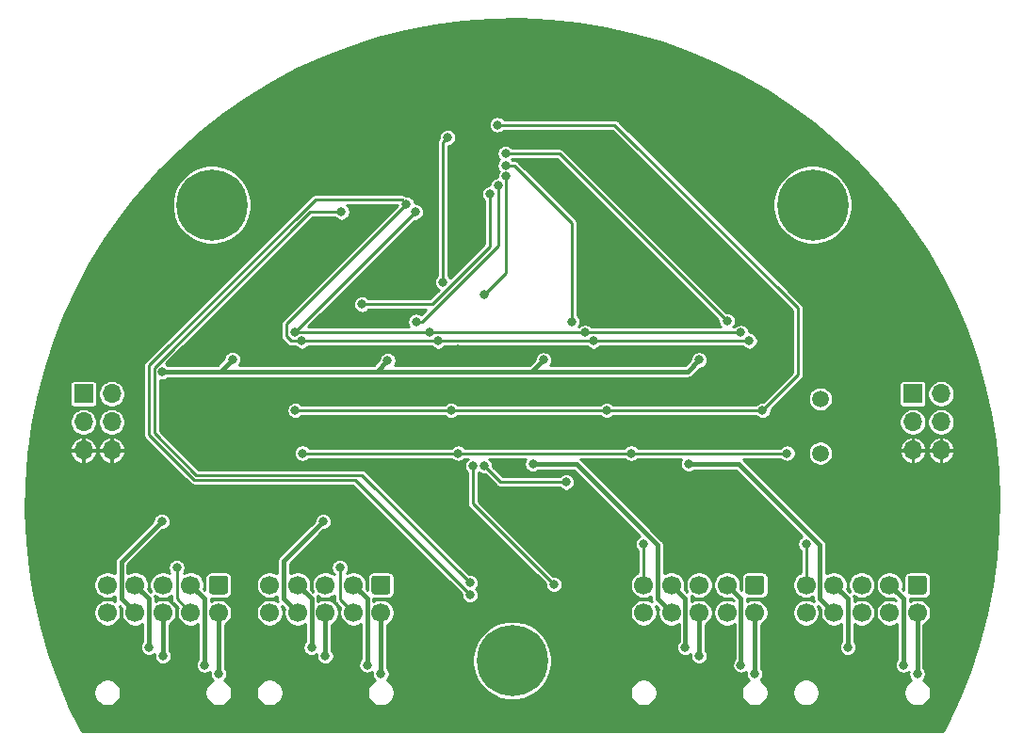
<source format=gbr>
%TF.GenerationSoftware,KiCad,Pcbnew,(5.1.10)-1*%
%TF.CreationDate,2021-07-04T19:20:50-04:00*%
%TF.ProjectId,SensorBoard,53656e73-6f72-4426-9f61-72642e6b6963,rev?*%
%TF.SameCoordinates,Original*%
%TF.FileFunction,Copper,L2,Bot*%
%TF.FilePolarity,Positive*%
%FSLAX46Y46*%
G04 Gerber Fmt 4.6, Leading zero omitted, Abs format (unit mm)*
G04 Created by KiCad (PCBNEW (5.1.10)-1) date 2021-07-04 19:20:50*
%MOMM*%
%LPD*%
G01*
G04 APERTURE LIST*
%TA.AperFunction,ComponentPad*%
%ADD10O,1.700000X1.700000*%
%TD*%
%TA.AperFunction,ComponentPad*%
%ADD11R,1.700000X1.700000*%
%TD*%
%TA.AperFunction,ComponentPad*%
%ADD12C,6.400000*%
%TD*%
%TA.AperFunction,ComponentPad*%
%ADD13C,0.800000*%
%TD*%
%TA.AperFunction,ComponentPad*%
%ADD14C,1.700000*%
%TD*%
%TA.AperFunction,ComponentPad*%
%ADD15C,1.500000*%
%TD*%
%TA.AperFunction,ViaPad*%
%ADD16C,0.800000*%
%TD*%
%TA.AperFunction,Conductor*%
%ADD17C,0.250000*%
%TD*%
%TA.AperFunction,Conductor*%
%ADD18C,0.400000*%
%TD*%
%TA.AperFunction,Conductor*%
%ADD19C,0.254000*%
%TD*%
%TA.AperFunction,Conductor*%
%ADD20C,0.100000*%
%TD*%
G04 APERTURE END LIST*
D10*
%TO.P,J1,6*%
%TO.N,GND*%
X114000000Y-95080000D03*
%TO.P,J1,5*%
X111460000Y-95080000D03*
%TO.P,J1,4*%
%TO.N,+3V3*%
X114000000Y-92540000D03*
%TO.P,J1,3*%
%TO.N,+12V*%
X111460000Y-92540000D03*
%TO.P,J1,2*%
%TO.N,+5V*%
X114000000Y-90000000D03*
D11*
%TO.P,J1,1*%
%TO.N,+BATT*%
X111460000Y-90000000D03*
%TD*%
%TO.P,J2,1*%
%TO.N,SDA_3V3*%
X186000000Y-90000000D03*
D10*
%TO.P,J2,2*%
%TO.N,EXTRA0*%
X188540000Y-90000000D03*
%TO.P,J2,3*%
%TO.N,SCL_3V3*%
X186000000Y-92540000D03*
%TO.P,J2,4*%
%TO.N,EXTRA1*%
X188540000Y-92540000D03*
%TO.P,J2,5*%
%TO.N,GND*%
X186000000Y-95080000D03*
%TO.P,J2,6*%
X188540000Y-95080000D03*
%TD*%
D12*
%TO.P,REF\u002A\u002A,1*%
%TO.N,N/C*%
X177000000Y-73000000D03*
D13*
X179400000Y-73000000D03*
X178697056Y-74697056D03*
X177000000Y-75400000D03*
X175302944Y-74697056D03*
X174600000Y-73000000D03*
X175302944Y-71302944D03*
X177000000Y-70600000D03*
X178697056Y-71302944D03*
%TD*%
%TO.P,REF\u002A\u002A,1*%
%TO.N,N/C*%
X124697056Y-71302944D03*
X123000000Y-70600000D03*
X121302944Y-71302944D03*
X120600000Y-73000000D03*
X121302944Y-74697056D03*
X123000000Y-75400000D03*
X124697056Y-74697056D03*
X125400000Y-73000000D03*
D12*
X123000000Y-73000000D03*
%TD*%
%TO.P,REF\u002A\u002A,1*%
%TO.N,N/C*%
X150000000Y-114000000D03*
D13*
X152400000Y-114000000D03*
X151697056Y-115697056D03*
X150000000Y-116400000D03*
X148302944Y-115697056D03*
X147600000Y-114000000D03*
X148302944Y-112302944D03*
X150000000Y-111600000D03*
X151697056Y-112302944D03*
%TD*%
D14*
%TO.P,J4,10*%
%TO.N,A_IN_0*%
X176400000Y-109700000D03*
%TO.P,J4,9*%
%TO.N,GND_SENSOR_0*%
X178900000Y-109700000D03*
%TO.P,J4,8*%
%TO.N,+3V3*%
X181400000Y-109700000D03*
%TO.P,J4,7*%
%TO.N,Net-(J4-Pad7)*%
X183900000Y-109700000D03*
%TO.P,J4,6*%
%TO.N,+5V*%
X186400000Y-109700000D03*
%TO.P,J4,5*%
%TO.N,Net-(J4-Pad5)*%
X176400000Y-107200000D03*
%TO.P,J4,4*%
%TO.N,+12V*%
X178900000Y-107200000D03*
%TO.P,J4,3*%
%TO.N,Net-(J4-Pad3)*%
X181400000Y-107200000D03*
%TO.P,J4,2*%
%TO.N,+BATT*%
X183900000Y-107200000D03*
%TO.P,J4,1*%
%TO.N,Net-(J4-Pad1)*%
%TA.AperFunction,ComponentPad*%
G36*
G01*
X185800000Y-106350000D02*
X187000000Y-106350000D01*
G75*
G02*
X187250000Y-106600000I0J-250000D01*
G01*
X187250000Y-107800000D01*
G75*
G02*
X187000000Y-108050000I-250000J0D01*
G01*
X185800000Y-108050000D01*
G75*
G02*
X185550000Y-107800000I0J250000D01*
G01*
X185550000Y-106600000D01*
G75*
G02*
X185800000Y-106350000I250000J0D01*
G01*
G37*
%TD.AperFunction*%
%TD*%
%TO.P,J5,10*%
%TO.N,A_IN_1*%
X161800000Y-109700000D03*
%TO.P,J5,9*%
%TO.N,GND_SENSOR_1*%
X164300000Y-109700000D03*
%TO.P,J5,8*%
%TO.N,+3V3*%
X166800000Y-109700000D03*
%TO.P,J5,7*%
%TO.N,Net-(J5-Pad7)*%
X169300000Y-109700000D03*
%TO.P,J5,6*%
%TO.N,+5V*%
X171800000Y-109700000D03*
%TO.P,J5,5*%
%TO.N,Net-(J5-Pad5)*%
X161800000Y-107200000D03*
%TO.P,J5,4*%
%TO.N,+12V*%
X164300000Y-107200000D03*
%TO.P,J5,3*%
%TO.N,Net-(J5-Pad3)*%
X166800000Y-107200000D03*
%TO.P,J5,2*%
%TO.N,+BATT*%
X169300000Y-107200000D03*
%TO.P,J5,1*%
%TO.N,Net-(J5-Pad1)*%
%TA.AperFunction,ComponentPad*%
G36*
G01*
X171200000Y-106350000D02*
X172400000Y-106350000D01*
G75*
G02*
X172650000Y-106600000I0J-250000D01*
G01*
X172650000Y-107800000D01*
G75*
G02*
X172400000Y-108050000I-250000J0D01*
G01*
X171200000Y-108050000D01*
G75*
G02*
X170950000Y-107800000I0J250000D01*
G01*
X170950000Y-106600000D01*
G75*
G02*
X171200000Y-106350000I250000J0D01*
G01*
G37*
%TD.AperFunction*%
%TD*%
%TO.P,J6,10*%
%TO.N,A_IN_2*%
X128200000Y-109700000D03*
%TO.P,J6,9*%
%TO.N,GND_SENSOR_2*%
X130700000Y-109700000D03*
%TO.P,J6,8*%
%TO.N,+3V3*%
X133200000Y-109700000D03*
%TO.P,J6,7*%
%TO.N,Net-(J6-Pad7)*%
X135700000Y-109700000D03*
%TO.P,J6,6*%
%TO.N,+5V*%
X138200000Y-109700000D03*
%TO.P,J6,5*%
%TO.N,Net-(J6-Pad5)*%
X128200000Y-107200000D03*
%TO.P,J6,4*%
%TO.N,+12V*%
X130700000Y-107200000D03*
%TO.P,J6,3*%
%TO.N,Net-(J6-Pad3)*%
X133200000Y-107200000D03*
%TO.P,J6,2*%
%TO.N,+BATT*%
X135700000Y-107200000D03*
%TO.P,J6,1*%
%TO.N,Net-(J6-Pad1)*%
%TA.AperFunction,ComponentPad*%
G36*
G01*
X137600000Y-106350000D02*
X138800000Y-106350000D01*
G75*
G02*
X139050000Y-106600000I0J-250000D01*
G01*
X139050000Y-107800000D01*
G75*
G02*
X138800000Y-108050000I-250000J0D01*
G01*
X137600000Y-108050000D01*
G75*
G02*
X137350000Y-107800000I0J250000D01*
G01*
X137350000Y-106600000D01*
G75*
G02*
X137600000Y-106350000I250000J0D01*
G01*
G37*
%TD.AperFunction*%
%TD*%
%TO.P,J7,10*%
%TO.N,A_IN_3*%
X113600000Y-109700000D03*
%TO.P,J7,9*%
%TO.N,GND_SENSOR_3*%
X116100000Y-109700000D03*
%TO.P,J7,8*%
%TO.N,+3V3*%
X118600000Y-109700000D03*
%TO.P,J7,7*%
%TO.N,Net-(J7-Pad7)*%
X121100000Y-109700000D03*
%TO.P,J7,6*%
%TO.N,+5V*%
X123600000Y-109700000D03*
%TO.P,J7,5*%
%TO.N,Net-(J7-Pad5)*%
X113600000Y-107200000D03*
%TO.P,J7,4*%
%TO.N,+12V*%
X116100000Y-107200000D03*
%TO.P,J7,3*%
%TO.N,Net-(J7-Pad3)*%
X118600000Y-107200000D03*
%TO.P,J7,2*%
%TO.N,+BATT*%
X121100000Y-107200000D03*
%TO.P,J7,1*%
%TO.N,Net-(J7-Pad1)*%
%TA.AperFunction,ComponentPad*%
G36*
G01*
X123000000Y-106350000D02*
X124200000Y-106350000D01*
G75*
G02*
X124450000Y-106600000I0J-250000D01*
G01*
X124450000Y-107800000D01*
G75*
G02*
X124200000Y-108050000I-250000J0D01*
G01*
X123000000Y-108050000D01*
G75*
G02*
X122750000Y-107800000I0J250000D01*
G01*
X122750000Y-106600000D01*
G75*
G02*
X123000000Y-106350000I250000J0D01*
G01*
G37*
%TD.AperFunction*%
%TD*%
D15*
%TO.P,CRYS1,2*%
%TO.N,Net-(C2-Pad2)*%
X177700000Y-90470000D03*
%TO.P,CRYS1,1*%
%TO.N,CLK_UART*%
X177700000Y-95350000D03*
%TD*%
D16*
%TO.N,CLK_UART*%
X174700000Y-95350000D03*
X160700000Y-95350000D03*
X145150000Y-95350000D03*
X131150000Y-95350000D03*
%TO.N,GND*%
X140750000Y-70700000D03*
X155450000Y-73650000D03*
X142000000Y-89500000D03*
X149330000Y-89470000D03*
X145100000Y-85975000D03*
X148550000Y-87100000D03*
%TO.N,+12V*%
X117350000Y-112800000D03*
X131950000Y-112800000D03*
X165550000Y-112800000D03*
X180150000Y-112800000D03*
%TO.N,+3V3*%
X118600000Y-113600000D03*
X133200000Y-113600000D03*
X166800000Y-113600000D03*
X118550000Y-88000000D03*
X124850000Y-86900000D03*
X138800000Y-87000000D03*
X152800000Y-86950000D03*
X166800000Y-86950000D03*
%TO.N,+BATT*%
X122350000Y-114400000D03*
X136950000Y-114400000D03*
X170550000Y-114400000D03*
X185150000Y-114400000D03*
%TO.N,+5V*%
X123600000Y-115200000D03*
X138200000Y-115200000D03*
X171800000Y-115200000D03*
X186400000Y-115200000D03*
%TO.N,SCL_3V3*%
X131100000Y-85250000D03*
X143350000Y-85250000D03*
X157300000Y-85250000D03*
X171300000Y-85250000D03*
X140500000Y-72950000D03*
X146200000Y-108100000D03*
%TO.N,SDA_3V3*%
X130445068Y-84494309D03*
X142600000Y-84500000D03*
X156550000Y-84500000D03*
X170550000Y-84500000D03*
X141300000Y-73650000D03*
X146200000Y-107000000D03*
X134650000Y-73650000D03*
%TO.N,GND_SENSOR_0*%
X165850000Y-96300000D03*
%TO.N,Net-(J4-Pad5)*%
X176400000Y-103499996D03*
%TO.N,GND_SENSOR_2*%
X133000000Y-101500000D03*
%TO.N,Net-(J5-Pad5)*%
X161800000Y-103500006D03*
%TO.N,GND_SENSOR_1*%
X151850000Y-96300000D03*
%TO.N,Net-(J6-Pad7)*%
X134500000Y-105650000D03*
%TO.N,GND_SENSOR_3*%
X118500000Y-101500000D03*
%TO.N,Net-(J7-Pad7)*%
X119850000Y-105650000D03*
%TO.N,RESET_UART*%
X172500000Y-91500000D03*
X158500000Y-91500000D03*
X144500000Y-91500000D03*
X130500000Y-91500000D03*
X148650000Y-65800000D03*
%TO.N,IRQ_N2*%
X148725000Y-71292892D03*
X141350000Y-83500000D03*
%TO.N,IRQ_N0*%
X169300000Y-83450000D03*
X149400000Y-68399998D03*
%TO.N,IRQ_N1*%
X155350000Y-83500000D03*
X149400000Y-69450013D03*
%TO.N,IRQ_N3*%
X148000000Y-72000000D03*
X136500000Y-81950000D03*
%TO.N,Sw4*%
X154850000Y-97950000D03*
X147500000Y-96500000D03*
X147500000Y-81100000D03*
X149458228Y-70448328D03*
%TO.N,ALERT_READY*%
X153750000Y-107150000D03*
X146500000Y-96500000D03*
X143750000Y-79950000D03*
X144200000Y-66950000D03*
%TD*%
D17*
%TO.N,CLK_UART*%
X174700000Y-95350000D02*
X160700000Y-95350000D01*
X160700000Y-95350000D02*
X145150000Y-95350000D01*
X145150000Y-95350000D02*
X131150000Y-95350000D01*
D18*
%TO.N,GND*%
X142000000Y-89500000D02*
X149300000Y-89500000D01*
X149300000Y-89500000D02*
X149330000Y-89470000D01*
D17*
X145100000Y-85975000D02*
X147425000Y-85975000D01*
X147425000Y-85975000D02*
X148550000Y-87100000D01*
D18*
%TO.N,+12V*%
X116100000Y-107200000D02*
X117350001Y-108450001D01*
X117350001Y-108450001D02*
X117350000Y-109099998D01*
X117350000Y-109099998D02*
X117350000Y-112800000D01*
X131950000Y-108450000D02*
X130700000Y-107200000D01*
X131950000Y-112800000D02*
X131950000Y-108450000D01*
X165550000Y-108450000D02*
X164300000Y-107200000D01*
X165550000Y-112800000D02*
X165550000Y-108450000D01*
X180150000Y-108450000D02*
X178900000Y-107200000D01*
X180150000Y-112800000D02*
X180150000Y-108450000D01*
%TO.N,+3V3*%
X118600000Y-109700000D02*
X118600000Y-113600000D01*
X133200000Y-113600000D02*
X133200000Y-109700000D01*
X166800000Y-113600000D02*
X166800000Y-109700000D01*
X118550000Y-88000000D02*
X123750000Y-88000000D01*
X123750000Y-88000000D02*
X124850000Y-86900000D01*
X123750000Y-88000000D02*
X137800000Y-88000000D01*
X137800000Y-88000000D02*
X138800000Y-87000000D01*
X137800000Y-88000000D02*
X151750000Y-88000000D01*
X151750000Y-88000000D02*
X152800000Y-86950000D01*
X151750000Y-88000000D02*
X165750000Y-88000000D01*
X165750000Y-88000000D02*
X166800000Y-86950000D01*
%TO.N,+BATT*%
X121100000Y-107200000D02*
X122350000Y-108450000D01*
X122350000Y-108450000D02*
X122350000Y-114400000D01*
X136950000Y-108450000D02*
X135700000Y-107200000D01*
X136950000Y-114400000D02*
X136950000Y-108450000D01*
X170550000Y-108450000D02*
X169300000Y-107200000D01*
X170550000Y-114400000D02*
X170550000Y-108450000D01*
X185150000Y-108450000D02*
X183900000Y-107200000D01*
X185150000Y-114400000D02*
X185150000Y-108450000D01*
%TO.N,+5V*%
X123600000Y-109700000D02*
X123600000Y-115200000D01*
X138200000Y-115200000D02*
X138200000Y-109700000D01*
X171800000Y-115200000D02*
X171800000Y-109700000D01*
X186400000Y-115200000D02*
X186400000Y-109700000D01*
D17*
%TO.N,SCL_3V3*%
X131100000Y-85250000D02*
X143350000Y-85250000D01*
X143350000Y-85250000D02*
X157300000Y-85250000D01*
X157300000Y-85250000D02*
X171300000Y-85250000D01*
X129720067Y-84842310D02*
X129720067Y-83729933D01*
X131100000Y-85250000D02*
X130127757Y-85250000D01*
X129720067Y-83729933D02*
X140500000Y-72950000D01*
X130127757Y-85250000D02*
X129720067Y-84842310D01*
X140100001Y-72550001D02*
X140500000Y-72950000D01*
X132290587Y-72550001D02*
X140100001Y-72550001D01*
X117374990Y-87465598D02*
X132290587Y-72550001D01*
X117374989Y-93711399D02*
X117374990Y-87465598D01*
X121413599Y-97750009D02*
X117374989Y-93711399D01*
X135850010Y-97750010D02*
X121413599Y-97750009D01*
X146200000Y-108100000D02*
X135850010Y-97750010D01*
%TO.N,SDA_3V3*%
X130445068Y-84494309D02*
X142594309Y-84494309D01*
X142594309Y-84494309D02*
X142600000Y-84500000D01*
X142600000Y-84500000D02*
X156550000Y-84500000D01*
X156550000Y-84500000D02*
X170550000Y-84500000D01*
X130445068Y-84494309D02*
X141289377Y-73650000D01*
X141289377Y-73650000D02*
X141300000Y-73650000D01*
X146200000Y-107000000D02*
X136500000Y-97300000D01*
X136500000Y-97300000D02*
X121600000Y-97300000D01*
X131826998Y-73650000D02*
X134650000Y-73650000D01*
X117824999Y-87651999D02*
X131826998Y-73650000D01*
X121600000Y-97300000D02*
X117824999Y-93524999D01*
X117824999Y-93524999D02*
X117824999Y-87651999D01*
D18*
%TO.N,GND_SENSOR_0*%
X170365685Y-96300000D02*
X165850000Y-96300000D01*
X177650000Y-103584315D02*
X170365685Y-96300000D01*
X178900000Y-109700000D02*
X177650000Y-108450000D01*
X177650000Y-108450000D02*
X177650000Y-103584315D01*
D17*
%TO.N,Net-(J4-Pad5)*%
X176400000Y-107200000D02*
X176400000Y-103499996D01*
D18*
%TO.N,GND_SENSOR_2*%
X130700000Y-109700000D02*
X129450000Y-108450000D01*
X129450000Y-108450000D02*
X129450000Y-105050000D01*
X129450000Y-105050000D02*
X133000000Y-101500000D01*
D17*
%TO.N,Net-(J5-Pad5)*%
X161800000Y-107200000D02*
X161800000Y-103500006D01*
D18*
%TO.N,GND_SENSOR_1*%
X163050000Y-108450000D02*
X163050000Y-103584315D01*
X164300000Y-109700000D02*
X163050000Y-108450000D01*
X155765685Y-96300000D02*
X151850000Y-96300000D01*
X163050000Y-103584315D02*
X155765685Y-96300000D01*
D17*
%TO.N,Net-(J6-Pad7)*%
X134500000Y-108500000D02*
X135700000Y-109700000D01*
X134500000Y-105650000D02*
X134500000Y-108500000D01*
D18*
%TO.N,GND_SENSOR_3*%
X116100000Y-109700000D02*
X114850000Y-108450000D01*
X114850000Y-108450000D02*
X114850000Y-105150000D01*
X114850000Y-105150000D02*
X118500000Y-101500000D01*
D17*
%TO.N,Net-(J7-Pad7)*%
X119850000Y-108450000D02*
X121100000Y-109700000D01*
X119850000Y-105650000D02*
X119850000Y-108450000D01*
%TO.N,RESET_UART*%
X172500000Y-91500000D02*
X158500000Y-91500000D01*
X158500000Y-91500000D02*
X144500000Y-91500000D01*
X144500000Y-91500000D02*
X130500000Y-91500000D01*
X159200000Y-65800000D02*
X148650000Y-65800000D01*
X175700000Y-82300000D02*
X159200000Y-65800000D01*
X172500000Y-91500000D02*
X175700000Y-88300000D01*
X175700000Y-88300000D02*
X175700000Y-82300000D01*
%TO.N,IRQ_N2*%
X148725000Y-76690685D02*
X141915685Y-83500000D01*
X141915685Y-83500000D02*
X141350000Y-83500000D01*
X148725000Y-71292892D02*
X148725000Y-76690685D01*
%TO.N,IRQ_N0*%
X154249998Y-68399998D02*
X149400000Y-68399998D01*
X169300000Y-83450000D02*
X154249998Y-68399998D01*
%TO.N,IRQ_N1*%
X155350000Y-83500000D02*
X155350000Y-74634328D01*
X150165685Y-69450013D02*
X149400000Y-69450013D01*
X155350000Y-74634328D02*
X150165685Y-69450013D01*
%TO.N,IRQ_N3*%
X142800000Y-81950000D02*
X136500000Y-81950000D01*
X148000000Y-72000000D02*
X148000000Y-76750000D01*
X148000000Y-76750000D02*
X142800000Y-81950000D01*
%TO.N,Sw4*%
X154850000Y-97950000D02*
X148950000Y-97950000D01*
X148950000Y-97950000D02*
X147500000Y-96500000D01*
X149458228Y-79141772D02*
X149458228Y-70448328D01*
X147500000Y-81100000D02*
X149458228Y-79141772D01*
%TO.N,ALERT_READY*%
X153750000Y-107150000D02*
X146500000Y-99900000D01*
X146500000Y-99900000D02*
X146500000Y-96500000D01*
X143750000Y-79950000D02*
X143750000Y-67400000D01*
X143750000Y-67400000D02*
X144200000Y-66950000D01*
%TD*%
D19*
%TO.N,GND*%
X153298905Y-56405853D02*
X155878526Y-56678234D01*
X158437414Y-57103118D01*
X160966633Y-57679020D01*
X163457241Y-58403906D01*
X165900450Y-59275215D01*
X168287715Y-60289901D01*
X170610591Y-61444378D01*
X172860913Y-62734586D01*
X175030738Y-64155969D01*
X177112456Y-65703540D01*
X179098735Y-67371852D01*
X180982576Y-69155026D01*
X182757349Y-71046787D01*
X184416788Y-73040455D01*
X185955086Y-75129049D01*
X187366808Y-77305196D01*
X188646982Y-79561231D01*
X189791101Y-81889211D01*
X190795150Y-84280963D01*
X191655584Y-86728044D01*
X192369376Y-89221855D01*
X192934011Y-91753595D01*
X193347502Y-94314360D01*
X193608398Y-96895155D01*
X193715777Y-99486879D01*
X193669261Y-102080406D01*
X193469013Y-104666622D01*
X193115741Y-107236390D01*
X192610685Y-109780691D01*
X191955626Y-112290561D01*
X191152866Y-114757170D01*
X190205242Y-117171806D01*
X189114438Y-119529550D01*
X188706972Y-120319000D01*
X111298393Y-120319000D01*
X110272354Y-118249564D01*
X109640389Y-116758757D01*
X112369000Y-116758757D01*
X112369000Y-117001243D01*
X112416307Y-117239069D01*
X112509102Y-117463097D01*
X112643820Y-117664717D01*
X112815283Y-117836180D01*
X113016903Y-117970898D01*
X113240931Y-118063693D01*
X113478757Y-118111000D01*
X113721243Y-118111000D01*
X113959069Y-118063693D01*
X114183097Y-117970898D01*
X114384717Y-117836180D01*
X114556180Y-117664717D01*
X114690898Y-117463097D01*
X114783693Y-117239069D01*
X114831000Y-117001243D01*
X114831000Y-116758757D01*
X114783693Y-116520931D01*
X114690898Y-116296903D01*
X114556180Y-116095283D01*
X114384717Y-115923820D01*
X114183097Y-115789102D01*
X113959069Y-115696307D01*
X113721243Y-115649000D01*
X113478757Y-115649000D01*
X113240931Y-115696307D01*
X113016903Y-115789102D01*
X112815283Y-115923820D01*
X112643820Y-116095283D01*
X112509102Y-116296903D01*
X112416307Y-116520931D01*
X112369000Y-116758757D01*
X109640389Y-116758757D01*
X109259968Y-115861344D01*
X108391000Y-113417285D01*
X107668506Y-110925980D01*
X107095037Y-108396225D01*
X106877582Y-107078757D01*
X112369000Y-107078757D01*
X112369000Y-107321243D01*
X112416307Y-107559069D01*
X112509102Y-107783097D01*
X112643820Y-107984717D01*
X112815283Y-108156180D01*
X113016903Y-108290898D01*
X113240931Y-108383693D01*
X113478757Y-108431000D01*
X113721243Y-108431000D01*
X113959069Y-108383693D01*
X114183097Y-108290898D01*
X114269000Y-108233499D01*
X114269000Y-108421460D01*
X114266189Y-108450000D01*
X114269000Y-108478539D01*
X114277407Y-108563895D01*
X114310629Y-108673414D01*
X114328008Y-108705929D01*
X114183097Y-108609102D01*
X113959069Y-108516307D01*
X113721243Y-108469000D01*
X113478757Y-108469000D01*
X113240931Y-108516307D01*
X113016903Y-108609102D01*
X112815283Y-108743820D01*
X112643820Y-108915283D01*
X112509102Y-109116903D01*
X112416307Y-109340931D01*
X112369000Y-109578757D01*
X112369000Y-109821243D01*
X112416307Y-110059069D01*
X112509102Y-110283097D01*
X112643820Y-110484717D01*
X112815283Y-110656180D01*
X113016903Y-110790898D01*
X113240931Y-110883693D01*
X113478757Y-110931000D01*
X113721243Y-110931000D01*
X113959069Y-110883693D01*
X114183097Y-110790898D01*
X114384717Y-110656180D01*
X114556180Y-110484717D01*
X114690898Y-110283097D01*
X114783693Y-110059069D01*
X114831000Y-109821243D01*
X114831000Y-109578757D01*
X114783693Y-109340931D01*
X114690898Y-109116903D01*
X114682143Y-109103800D01*
X114917176Y-109338833D01*
X114916307Y-109340931D01*
X114869000Y-109578757D01*
X114869000Y-109821243D01*
X114916307Y-110059069D01*
X115009102Y-110283097D01*
X115143820Y-110484717D01*
X115315283Y-110656180D01*
X115516903Y-110790898D01*
X115740931Y-110883693D01*
X115978757Y-110931000D01*
X116221243Y-110931000D01*
X116459069Y-110883693D01*
X116683097Y-110790898D01*
X116769000Y-110733499D01*
X116769001Y-112276498D01*
X116743358Y-112302141D01*
X116657887Y-112430058D01*
X116599013Y-112572191D01*
X116569000Y-112723078D01*
X116569000Y-112876922D01*
X116599013Y-113027809D01*
X116657887Y-113169942D01*
X116743358Y-113297859D01*
X116852141Y-113406642D01*
X116980058Y-113492113D01*
X117122191Y-113550987D01*
X117273078Y-113581000D01*
X117426922Y-113581000D01*
X117577809Y-113550987D01*
X117719942Y-113492113D01*
X117841287Y-113411033D01*
X117819000Y-113523078D01*
X117819000Y-113676922D01*
X117849013Y-113827809D01*
X117907887Y-113969942D01*
X117993358Y-114097859D01*
X118102141Y-114206642D01*
X118230058Y-114292113D01*
X118372191Y-114350987D01*
X118523078Y-114381000D01*
X118676922Y-114381000D01*
X118827809Y-114350987D01*
X118969942Y-114292113D01*
X119097859Y-114206642D01*
X119206642Y-114097859D01*
X119292113Y-113969942D01*
X119350987Y-113827809D01*
X119381000Y-113676922D01*
X119381000Y-113523078D01*
X119350987Y-113372191D01*
X119292113Y-113230058D01*
X119206642Y-113102141D01*
X119181000Y-113076499D01*
X119181000Y-110791767D01*
X119183097Y-110790898D01*
X119384717Y-110656180D01*
X119556180Y-110484717D01*
X119690898Y-110283097D01*
X119783693Y-110059069D01*
X119831000Y-109821243D01*
X119831000Y-109578757D01*
X119783693Y-109340931D01*
X119690898Y-109116903D01*
X119556180Y-108915283D01*
X119384717Y-108743820D01*
X119183097Y-108609102D01*
X118959069Y-108516307D01*
X118721243Y-108469000D01*
X118478757Y-108469000D01*
X118240931Y-108516307D01*
X118016903Y-108609102D01*
X117931000Y-108666500D01*
X117931001Y-108478539D01*
X117933812Y-108450000D01*
X117930924Y-108420683D01*
X117922594Y-108336106D01*
X117889372Y-108226587D01*
X117871992Y-108194072D01*
X118016903Y-108290898D01*
X118240931Y-108383693D01*
X118478757Y-108431000D01*
X118721243Y-108431000D01*
X118959069Y-108383693D01*
X119183097Y-108290898D01*
X119344001Y-108183386D01*
X119344001Y-108425144D01*
X119341553Y-108450000D01*
X119351322Y-108549192D01*
X119380255Y-108644574D01*
X119389159Y-108661232D01*
X119427242Y-108732479D01*
X119490474Y-108809527D01*
X119509780Y-108825371D01*
X119948242Y-109263833D01*
X119916307Y-109340931D01*
X119869000Y-109578757D01*
X119869000Y-109821243D01*
X119916307Y-110059069D01*
X120009102Y-110283097D01*
X120143820Y-110484717D01*
X120315283Y-110656180D01*
X120516903Y-110790898D01*
X120740931Y-110883693D01*
X120978757Y-110931000D01*
X121221243Y-110931000D01*
X121459069Y-110883693D01*
X121683097Y-110790898D01*
X121769000Y-110733499D01*
X121769001Y-113876498D01*
X121743358Y-113902141D01*
X121657887Y-114030058D01*
X121599013Y-114172191D01*
X121569000Y-114323078D01*
X121569000Y-114476922D01*
X121599013Y-114627809D01*
X121657887Y-114769942D01*
X121743358Y-114897859D01*
X121852141Y-115006642D01*
X121980058Y-115092113D01*
X122122191Y-115150987D01*
X122273078Y-115181000D01*
X122426922Y-115181000D01*
X122577809Y-115150987D01*
X122719942Y-115092113D01*
X122841287Y-115011033D01*
X122819000Y-115123078D01*
X122819000Y-115276922D01*
X122849013Y-115427809D01*
X122907887Y-115569942D01*
X122993358Y-115697859D01*
X123064773Y-115769274D01*
X123016903Y-115789102D01*
X122815283Y-115923820D01*
X122643820Y-116095283D01*
X122509102Y-116296903D01*
X122416307Y-116520931D01*
X122369000Y-116758757D01*
X122369000Y-117001243D01*
X122416307Y-117239069D01*
X122509102Y-117463097D01*
X122643820Y-117664717D01*
X122815283Y-117836180D01*
X123016903Y-117970898D01*
X123240931Y-118063693D01*
X123478757Y-118111000D01*
X123721243Y-118111000D01*
X123959069Y-118063693D01*
X124183097Y-117970898D01*
X124384717Y-117836180D01*
X124556180Y-117664717D01*
X124690898Y-117463097D01*
X124783693Y-117239069D01*
X124831000Y-117001243D01*
X124831000Y-116758757D01*
X126969000Y-116758757D01*
X126969000Y-117001243D01*
X127016307Y-117239069D01*
X127109102Y-117463097D01*
X127243820Y-117664717D01*
X127415283Y-117836180D01*
X127616903Y-117970898D01*
X127840931Y-118063693D01*
X128078757Y-118111000D01*
X128321243Y-118111000D01*
X128559069Y-118063693D01*
X128783097Y-117970898D01*
X128984717Y-117836180D01*
X129156180Y-117664717D01*
X129290898Y-117463097D01*
X129383693Y-117239069D01*
X129431000Y-117001243D01*
X129431000Y-116758757D01*
X129383693Y-116520931D01*
X129290898Y-116296903D01*
X129156180Y-116095283D01*
X128984717Y-115923820D01*
X128783097Y-115789102D01*
X128559069Y-115696307D01*
X128321243Y-115649000D01*
X128078757Y-115649000D01*
X127840931Y-115696307D01*
X127616903Y-115789102D01*
X127415283Y-115923820D01*
X127243820Y-116095283D01*
X127109102Y-116296903D01*
X127016307Y-116520931D01*
X126969000Y-116758757D01*
X124831000Y-116758757D01*
X124783693Y-116520931D01*
X124690898Y-116296903D01*
X124556180Y-116095283D01*
X124384717Y-115923820D01*
X124183097Y-115789102D01*
X124135227Y-115769274D01*
X124206642Y-115697859D01*
X124292113Y-115569942D01*
X124350987Y-115427809D01*
X124381000Y-115276922D01*
X124381000Y-115123078D01*
X124350987Y-114972191D01*
X124292113Y-114830058D01*
X124206642Y-114702141D01*
X124181000Y-114676499D01*
X124181000Y-110791767D01*
X124183097Y-110790898D01*
X124384717Y-110656180D01*
X124556180Y-110484717D01*
X124690898Y-110283097D01*
X124783693Y-110059069D01*
X124831000Y-109821243D01*
X124831000Y-109578757D01*
X124783693Y-109340931D01*
X124690898Y-109116903D01*
X124556180Y-108915283D01*
X124384717Y-108743820D01*
X124183097Y-108609102D01*
X123959069Y-108516307D01*
X123721243Y-108469000D01*
X123478757Y-108469000D01*
X123240931Y-108516307D01*
X123016903Y-108609102D01*
X122931000Y-108666500D01*
X122931000Y-108478539D01*
X122933811Y-108450000D01*
X122931456Y-108426092D01*
X123000000Y-108432843D01*
X124200000Y-108432843D01*
X124323462Y-108420683D01*
X124442179Y-108384671D01*
X124551589Y-108326190D01*
X124647488Y-108247488D01*
X124726190Y-108151589D01*
X124784671Y-108042179D01*
X124820683Y-107923462D01*
X124832843Y-107800000D01*
X124832843Y-107078757D01*
X126969000Y-107078757D01*
X126969000Y-107321243D01*
X127016307Y-107559069D01*
X127109102Y-107783097D01*
X127243820Y-107984717D01*
X127415283Y-108156180D01*
X127616903Y-108290898D01*
X127840931Y-108383693D01*
X128078757Y-108431000D01*
X128321243Y-108431000D01*
X128559069Y-108383693D01*
X128783097Y-108290898D01*
X128869000Y-108233499D01*
X128869000Y-108421460D01*
X128866189Y-108450000D01*
X128869000Y-108478539D01*
X128877407Y-108563895D01*
X128910629Y-108673414D01*
X128928008Y-108705929D01*
X128783097Y-108609102D01*
X128559069Y-108516307D01*
X128321243Y-108469000D01*
X128078757Y-108469000D01*
X127840931Y-108516307D01*
X127616903Y-108609102D01*
X127415283Y-108743820D01*
X127243820Y-108915283D01*
X127109102Y-109116903D01*
X127016307Y-109340931D01*
X126969000Y-109578757D01*
X126969000Y-109821243D01*
X127016307Y-110059069D01*
X127109102Y-110283097D01*
X127243820Y-110484717D01*
X127415283Y-110656180D01*
X127616903Y-110790898D01*
X127840931Y-110883693D01*
X128078757Y-110931000D01*
X128321243Y-110931000D01*
X128559069Y-110883693D01*
X128783097Y-110790898D01*
X128984717Y-110656180D01*
X129156180Y-110484717D01*
X129290898Y-110283097D01*
X129383693Y-110059069D01*
X129431000Y-109821243D01*
X129431000Y-109578757D01*
X129383693Y-109340931D01*
X129290898Y-109116903D01*
X129282143Y-109103800D01*
X129517176Y-109338833D01*
X129516307Y-109340931D01*
X129469000Y-109578757D01*
X129469000Y-109821243D01*
X129516307Y-110059069D01*
X129609102Y-110283097D01*
X129743820Y-110484717D01*
X129915283Y-110656180D01*
X130116903Y-110790898D01*
X130340931Y-110883693D01*
X130578757Y-110931000D01*
X130821243Y-110931000D01*
X131059069Y-110883693D01*
X131283097Y-110790898D01*
X131369000Y-110733499D01*
X131369000Y-112276499D01*
X131343358Y-112302141D01*
X131257887Y-112430058D01*
X131199013Y-112572191D01*
X131169000Y-112723078D01*
X131169000Y-112876922D01*
X131199013Y-113027809D01*
X131257887Y-113169942D01*
X131343358Y-113297859D01*
X131452141Y-113406642D01*
X131580058Y-113492113D01*
X131722191Y-113550987D01*
X131873078Y-113581000D01*
X132026922Y-113581000D01*
X132177809Y-113550987D01*
X132319942Y-113492113D01*
X132441287Y-113411033D01*
X132419000Y-113523078D01*
X132419000Y-113676922D01*
X132449013Y-113827809D01*
X132507887Y-113969942D01*
X132593358Y-114097859D01*
X132702141Y-114206642D01*
X132830058Y-114292113D01*
X132972191Y-114350987D01*
X133123078Y-114381000D01*
X133276922Y-114381000D01*
X133427809Y-114350987D01*
X133569942Y-114292113D01*
X133697859Y-114206642D01*
X133806642Y-114097859D01*
X133892113Y-113969942D01*
X133950987Y-113827809D01*
X133981000Y-113676922D01*
X133981000Y-113523078D01*
X133950987Y-113372191D01*
X133892113Y-113230058D01*
X133806642Y-113102141D01*
X133781000Y-113076499D01*
X133781000Y-110791767D01*
X133783097Y-110790898D01*
X133984717Y-110656180D01*
X134156180Y-110484717D01*
X134290898Y-110283097D01*
X134383693Y-110059069D01*
X134431000Y-109821243D01*
X134431000Y-109578757D01*
X134383693Y-109340931D01*
X134290898Y-109116903D01*
X134156180Y-108915283D01*
X133984717Y-108743820D01*
X133783097Y-108609102D01*
X133559069Y-108516307D01*
X133321243Y-108469000D01*
X133078757Y-108469000D01*
X132840931Y-108516307D01*
X132616903Y-108609102D01*
X132531000Y-108666500D01*
X132531000Y-108478539D01*
X132533811Y-108450000D01*
X132522593Y-108336104D01*
X132489371Y-108226585D01*
X132471992Y-108194072D01*
X132616903Y-108290898D01*
X132840931Y-108383693D01*
X133078757Y-108431000D01*
X133321243Y-108431000D01*
X133559069Y-108383693D01*
X133783097Y-108290898D01*
X133984717Y-108156180D01*
X133994001Y-108146896D01*
X133994001Y-108475144D01*
X133991553Y-108500000D01*
X134001322Y-108599192D01*
X134030255Y-108694574D01*
X134047847Y-108727486D01*
X134077242Y-108782479D01*
X134140474Y-108859527D01*
X134159780Y-108875371D01*
X134548242Y-109263833D01*
X134516307Y-109340931D01*
X134469000Y-109578757D01*
X134469000Y-109821243D01*
X134516307Y-110059069D01*
X134609102Y-110283097D01*
X134743820Y-110484717D01*
X134915283Y-110656180D01*
X135116903Y-110790898D01*
X135340931Y-110883693D01*
X135578757Y-110931000D01*
X135821243Y-110931000D01*
X136059069Y-110883693D01*
X136283097Y-110790898D01*
X136369001Y-110733499D01*
X136369000Y-113876499D01*
X136343358Y-113902141D01*
X136257887Y-114030058D01*
X136199013Y-114172191D01*
X136169000Y-114323078D01*
X136169000Y-114476922D01*
X136199013Y-114627809D01*
X136257887Y-114769942D01*
X136343358Y-114897859D01*
X136452141Y-115006642D01*
X136580058Y-115092113D01*
X136722191Y-115150987D01*
X136873078Y-115181000D01*
X137026922Y-115181000D01*
X137177809Y-115150987D01*
X137319942Y-115092113D01*
X137441287Y-115011033D01*
X137419000Y-115123078D01*
X137419000Y-115276922D01*
X137449013Y-115427809D01*
X137507887Y-115569942D01*
X137593358Y-115697859D01*
X137664773Y-115769274D01*
X137616903Y-115789102D01*
X137415283Y-115923820D01*
X137243820Y-116095283D01*
X137109102Y-116296903D01*
X137016307Y-116520931D01*
X136969000Y-116758757D01*
X136969000Y-117001243D01*
X137016307Y-117239069D01*
X137109102Y-117463097D01*
X137243820Y-117664717D01*
X137415283Y-117836180D01*
X137616903Y-117970898D01*
X137840931Y-118063693D01*
X138078757Y-118111000D01*
X138321243Y-118111000D01*
X138559069Y-118063693D01*
X138783097Y-117970898D01*
X138984717Y-117836180D01*
X139156180Y-117664717D01*
X139290898Y-117463097D01*
X139383693Y-117239069D01*
X139431000Y-117001243D01*
X139431000Y-116758757D01*
X139383693Y-116520931D01*
X139290898Y-116296903D01*
X139156180Y-116095283D01*
X138984717Y-115923820D01*
X138783097Y-115789102D01*
X138735227Y-115769274D01*
X138806642Y-115697859D01*
X138892113Y-115569942D01*
X138950987Y-115427809D01*
X138981000Y-115276922D01*
X138981000Y-115123078D01*
X138950987Y-114972191D01*
X138892113Y-114830058D01*
X138806642Y-114702141D01*
X138781000Y-114676499D01*
X138781000Y-113647302D01*
X146419000Y-113647302D01*
X146419000Y-114352698D01*
X146556616Y-115044539D01*
X146826559Y-115696240D01*
X147218456Y-116282754D01*
X147717246Y-116781544D01*
X148303760Y-117173441D01*
X148955461Y-117443384D01*
X149647302Y-117581000D01*
X150352698Y-117581000D01*
X151044539Y-117443384D01*
X151696240Y-117173441D01*
X152282754Y-116781544D01*
X152305541Y-116758757D01*
X160569000Y-116758757D01*
X160569000Y-117001243D01*
X160616307Y-117239069D01*
X160709102Y-117463097D01*
X160843820Y-117664717D01*
X161015283Y-117836180D01*
X161216903Y-117970898D01*
X161440931Y-118063693D01*
X161678757Y-118111000D01*
X161921243Y-118111000D01*
X162159069Y-118063693D01*
X162383097Y-117970898D01*
X162584717Y-117836180D01*
X162756180Y-117664717D01*
X162890898Y-117463097D01*
X162983693Y-117239069D01*
X163031000Y-117001243D01*
X163031000Y-116758757D01*
X162983693Y-116520931D01*
X162890898Y-116296903D01*
X162756180Y-116095283D01*
X162584717Y-115923820D01*
X162383097Y-115789102D01*
X162159069Y-115696307D01*
X161921243Y-115649000D01*
X161678757Y-115649000D01*
X161440931Y-115696307D01*
X161216903Y-115789102D01*
X161015283Y-115923820D01*
X160843820Y-116095283D01*
X160709102Y-116296903D01*
X160616307Y-116520931D01*
X160569000Y-116758757D01*
X152305541Y-116758757D01*
X152781544Y-116282754D01*
X153173441Y-115696240D01*
X153443384Y-115044539D01*
X153581000Y-114352698D01*
X153581000Y-113647302D01*
X153443384Y-112955461D01*
X153173441Y-112303760D01*
X152781544Y-111717246D01*
X152282754Y-111218456D01*
X151696240Y-110826559D01*
X151044539Y-110556616D01*
X150352698Y-110419000D01*
X149647302Y-110419000D01*
X148955461Y-110556616D01*
X148303760Y-110826559D01*
X147717246Y-111218456D01*
X147218456Y-111717246D01*
X146826559Y-112303760D01*
X146556616Y-112955461D01*
X146419000Y-113647302D01*
X138781000Y-113647302D01*
X138781000Y-110791767D01*
X138783097Y-110790898D01*
X138984717Y-110656180D01*
X139156180Y-110484717D01*
X139290898Y-110283097D01*
X139383693Y-110059069D01*
X139431000Y-109821243D01*
X139431000Y-109578757D01*
X139383693Y-109340931D01*
X139290898Y-109116903D01*
X139156180Y-108915283D01*
X138984717Y-108743820D01*
X138783097Y-108609102D01*
X138559069Y-108516307D01*
X138321243Y-108469000D01*
X138078757Y-108469000D01*
X137840931Y-108516307D01*
X137616903Y-108609102D01*
X137531000Y-108666500D01*
X137531000Y-108478539D01*
X137533811Y-108450000D01*
X137531456Y-108426092D01*
X137600000Y-108432843D01*
X138800000Y-108432843D01*
X138923462Y-108420683D01*
X139042179Y-108384671D01*
X139151589Y-108326190D01*
X139247488Y-108247488D01*
X139326190Y-108151589D01*
X139384671Y-108042179D01*
X139420683Y-107923462D01*
X139432843Y-107800000D01*
X139432843Y-106600000D01*
X139420683Y-106476538D01*
X139384671Y-106357821D01*
X139326190Y-106248411D01*
X139247488Y-106152512D01*
X139151589Y-106073810D01*
X139042179Y-106015329D01*
X138923462Y-105979317D01*
X138800000Y-105967157D01*
X137600000Y-105967157D01*
X137476538Y-105979317D01*
X137357821Y-106015329D01*
X137248411Y-106073810D01*
X137152512Y-106152512D01*
X137073810Y-106248411D01*
X137015329Y-106357821D01*
X136979317Y-106476538D01*
X136967157Y-106600000D01*
X136967157Y-107645499D01*
X136882824Y-107561167D01*
X136883693Y-107559069D01*
X136931000Y-107321243D01*
X136931000Y-107078757D01*
X136883693Y-106840931D01*
X136790898Y-106616903D01*
X136656180Y-106415283D01*
X136484717Y-106243820D01*
X136283097Y-106109102D01*
X136059069Y-106016307D01*
X135821243Y-105969000D01*
X135578757Y-105969000D01*
X135340931Y-106016307D01*
X135138522Y-106100147D01*
X135192113Y-106019942D01*
X135250987Y-105877809D01*
X135281000Y-105726922D01*
X135281000Y-105573078D01*
X135250987Y-105422191D01*
X135192113Y-105280058D01*
X135106642Y-105152141D01*
X134997859Y-105043358D01*
X134869942Y-104957887D01*
X134727809Y-104899013D01*
X134576922Y-104869000D01*
X134423078Y-104869000D01*
X134272191Y-104899013D01*
X134130058Y-104957887D01*
X134002141Y-105043358D01*
X133893358Y-105152141D01*
X133807887Y-105280058D01*
X133749013Y-105422191D01*
X133719000Y-105573078D01*
X133719000Y-105726922D01*
X133749013Y-105877809D01*
X133807887Y-106019942D01*
X133893358Y-106147859D01*
X133994000Y-106248501D01*
X133994000Y-106253103D01*
X133984717Y-106243820D01*
X133783097Y-106109102D01*
X133559069Y-106016307D01*
X133321243Y-105969000D01*
X133078757Y-105969000D01*
X132840931Y-106016307D01*
X132616903Y-106109102D01*
X132415283Y-106243820D01*
X132243820Y-106415283D01*
X132109102Y-106616903D01*
X132016307Y-106840931D01*
X131969000Y-107078757D01*
X131969000Y-107321243D01*
X132016307Y-107559069D01*
X132109102Y-107783097D01*
X132117856Y-107796198D01*
X131882824Y-107561167D01*
X131883693Y-107559069D01*
X131931000Y-107321243D01*
X131931000Y-107078757D01*
X131883693Y-106840931D01*
X131790898Y-106616903D01*
X131656180Y-106415283D01*
X131484717Y-106243820D01*
X131283097Y-106109102D01*
X131059069Y-106016307D01*
X130821243Y-105969000D01*
X130578757Y-105969000D01*
X130340931Y-106016307D01*
X130116903Y-106109102D01*
X130031000Y-106166500D01*
X130031000Y-105290657D01*
X133040658Y-102281000D01*
X133076922Y-102281000D01*
X133227809Y-102250987D01*
X133369942Y-102192113D01*
X133497859Y-102106642D01*
X133606642Y-101997859D01*
X133692113Y-101869942D01*
X133750987Y-101727809D01*
X133781000Y-101576922D01*
X133781000Y-101423078D01*
X133750987Y-101272191D01*
X133692113Y-101130058D01*
X133606642Y-101002141D01*
X133497859Y-100893358D01*
X133369942Y-100807887D01*
X133227809Y-100749013D01*
X133076922Y-100719000D01*
X132923078Y-100719000D01*
X132772191Y-100749013D01*
X132630058Y-100807887D01*
X132502141Y-100893358D01*
X132393358Y-101002141D01*
X132307887Y-101130058D01*
X132249013Y-101272191D01*
X132219000Y-101423078D01*
X132219000Y-101459342D01*
X129059356Y-104618987D01*
X129037184Y-104637183D01*
X129018991Y-104659352D01*
X128964579Y-104725653D01*
X128910629Y-104826586D01*
X128877407Y-104936105D01*
X128866189Y-105050000D01*
X128869001Y-105078550D01*
X128869001Y-106166501D01*
X128783097Y-106109102D01*
X128559069Y-106016307D01*
X128321243Y-105969000D01*
X128078757Y-105969000D01*
X127840931Y-106016307D01*
X127616903Y-106109102D01*
X127415283Y-106243820D01*
X127243820Y-106415283D01*
X127109102Y-106616903D01*
X127016307Y-106840931D01*
X126969000Y-107078757D01*
X124832843Y-107078757D01*
X124832843Y-106600000D01*
X124820683Y-106476538D01*
X124784671Y-106357821D01*
X124726190Y-106248411D01*
X124647488Y-106152512D01*
X124551589Y-106073810D01*
X124442179Y-106015329D01*
X124323462Y-105979317D01*
X124200000Y-105967157D01*
X123000000Y-105967157D01*
X122876538Y-105979317D01*
X122757821Y-106015329D01*
X122648411Y-106073810D01*
X122552512Y-106152512D01*
X122473810Y-106248411D01*
X122415329Y-106357821D01*
X122379317Y-106476538D01*
X122367157Y-106600000D01*
X122367157Y-107645499D01*
X122282824Y-107561167D01*
X122283693Y-107559069D01*
X122331000Y-107321243D01*
X122331000Y-107078757D01*
X122283693Y-106840931D01*
X122190898Y-106616903D01*
X122056180Y-106415283D01*
X121884717Y-106243820D01*
X121683097Y-106109102D01*
X121459069Y-106016307D01*
X121221243Y-105969000D01*
X120978757Y-105969000D01*
X120740931Y-106016307D01*
X120516903Y-106109102D01*
X120452097Y-106152404D01*
X120456642Y-106147859D01*
X120542113Y-106019942D01*
X120600987Y-105877809D01*
X120631000Y-105726922D01*
X120631000Y-105573078D01*
X120600987Y-105422191D01*
X120542113Y-105280058D01*
X120456642Y-105152141D01*
X120347859Y-105043358D01*
X120219942Y-104957887D01*
X120077809Y-104899013D01*
X119926922Y-104869000D01*
X119773078Y-104869000D01*
X119622191Y-104899013D01*
X119480058Y-104957887D01*
X119352141Y-105043358D01*
X119243358Y-105152141D01*
X119157887Y-105280058D01*
X119099013Y-105422191D01*
X119069000Y-105573078D01*
X119069000Y-105726922D01*
X119099013Y-105877809D01*
X119157887Y-106019942D01*
X119243358Y-106147859D01*
X119247903Y-106152404D01*
X119183097Y-106109102D01*
X118959069Y-106016307D01*
X118721243Y-105969000D01*
X118478757Y-105969000D01*
X118240931Y-106016307D01*
X118016903Y-106109102D01*
X117815283Y-106243820D01*
X117643820Y-106415283D01*
X117509102Y-106616903D01*
X117416307Y-106840931D01*
X117369000Y-107078757D01*
X117369000Y-107321243D01*
X117416307Y-107559069D01*
X117509102Y-107783097D01*
X117517856Y-107796198D01*
X117282824Y-107561167D01*
X117283693Y-107559069D01*
X117331000Y-107321243D01*
X117331000Y-107078757D01*
X117283693Y-106840931D01*
X117190898Y-106616903D01*
X117056180Y-106415283D01*
X116884717Y-106243820D01*
X116683097Y-106109102D01*
X116459069Y-106016307D01*
X116221243Y-105969000D01*
X115978757Y-105969000D01*
X115740931Y-106016307D01*
X115516903Y-106109102D01*
X115431000Y-106166500D01*
X115431000Y-105390657D01*
X118540658Y-102281000D01*
X118576922Y-102281000D01*
X118727809Y-102250987D01*
X118869942Y-102192113D01*
X118997859Y-102106642D01*
X119106642Y-101997859D01*
X119192113Y-101869942D01*
X119250987Y-101727809D01*
X119281000Y-101576922D01*
X119281000Y-101423078D01*
X119250987Y-101272191D01*
X119192113Y-101130058D01*
X119106642Y-101002141D01*
X118997859Y-100893358D01*
X118869942Y-100807887D01*
X118727809Y-100749013D01*
X118576922Y-100719000D01*
X118423078Y-100719000D01*
X118272191Y-100749013D01*
X118130058Y-100807887D01*
X118002141Y-100893358D01*
X117893358Y-101002141D01*
X117807887Y-101130058D01*
X117749013Y-101272191D01*
X117719000Y-101423078D01*
X117719000Y-101459342D01*
X114459356Y-104718987D01*
X114437184Y-104737183D01*
X114379612Y-104807335D01*
X114364579Y-104825653D01*
X114310629Y-104926586D01*
X114277407Y-105036105D01*
X114266189Y-105150000D01*
X114269001Y-105178550D01*
X114269001Y-106166501D01*
X114183097Y-106109102D01*
X113959069Y-106016307D01*
X113721243Y-105969000D01*
X113478757Y-105969000D01*
X113240931Y-106016307D01*
X113016903Y-106109102D01*
X112815283Y-106243820D01*
X112643820Y-106415283D01*
X112509102Y-106616903D01*
X112416307Y-106840931D01*
X112369000Y-107078757D01*
X106877582Y-107078757D01*
X106672607Y-105836904D01*
X106402705Y-103257043D01*
X106286281Y-100665721D01*
X106323743Y-98072033D01*
X106514960Y-95485156D01*
X106540391Y-95295254D01*
X110247966Y-95295254D01*
X110257853Y-95344957D01*
X110332642Y-95574393D01*
X110450755Y-95784830D01*
X110607653Y-95968181D01*
X110797306Y-96117400D01*
X111012426Y-96226752D01*
X111244746Y-96292035D01*
X111437000Y-96215536D01*
X111437000Y-95103000D01*
X111483000Y-95103000D01*
X111483000Y-96215536D01*
X111675254Y-96292035D01*
X111907574Y-96226752D01*
X112122694Y-96117400D01*
X112312347Y-95968181D01*
X112469245Y-95784830D01*
X112587358Y-95574393D01*
X112662147Y-95344957D01*
X112672034Y-95295254D01*
X112787966Y-95295254D01*
X112797853Y-95344957D01*
X112872642Y-95574393D01*
X112990755Y-95784830D01*
X113147653Y-95968181D01*
X113337306Y-96117400D01*
X113552426Y-96226752D01*
X113784746Y-96292035D01*
X113977000Y-96215536D01*
X113977000Y-95103000D01*
X114023000Y-95103000D01*
X114023000Y-96215536D01*
X114215254Y-96292035D01*
X114447574Y-96226752D01*
X114662694Y-96117400D01*
X114852347Y-95968181D01*
X115009245Y-95784830D01*
X115127358Y-95574393D01*
X115202147Y-95344957D01*
X115212034Y-95295254D01*
X115135517Y-95103000D01*
X114023000Y-95103000D01*
X113977000Y-95103000D01*
X112864483Y-95103000D01*
X112787966Y-95295254D01*
X112672034Y-95295254D01*
X112595517Y-95103000D01*
X111483000Y-95103000D01*
X111437000Y-95103000D01*
X110324483Y-95103000D01*
X110247966Y-95295254D01*
X106540391Y-95295254D01*
X106598043Y-94864746D01*
X110247966Y-94864746D01*
X110324483Y-95057000D01*
X111437000Y-95057000D01*
X111437000Y-93944464D01*
X111483000Y-93944464D01*
X111483000Y-95057000D01*
X112595517Y-95057000D01*
X112672034Y-94864746D01*
X112787966Y-94864746D01*
X112864483Y-95057000D01*
X113977000Y-95057000D01*
X113977000Y-93944464D01*
X114023000Y-93944464D01*
X114023000Y-95057000D01*
X115135517Y-95057000D01*
X115212034Y-94864746D01*
X115202147Y-94815043D01*
X115127358Y-94585607D01*
X115009245Y-94375170D01*
X114852347Y-94191819D01*
X114662694Y-94042600D01*
X114447574Y-93933248D01*
X114215254Y-93867965D01*
X114023000Y-93944464D01*
X113977000Y-93944464D01*
X113784746Y-93867965D01*
X113552426Y-93933248D01*
X113337306Y-94042600D01*
X113147653Y-94191819D01*
X112990755Y-94375170D01*
X112872642Y-94585607D01*
X112797853Y-94815043D01*
X112787966Y-94864746D01*
X112672034Y-94864746D01*
X112662147Y-94815043D01*
X112587358Y-94585607D01*
X112469245Y-94375170D01*
X112312347Y-94191819D01*
X112122694Y-94042600D01*
X111907574Y-93933248D01*
X111675254Y-93867965D01*
X111483000Y-93944464D01*
X111437000Y-93944464D01*
X111244746Y-93867965D01*
X111012426Y-93933248D01*
X110797306Y-94042600D01*
X110607653Y-94191819D01*
X110450755Y-94375170D01*
X110332642Y-94585607D01*
X110257853Y-94815043D01*
X110247966Y-94864746D01*
X106598043Y-94864746D01*
X106859260Y-92914169D01*
X106955804Y-92418757D01*
X110229000Y-92418757D01*
X110229000Y-92661243D01*
X110276307Y-92899069D01*
X110369102Y-93123097D01*
X110503820Y-93324717D01*
X110675283Y-93496180D01*
X110876903Y-93630898D01*
X111100931Y-93723693D01*
X111338757Y-93771000D01*
X111581243Y-93771000D01*
X111819069Y-93723693D01*
X112043097Y-93630898D01*
X112244717Y-93496180D01*
X112416180Y-93324717D01*
X112550898Y-93123097D01*
X112643693Y-92899069D01*
X112691000Y-92661243D01*
X112691000Y-92418757D01*
X112769000Y-92418757D01*
X112769000Y-92661243D01*
X112816307Y-92899069D01*
X112909102Y-93123097D01*
X113043820Y-93324717D01*
X113215283Y-93496180D01*
X113416903Y-93630898D01*
X113640931Y-93723693D01*
X113878757Y-93771000D01*
X114121243Y-93771000D01*
X114359069Y-93723693D01*
X114388749Y-93711399D01*
X116866542Y-93711399D01*
X116868989Y-93736245D01*
X116868989Y-93736252D01*
X116876311Y-93810591D01*
X116905244Y-93905973D01*
X116952230Y-93993877D01*
X117015462Y-94070925D01*
X117034769Y-94086770D01*
X121038232Y-98090234D01*
X121054072Y-98109535D01*
X121073373Y-98125375D01*
X121073377Y-98125379D01*
X121131120Y-98172767D01*
X121219024Y-98219754D01*
X121314406Y-98248687D01*
X121413598Y-98258456D01*
X121438455Y-98256008D01*
X135640419Y-98256010D01*
X145419000Y-108034592D01*
X145419000Y-108176922D01*
X145449013Y-108327809D01*
X145507887Y-108469942D01*
X145593358Y-108597859D01*
X145702141Y-108706642D01*
X145830058Y-108792113D01*
X145972191Y-108850987D01*
X146123078Y-108881000D01*
X146276922Y-108881000D01*
X146427809Y-108850987D01*
X146569942Y-108792113D01*
X146697859Y-108706642D01*
X146806642Y-108597859D01*
X146892113Y-108469942D01*
X146950987Y-108327809D01*
X146981000Y-108176922D01*
X146981000Y-108023078D01*
X146950987Y-107872191D01*
X146892113Y-107730058D01*
X146806642Y-107602141D01*
X146754501Y-107550000D01*
X146806642Y-107497859D01*
X146892113Y-107369942D01*
X146950987Y-107227809D01*
X146981000Y-107076922D01*
X146981000Y-106923078D01*
X146950987Y-106772191D01*
X146892113Y-106630058D01*
X146806642Y-106502141D01*
X146697859Y-106393358D01*
X146569942Y-106307887D01*
X146427809Y-106249013D01*
X146276922Y-106219000D01*
X146134592Y-106219000D01*
X136875376Y-96959785D01*
X136859527Y-96940473D01*
X136782479Y-96877241D01*
X136694575Y-96830255D01*
X136599193Y-96801322D01*
X136524854Y-96794000D01*
X136524846Y-96794000D01*
X136500000Y-96791553D01*
X136475154Y-96794000D01*
X121809592Y-96794000D01*
X120288670Y-95273078D01*
X130369000Y-95273078D01*
X130369000Y-95426922D01*
X130399013Y-95577809D01*
X130457887Y-95719942D01*
X130543358Y-95847859D01*
X130652141Y-95956642D01*
X130780058Y-96042113D01*
X130922191Y-96100987D01*
X131073078Y-96131000D01*
X131226922Y-96131000D01*
X131377809Y-96100987D01*
X131519942Y-96042113D01*
X131647859Y-95956642D01*
X131748501Y-95856000D01*
X144551499Y-95856000D01*
X144652141Y-95956642D01*
X144780058Y-96042113D01*
X144922191Y-96100987D01*
X145073078Y-96131000D01*
X145226922Y-96131000D01*
X145377809Y-96100987D01*
X145519942Y-96042113D01*
X145647859Y-95956642D01*
X145748501Y-95856000D01*
X146058051Y-95856000D01*
X146002141Y-95893358D01*
X145893358Y-96002141D01*
X145807887Y-96130058D01*
X145749013Y-96272191D01*
X145719000Y-96423078D01*
X145719000Y-96576922D01*
X145749013Y-96727809D01*
X145807887Y-96869942D01*
X145893358Y-96997859D01*
X145994001Y-97098502D01*
X145994000Y-99875154D01*
X145991553Y-99900000D01*
X145994000Y-99924846D01*
X145994000Y-99924853D01*
X146001322Y-99999192D01*
X146030255Y-100094574D01*
X146077241Y-100182479D01*
X146140473Y-100259527D01*
X146159785Y-100275376D01*
X152969000Y-107084592D01*
X152969000Y-107226922D01*
X152999013Y-107377809D01*
X153057887Y-107519942D01*
X153143358Y-107647859D01*
X153252141Y-107756642D01*
X153380058Y-107842113D01*
X153522191Y-107900987D01*
X153673078Y-107931000D01*
X153826922Y-107931000D01*
X153977809Y-107900987D01*
X154119942Y-107842113D01*
X154247859Y-107756642D01*
X154356642Y-107647859D01*
X154442113Y-107519942D01*
X154500987Y-107377809D01*
X154531000Y-107226922D01*
X154531000Y-107073078D01*
X154500987Y-106922191D01*
X154442113Y-106780058D01*
X154356642Y-106652141D01*
X154247859Y-106543358D01*
X154119942Y-106457887D01*
X153977809Y-106399013D01*
X153826922Y-106369000D01*
X153684592Y-106369000D01*
X147006000Y-99690409D01*
X147006000Y-97109220D01*
X147130058Y-97192113D01*
X147272191Y-97250987D01*
X147423078Y-97281000D01*
X147565409Y-97281000D01*
X148574628Y-98290220D01*
X148590473Y-98309527D01*
X148667521Y-98372759D01*
X148720908Y-98401295D01*
X148755425Y-98419745D01*
X148850807Y-98448678D01*
X148950000Y-98458448D01*
X148974854Y-98456000D01*
X154251499Y-98456000D01*
X154352141Y-98556642D01*
X154480058Y-98642113D01*
X154622191Y-98700987D01*
X154773078Y-98731000D01*
X154926922Y-98731000D01*
X155077809Y-98700987D01*
X155219942Y-98642113D01*
X155347859Y-98556642D01*
X155456642Y-98447859D01*
X155542113Y-98319942D01*
X155600987Y-98177809D01*
X155631000Y-98026922D01*
X155631000Y-97873078D01*
X155600987Y-97722191D01*
X155542113Y-97580058D01*
X155456642Y-97452141D01*
X155347859Y-97343358D01*
X155219942Y-97257887D01*
X155077809Y-97199013D01*
X154926922Y-97169000D01*
X154773078Y-97169000D01*
X154622191Y-97199013D01*
X154480058Y-97257887D01*
X154352141Y-97343358D01*
X154251499Y-97444000D01*
X149159592Y-97444000D01*
X148281000Y-96565409D01*
X148281000Y-96423078D01*
X148250987Y-96272191D01*
X148192113Y-96130058D01*
X148106642Y-96002141D01*
X147997859Y-95893358D01*
X147941949Y-95856000D01*
X151207371Y-95856000D01*
X151157887Y-95930058D01*
X151099013Y-96072191D01*
X151069000Y-96223078D01*
X151069000Y-96376922D01*
X151099013Y-96527809D01*
X151157887Y-96669942D01*
X151243358Y-96797859D01*
X151352141Y-96906642D01*
X151480058Y-96992113D01*
X151622191Y-97050987D01*
X151773078Y-97081000D01*
X151926922Y-97081000D01*
X152077809Y-97050987D01*
X152219942Y-96992113D01*
X152347859Y-96906642D01*
X152373501Y-96881000D01*
X155525028Y-96881000D01*
X161445517Y-102801490D01*
X161430058Y-102807893D01*
X161302141Y-102893364D01*
X161193358Y-103002147D01*
X161107887Y-103130064D01*
X161049013Y-103272197D01*
X161019000Y-103423084D01*
X161019000Y-103576928D01*
X161049013Y-103727815D01*
X161107887Y-103869948D01*
X161193358Y-103997865D01*
X161294001Y-104098508D01*
X161294000Y-106077167D01*
X161216903Y-106109102D01*
X161015283Y-106243820D01*
X160843820Y-106415283D01*
X160709102Y-106616903D01*
X160616307Y-106840931D01*
X160569000Y-107078757D01*
X160569000Y-107321243D01*
X160616307Y-107559069D01*
X160709102Y-107783097D01*
X160843820Y-107984717D01*
X161015283Y-108156180D01*
X161216903Y-108290898D01*
X161440931Y-108383693D01*
X161678757Y-108431000D01*
X161921243Y-108431000D01*
X162159069Y-108383693D01*
X162383097Y-108290898D01*
X162469000Y-108233499D01*
X162469000Y-108421460D01*
X162466189Y-108450000D01*
X162469000Y-108478539D01*
X162477407Y-108563895D01*
X162510629Y-108673414D01*
X162528008Y-108705929D01*
X162383097Y-108609102D01*
X162159069Y-108516307D01*
X161921243Y-108469000D01*
X161678757Y-108469000D01*
X161440931Y-108516307D01*
X161216903Y-108609102D01*
X161015283Y-108743820D01*
X160843820Y-108915283D01*
X160709102Y-109116903D01*
X160616307Y-109340931D01*
X160569000Y-109578757D01*
X160569000Y-109821243D01*
X160616307Y-110059069D01*
X160709102Y-110283097D01*
X160843820Y-110484717D01*
X161015283Y-110656180D01*
X161216903Y-110790898D01*
X161440931Y-110883693D01*
X161678757Y-110931000D01*
X161921243Y-110931000D01*
X162159069Y-110883693D01*
X162383097Y-110790898D01*
X162584717Y-110656180D01*
X162756180Y-110484717D01*
X162890898Y-110283097D01*
X162983693Y-110059069D01*
X163031000Y-109821243D01*
X163031000Y-109578757D01*
X162983693Y-109340931D01*
X162890898Y-109116903D01*
X162882143Y-109103800D01*
X163117176Y-109338833D01*
X163116307Y-109340931D01*
X163069000Y-109578757D01*
X163069000Y-109821243D01*
X163116307Y-110059069D01*
X163209102Y-110283097D01*
X163343820Y-110484717D01*
X163515283Y-110656180D01*
X163716903Y-110790898D01*
X163940931Y-110883693D01*
X164178757Y-110931000D01*
X164421243Y-110931000D01*
X164659069Y-110883693D01*
X164883097Y-110790898D01*
X164969000Y-110733499D01*
X164969000Y-112276499D01*
X164943358Y-112302141D01*
X164857887Y-112430058D01*
X164799013Y-112572191D01*
X164769000Y-112723078D01*
X164769000Y-112876922D01*
X164799013Y-113027809D01*
X164857887Y-113169942D01*
X164943358Y-113297859D01*
X165052141Y-113406642D01*
X165180058Y-113492113D01*
X165322191Y-113550987D01*
X165473078Y-113581000D01*
X165626922Y-113581000D01*
X165777809Y-113550987D01*
X165919942Y-113492113D01*
X166041287Y-113411033D01*
X166019000Y-113523078D01*
X166019000Y-113676922D01*
X166049013Y-113827809D01*
X166107887Y-113969942D01*
X166193358Y-114097859D01*
X166302141Y-114206642D01*
X166430058Y-114292113D01*
X166572191Y-114350987D01*
X166723078Y-114381000D01*
X166876922Y-114381000D01*
X167027809Y-114350987D01*
X167169942Y-114292113D01*
X167297859Y-114206642D01*
X167406642Y-114097859D01*
X167492113Y-113969942D01*
X167550987Y-113827809D01*
X167581000Y-113676922D01*
X167581000Y-113523078D01*
X167550987Y-113372191D01*
X167492113Y-113230058D01*
X167406642Y-113102141D01*
X167381000Y-113076499D01*
X167381000Y-110791767D01*
X167383097Y-110790898D01*
X167584717Y-110656180D01*
X167756180Y-110484717D01*
X167890898Y-110283097D01*
X167983693Y-110059069D01*
X168031000Y-109821243D01*
X168031000Y-109578757D01*
X167983693Y-109340931D01*
X167890898Y-109116903D01*
X167756180Y-108915283D01*
X167584717Y-108743820D01*
X167383097Y-108609102D01*
X167159069Y-108516307D01*
X166921243Y-108469000D01*
X166678757Y-108469000D01*
X166440931Y-108516307D01*
X166216903Y-108609102D01*
X166131000Y-108666500D01*
X166131000Y-108478539D01*
X166133811Y-108450000D01*
X166122593Y-108336104D01*
X166089371Y-108226585D01*
X166071992Y-108194072D01*
X166216903Y-108290898D01*
X166440931Y-108383693D01*
X166678757Y-108431000D01*
X166921243Y-108431000D01*
X167159069Y-108383693D01*
X167383097Y-108290898D01*
X167584717Y-108156180D01*
X167756180Y-107984717D01*
X167890898Y-107783097D01*
X167983693Y-107559069D01*
X168031000Y-107321243D01*
X168031000Y-107078757D01*
X168069000Y-107078757D01*
X168069000Y-107321243D01*
X168116307Y-107559069D01*
X168209102Y-107783097D01*
X168343820Y-107984717D01*
X168515283Y-108156180D01*
X168716903Y-108290898D01*
X168940931Y-108383693D01*
X169178757Y-108431000D01*
X169421243Y-108431000D01*
X169659069Y-108383693D01*
X169661167Y-108382824D01*
X169896198Y-108617856D01*
X169883097Y-108609102D01*
X169659069Y-108516307D01*
X169421243Y-108469000D01*
X169178757Y-108469000D01*
X168940931Y-108516307D01*
X168716903Y-108609102D01*
X168515283Y-108743820D01*
X168343820Y-108915283D01*
X168209102Y-109116903D01*
X168116307Y-109340931D01*
X168069000Y-109578757D01*
X168069000Y-109821243D01*
X168116307Y-110059069D01*
X168209102Y-110283097D01*
X168343820Y-110484717D01*
X168515283Y-110656180D01*
X168716903Y-110790898D01*
X168940931Y-110883693D01*
X169178757Y-110931000D01*
X169421243Y-110931000D01*
X169659069Y-110883693D01*
X169883097Y-110790898D01*
X169969001Y-110733499D01*
X169969000Y-113876499D01*
X169943358Y-113902141D01*
X169857887Y-114030058D01*
X169799013Y-114172191D01*
X169769000Y-114323078D01*
X169769000Y-114476922D01*
X169799013Y-114627809D01*
X169857887Y-114769942D01*
X169943358Y-114897859D01*
X170052141Y-115006642D01*
X170180058Y-115092113D01*
X170322191Y-115150987D01*
X170473078Y-115181000D01*
X170626922Y-115181000D01*
X170777809Y-115150987D01*
X170919942Y-115092113D01*
X171041287Y-115011033D01*
X171019000Y-115123078D01*
X171019000Y-115276922D01*
X171049013Y-115427809D01*
X171107887Y-115569942D01*
X171193358Y-115697859D01*
X171264773Y-115769274D01*
X171216903Y-115789102D01*
X171015283Y-115923820D01*
X170843820Y-116095283D01*
X170709102Y-116296903D01*
X170616307Y-116520931D01*
X170569000Y-116758757D01*
X170569000Y-117001243D01*
X170616307Y-117239069D01*
X170709102Y-117463097D01*
X170843820Y-117664717D01*
X171015283Y-117836180D01*
X171216903Y-117970898D01*
X171440931Y-118063693D01*
X171678757Y-118111000D01*
X171921243Y-118111000D01*
X172159069Y-118063693D01*
X172383097Y-117970898D01*
X172584717Y-117836180D01*
X172756180Y-117664717D01*
X172890898Y-117463097D01*
X172983693Y-117239069D01*
X173031000Y-117001243D01*
X173031000Y-116758757D01*
X175169000Y-116758757D01*
X175169000Y-117001243D01*
X175216307Y-117239069D01*
X175309102Y-117463097D01*
X175443820Y-117664717D01*
X175615283Y-117836180D01*
X175816903Y-117970898D01*
X176040931Y-118063693D01*
X176278757Y-118111000D01*
X176521243Y-118111000D01*
X176759069Y-118063693D01*
X176983097Y-117970898D01*
X177184717Y-117836180D01*
X177356180Y-117664717D01*
X177490898Y-117463097D01*
X177583693Y-117239069D01*
X177631000Y-117001243D01*
X177631000Y-116758757D01*
X177583693Y-116520931D01*
X177490898Y-116296903D01*
X177356180Y-116095283D01*
X177184717Y-115923820D01*
X176983097Y-115789102D01*
X176759069Y-115696307D01*
X176521243Y-115649000D01*
X176278757Y-115649000D01*
X176040931Y-115696307D01*
X175816903Y-115789102D01*
X175615283Y-115923820D01*
X175443820Y-116095283D01*
X175309102Y-116296903D01*
X175216307Y-116520931D01*
X175169000Y-116758757D01*
X173031000Y-116758757D01*
X172983693Y-116520931D01*
X172890898Y-116296903D01*
X172756180Y-116095283D01*
X172584717Y-115923820D01*
X172383097Y-115789102D01*
X172335227Y-115769274D01*
X172406642Y-115697859D01*
X172492113Y-115569942D01*
X172550987Y-115427809D01*
X172581000Y-115276922D01*
X172581000Y-115123078D01*
X172550987Y-114972191D01*
X172492113Y-114830058D01*
X172406642Y-114702141D01*
X172381000Y-114676499D01*
X172381000Y-110791767D01*
X172383097Y-110790898D01*
X172584717Y-110656180D01*
X172756180Y-110484717D01*
X172890898Y-110283097D01*
X172983693Y-110059069D01*
X173031000Y-109821243D01*
X173031000Y-109578757D01*
X172983693Y-109340931D01*
X172890898Y-109116903D01*
X172756180Y-108915283D01*
X172584717Y-108743820D01*
X172383097Y-108609102D01*
X172159069Y-108516307D01*
X171921243Y-108469000D01*
X171678757Y-108469000D01*
X171440931Y-108516307D01*
X171216903Y-108609102D01*
X171131000Y-108666500D01*
X171131000Y-108478539D01*
X171133811Y-108450000D01*
X171131456Y-108426092D01*
X171200000Y-108432843D01*
X172400000Y-108432843D01*
X172523462Y-108420683D01*
X172642179Y-108384671D01*
X172751589Y-108326190D01*
X172847488Y-108247488D01*
X172926190Y-108151589D01*
X172984671Y-108042179D01*
X173020683Y-107923462D01*
X173032843Y-107800000D01*
X173032843Y-106600000D01*
X173020683Y-106476538D01*
X172984671Y-106357821D01*
X172926190Y-106248411D01*
X172847488Y-106152512D01*
X172751589Y-106073810D01*
X172642179Y-106015329D01*
X172523462Y-105979317D01*
X172400000Y-105967157D01*
X171200000Y-105967157D01*
X171076538Y-105979317D01*
X170957821Y-106015329D01*
X170848411Y-106073810D01*
X170752512Y-106152512D01*
X170673810Y-106248411D01*
X170615329Y-106357821D01*
X170579317Y-106476538D01*
X170567157Y-106600000D01*
X170567157Y-107645499D01*
X170482824Y-107561167D01*
X170483693Y-107559069D01*
X170531000Y-107321243D01*
X170531000Y-107078757D01*
X170483693Y-106840931D01*
X170390898Y-106616903D01*
X170256180Y-106415283D01*
X170084717Y-106243820D01*
X169883097Y-106109102D01*
X169659069Y-106016307D01*
X169421243Y-105969000D01*
X169178757Y-105969000D01*
X168940931Y-106016307D01*
X168716903Y-106109102D01*
X168515283Y-106243820D01*
X168343820Y-106415283D01*
X168209102Y-106616903D01*
X168116307Y-106840931D01*
X168069000Y-107078757D01*
X168031000Y-107078757D01*
X167983693Y-106840931D01*
X167890898Y-106616903D01*
X167756180Y-106415283D01*
X167584717Y-106243820D01*
X167383097Y-106109102D01*
X167159069Y-106016307D01*
X166921243Y-105969000D01*
X166678757Y-105969000D01*
X166440931Y-106016307D01*
X166216903Y-106109102D01*
X166015283Y-106243820D01*
X165843820Y-106415283D01*
X165709102Y-106616903D01*
X165616307Y-106840931D01*
X165569000Y-107078757D01*
X165569000Y-107321243D01*
X165616307Y-107559069D01*
X165709102Y-107783097D01*
X165717856Y-107796198D01*
X165482824Y-107561167D01*
X165483693Y-107559069D01*
X165531000Y-107321243D01*
X165531000Y-107078757D01*
X165483693Y-106840931D01*
X165390898Y-106616903D01*
X165256180Y-106415283D01*
X165084717Y-106243820D01*
X164883097Y-106109102D01*
X164659069Y-106016307D01*
X164421243Y-105969000D01*
X164178757Y-105969000D01*
X163940931Y-106016307D01*
X163716903Y-106109102D01*
X163631000Y-106166500D01*
X163631000Y-103612854D01*
X163633811Y-103584314D01*
X163622593Y-103470419D01*
X163589371Y-103360900D01*
X163559722Y-103305431D01*
X163535421Y-103259967D01*
X163462817Y-103171498D01*
X163440645Y-103153302D01*
X156196702Y-95909360D01*
X156178502Y-95887183D01*
X156140505Y-95856000D01*
X160101499Y-95856000D01*
X160202141Y-95956642D01*
X160330058Y-96042113D01*
X160472191Y-96100987D01*
X160623078Y-96131000D01*
X160776922Y-96131000D01*
X160927809Y-96100987D01*
X161069942Y-96042113D01*
X161197859Y-95956642D01*
X161298501Y-95856000D01*
X165207371Y-95856000D01*
X165157887Y-95930058D01*
X165099013Y-96072191D01*
X165069000Y-96223078D01*
X165069000Y-96376922D01*
X165099013Y-96527809D01*
X165157887Y-96669942D01*
X165243358Y-96797859D01*
X165352141Y-96906642D01*
X165480058Y-96992113D01*
X165622191Y-97050987D01*
X165773078Y-97081000D01*
X165926922Y-97081000D01*
X166077809Y-97050987D01*
X166219942Y-96992113D01*
X166347859Y-96906642D01*
X166373501Y-96881000D01*
X170125028Y-96881000D01*
X176045510Y-102801483D01*
X176030058Y-102807883D01*
X175902141Y-102893354D01*
X175793358Y-103002137D01*
X175707887Y-103130054D01*
X175649013Y-103272187D01*
X175619000Y-103423074D01*
X175619000Y-103576918D01*
X175649013Y-103727805D01*
X175707887Y-103869938D01*
X175793358Y-103997855D01*
X175894001Y-104098498D01*
X175894000Y-106077167D01*
X175816903Y-106109102D01*
X175615283Y-106243820D01*
X175443820Y-106415283D01*
X175309102Y-106616903D01*
X175216307Y-106840931D01*
X175169000Y-107078757D01*
X175169000Y-107321243D01*
X175216307Y-107559069D01*
X175309102Y-107783097D01*
X175443820Y-107984717D01*
X175615283Y-108156180D01*
X175816903Y-108290898D01*
X176040931Y-108383693D01*
X176278757Y-108431000D01*
X176521243Y-108431000D01*
X176759069Y-108383693D01*
X176983097Y-108290898D01*
X177069000Y-108233499D01*
X177069000Y-108421460D01*
X177066189Y-108450000D01*
X177069000Y-108478539D01*
X177077407Y-108563895D01*
X177110629Y-108673414D01*
X177128008Y-108705929D01*
X176983097Y-108609102D01*
X176759069Y-108516307D01*
X176521243Y-108469000D01*
X176278757Y-108469000D01*
X176040931Y-108516307D01*
X175816903Y-108609102D01*
X175615283Y-108743820D01*
X175443820Y-108915283D01*
X175309102Y-109116903D01*
X175216307Y-109340931D01*
X175169000Y-109578757D01*
X175169000Y-109821243D01*
X175216307Y-110059069D01*
X175309102Y-110283097D01*
X175443820Y-110484717D01*
X175615283Y-110656180D01*
X175816903Y-110790898D01*
X176040931Y-110883693D01*
X176278757Y-110931000D01*
X176521243Y-110931000D01*
X176759069Y-110883693D01*
X176983097Y-110790898D01*
X177184717Y-110656180D01*
X177356180Y-110484717D01*
X177490898Y-110283097D01*
X177583693Y-110059069D01*
X177631000Y-109821243D01*
X177631000Y-109578757D01*
X177583693Y-109340931D01*
X177490898Y-109116903D01*
X177482143Y-109103800D01*
X177717176Y-109338833D01*
X177716307Y-109340931D01*
X177669000Y-109578757D01*
X177669000Y-109821243D01*
X177716307Y-110059069D01*
X177809102Y-110283097D01*
X177943820Y-110484717D01*
X178115283Y-110656180D01*
X178316903Y-110790898D01*
X178540931Y-110883693D01*
X178778757Y-110931000D01*
X179021243Y-110931000D01*
X179259069Y-110883693D01*
X179483097Y-110790898D01*
X179569000Y-110733499D01*
X179569000Y-112276499D01*
X179543358Y-112302141D01*
X179457887Y-112430058D01*
X179399013Y-112572191D01*
X179369000Y-112723078D01*
X179369000Y-112876922D01*
X179399013Y-113027809D01*
X179457887Y-113169942D01*
X179543358Y-113297859D01*
X179652141Y-113406642D01*
X179780058Y-113492113D01*
X179922191Y-113550987D01*
X180073078Y-113581000D01*
X180226922Y-113581000D01*
X180377809Y-113550987D01*
X180519942Y-113492113D01*
X180647859Y-113406642D01*
X180756642Y-113297859D01*
X180842113Y-113169942D01*
X180900987Y-113027809D01*
X180931000Y-112876922D01*
X180931000Y-112723078D01*
X180900987Y-112572191D01*
X180842113Y-112430058D01*
X180756642Y-112302141D01*
X180731000Y-112276499D01*
X180731000Y-110733500D01*
X180816903Y-110790898D01*
X181040931Y-110883693D01*
X181278757Y-110931000D01*
X181521243Y-110931000D01*
X181759069Y-110883693D01*
X181983097Y-110790898D01*
X182184717Y-110656180D01*
X182356180Y-110484717D01*
X182490898Y-110283097D01*
X182583693Y-110059069D01*
X182631000Y-109821243D01*
X182631000Y-109578757D01*
X182583693Y-109340931D01*
X182490898Y-109116903D01*
X182356180Y-108915283D01*
X182184717Y-108743820D01*
X181983097Y-108609102D01*
X181759069Y-108516307D01*
X181521243Y-108469000D01*
X181278757Y-108469000D01*
X181040931Y-108516307D01*
X180816903Y-108609102D01*
X180731000Y-108666500D01*
X180731000Y-108478539D01*
X180733811Y-108450000D01*
X180722593Y-108336104D01*
X180689371Y-108226585D01*
X180671992Y-108194072D01*
X180816903Y-108290898D01*
X181040931Y-108383693D01*
X181278757Y-108431000D01*
X181521243Y-108431000D01*
X181759069Y-108383693D01*
X181983097Y-108290898D01*
X182184717Y-108156180D01*
X182356180Y-107984717D01*
X182490898Y-107783097D01*
X182583693Y-107559069D01*
X182631000Y-107321243D01*
X182631000Y-107078757D01*
X182669000Y-107078757D01*
X182669000Y-107321243D01*
X182716307Y-107559069D01*
X182809102Y-107783097D01*
X182943820Y-107984717D01*
X183115283Y-108156180D01*
X183316903Y-108290898D01*
X183540931Y-108383693D01*
X183778757Y-108431000D01*
X184021243Y-108431000D01*
X184259069Y-108383693D01*
X184261167Y-108382824D01*
X184496198Y-108617856D01*
X184483097Y-108609102D01*
X184259069Y-108516307D01*
X184021243Y-108469000D01*
X183778757Y-108469000D01*
X183540931Y-108516307D01*
X183316903Y-108609102D01*
X183115283Y-108743820D01*
X182943820Y-108915283D01*
X182809102Y-109116903D01*
X182716307Y-109340931D01*
X182669000Y-109578757D01*
X182669000Y-109821243D01*
X182716307Y-110059069D01*
X182809102Y-110283097D01*
X182943820Y-110484717D01*
X183115283Y-110656180D01*
X183316903Y-110790898D01*
X183540931Y-110883693D01*
X183778757Y-110931000D01*
X184021243Y-110931000D01*
X184259069Y-110883693D01*
X184483097Y-110790898D01*
X184569001Y-110733499D01*
X184569000Y-113876499D01*
X184543358Y-113902141D01*
X184457887Y-114030058D01*
X184399013Y-114172191D01*
X184369000Y-114323078D01*
X184369000Y-114476922D01*
X184399013Y-114627809D01*
X184457887Y-114769942D01*
X184543358Y-114897859D01*
X184652141Y-115006642D01*
X184780058Y-115092113D01*
X184922191Y-115150987D01*
X185073078Y-115181000D01*
X185226922Y-115181000D01*
X185377809Y-115150987D01*
X185519942Y-115092113D01*
X185641287Y-115011033D01*
X185619000Y-115123078D01*
X185619000Y-115276922D01*
X185649013Y-115427809D01*
X185707887Y-115569942D01*
X185793358Y-115697859D01*
X185864773Y-115769274D01*
X185816903Y-115789102D01*
X185615283Y-115923820D01*
X185443820Y-116095283D01*
X185309102Y-116296903D01*
X185216307Y-116520931D01*
X185169000Y-116758757D01*
X185169000Y-117001243D01*
X185216307Y-117239069D01*
X185309102Y-117463097D01*
X185443820Y-117664717D01*
X185615283Y-117836180D01*
X185816903Y-117970898D01*
X186040931Y-118063693D01*
X186278757Y-118111000D01*
X186521243Y-118111000D01*
X186759069Y-118063693D01*
X186983097Y-117970898D01*
X187184717Y-117836180D01*
X187356180Y-117664717D01*
X187490898Y-117463097D01*
X187583693Y-117239069D01*
X187631000Y-117001243D01*
X187631000Y-116758757D01*
X187583693Y-116520931D01*
X187490898Y-116296903D01*
X187356180Y-116095283D01*
X187184717Y-115923820D01*
X186983097Y-115789102D01*
X186935227Y-115769274D01*
X187006642Y-115697859D01*
X187092113Y-115569942D01*
X187150987Y-115427809D01*
X187181000Y-115276922D01*
X187181000Y-115123078D01*
X187150987Y-114972191D01*
X187092113Y-114830058D01*
X187006642Y-114702141D01*
X186981000Y-114676499D01*
X186981000Y-110791767D01*
X186983097Y-110790898D01*
X187184717Y-110656180D01*
X187356180Y-110484717D01*
X187490898Y-110283097D01*
X187583693Y-110059069D01*
X187631000Y-109821243D01*
X187631000Y-109578757D01*
X187583693Y-109340931D01*
X187490898Y-109116903D01*
X187356180Y-108915283D01*
X187184717Y-108743820D01*
X186983097Y-108609102D01*
X186759069Y-108516307D01*
X186521243Y-108469000D01*
X186278757Y-108469000D01*
X186040931Y-108516307D01*
X185816903Y-108609102D01*
X185731000Y-108666500D01*
X185731000Y-108478539D01*
X185733811Y-108450000D01*
X185731456Y-108426092D01*
X185800000Y-108432843D01*
X187000000Y-108432843D01*
X187123462Y-108420683D01*
X187242179Y-108384671D01*
X187351589Y-108326190D01*
X187447488Y-108247488D01*
X187526190Y-108151589D01*
X187584671Y-108042179D01*
X187620683Y-107923462D01*
X187632843Y-107800000D01*
X187632843Y-106600000D01*
X187620683Y-106476538D01*
X187584671Y-106357821D01*
X187526190Y-106248411D01*
X187447488Y-106152512D01*
X187351589Y-106073810D01*
X187242179Y-106015329D01*
X187123462Y-105979317D01*
X187000000Y-105967157D01*
X185800000Y-105967157D01*
X185676538Y-105979317D01*
X185557821Y-106015329D01*
X185448411Y-106073810D01*
X185352512Y-106152512D01*
X185273810Y-106248411D01*
X185215329Y-106357821D01*
X185179317Y-106476538D01*
X185167157Y-106600000D01*
X185167157Y-107645499D01*
X185082824Y-107561167D01*
X185083693Y-107559069D01*
X185131000Y-107321243D01*
X185131000Y-107078757D01*
X185083693Y-106840931D01*
X184990898Y-106616903D01*
X184856180Y-106415283D01*
X184684717Y-106243820D01*
X184483097Y-106109102D01*
X184259069Y-106016307D01*
X184021243Y-105969000D01*
X183778757Y-105969000D01*
X183540931Y-106016307D01*
X183316903Y-106109102D01*
X183115283Y-106243820D01*
X182943820Y-106415283D01*
X182809102Y-106616903D01*
X182716307Y-106840931D01*
X182669000Y-107078757D01*
X182631000Y-107078757D01*
X182583693Y-106840931D01*
X182490898Y-106616903D01*
X182356180Y-106415283D01*
X182184717Y-106243820D01*
X181983097Y-106109102D01*
X181759069Y-106016307D01*
X181521243Y-105969000D01*
X181278757Y-105969000D01*
X181040931Y-106016307D01*
X180816903Y-106109102D01*
X180615283Y-106243820D01*
X180443820Y-106415283D01*
X180309102Y-106616903D01*
X180216307Y-106840931D01*
X180169000Y-107078757D01*
X180169000Y-107321243D01*
X180216307Y-107559069D01*
X180309102Y-107783097D01*
X180317856Y-107796198D01*
X180082824Y-107561167D01*
X180083693Y-107559069D01*
X180131000Y-107321243D01*
X180131000Y-107078757D01*
X180083693Y-106840931D01*
X179990898Y-106616903D01*
X179856180Y-106415283D01*
X179684717Y-106243820D01*
X179483097Y-106109102D01*
X179259069Y-106016307D01*
X179021243Y-105969000D01*
X178778757Y-105969000D01*
X178540931Y-106016307D01*
X178316903Y-106109102D01*
X178231000Y-106166500D01*
X178231000Y-103612854D01*
X178233811Y-103584314D01*
X178222593Y-103470419D01*
X178189371Y-103360900D01*
X178159722Y-103305431D01*
X178135421Y-103259967D01*
X178062817Y-103171498D01*
X178040645Y-103153302D01*
X170796702Y-95909360D01*
X170778502Y-95887183D01*
X170740505Y-95856000D01*
X174101499Y-95856000D01*
X174202141Y-95956642D01*
X174330058Y-96042113D01*
X174472191Y-96100987D01*
X174623078Y-96131000D01*
X174776922Y-96131000D01*
X174927809Y-96100987D01*
X175069942Y-96042113D01*
X175197859Y-95956642D01*
X175306642Y-95847859D01*
X175392113Y-95719942D01*
X175450987Y-95577809D01*
X175481000Y-95426922D01*
X175481000Y-95273078D01*
X175474144Y-95238606D01*
X176569000Y-95238606D01*
X176569000Y-95461394D01*
X176612464Y-95679900D01*
X176697721Y-95885729D01*
X176821495Y-96070970D01*
X176979030Y-96228505D01*
X177164271Y-96352279D01*
X177370100Y-96437536D01*
X177588606Y-96481000D01*
X177811394Y-96481000D01*
X178029900Y-96437536D01*
X178235729Y-96352279D01*
X178420970Y-96228505D01*
X178578505Y-96070970D01*
X178702279Y-95885729D01*
X178787536Y-95679900D01*
X178831000Y-95461394D01*
X178831000Y-95295254D01*
X184787966Y-95295254D01*
X184797853Y-95344957D01*
X184872642Y-95574393D01*
X184990755Y-95784830D01*
X185147653Y-95968181D01*
X185337306Y-96117400D01*
X185552426Y-96226752D01*
X185784746Y-96292035D01*
X185977000Y-96215536D01*
X185977000Y-95103000D01*
X186023000Y-95103000D01*
X186023000Y-96215536D01*
X186215254Y-96292035D01*
X186447574Y-96226752D01*
X186662694Y-96117400D01*
X186852347Y-95968181D01*
X187009245Y-95784830D01*
X187127358Y-95574393D01*
X187202147Y-95344957D01*
X187212034Y-95295254D01*
X187327966Y-95295254D01*
X187337853Y-95344957D01*
X187412642Y-95574393D01*
X187530755Y-95784830D01*
X187687653Y-95968181D01*
X187877306Y-96117400D01*
X188092426Y-96226752D01*
X188324746Y-96292035D01*
X188517000Y-96215536D01*
X188517000Y-95103000D01*
X188563000Y-95103000D01*
X188563000Y-96215536D01*
X188755254Y-96292035D01*
X188987574Y-96226752D01*
X189202694Y-96117400D01*
X189392347Y-95968181D01*
X189549245Y-95784830D01*
X189667358Y-95574393D01*
X189742147Y-95344957D01*
X189752034Y-95295254D01*
X189675517Y-95103000D01*
X188563000Y-95103000D01*
X188517000Y-95103000D01*
X187404483Y-95103000D01*
X187327966Y-95295254D01*
X187212034Y-95295254D01*
X187135517Y-95103000D01*
X186023000Y-95103000D01*
X185977000Y-95103000D01*
X184864483Y-95103000D01*
X184787966Y-95295254D01*
X178831000Y-95295254D01*
X178831000Y-95238606D01*
X178787536Y-95020100D01*
X178723187Y-94864746D01*
X184787966Y-94864746D01*
X184864483Y-95057000D01*
X185977000Y-95057000D01*
X185977000Y-93944464D01*
X186023000Y-93944464D01*
X186023000Y-95057000D01*
X187135517Y-95057000D01*
X187212034Y-94864746D01*
X187327966Y-94864746D01*
X187404483Y-95057000D01*
X188517000Y-95057000D01*
X188517000Y-93944464D01*
X188563000Y-93944464D01*
X188563000Y-95057000D01*
X189675517Y-95057000D01*
X189752034Y-94864746D01*
X189742147Y-94815043D01*
X189667358Y-94585607D01*
X189549245Y-94375170D01*
X189392347Y-94191819D01*
X189202694Y-94042600D01*
X188987574Y-93933248D01*
X188755254Y-93867965D01*
X188563000Y-93944464D01*
X188517000Y-93944464D01*
X188324746Y-93867965D01*
X188092426Y-93933248D01*
X187877306Y-94042600D01*
X187687653Y-94191819D01*
X187530755Y-94375170D01*
X187412642Y-94585607D01*
X187337853Y-94815043D01*
X187327966Y-94864746D01*
X187212034Y-94864746D01*
X187202147Y-94815043D01*
X187127358Y-94585607D01*
X187009245Y-94375170D01*
X186852347Y-94191819D01*
X186662694Y-94042600D01*
X186447574Y-93933248D01*
X186215254Y-93867965D01*
X186023000Y-93944464D01*
X185977000Y-93944464D01*
X185784746Y-93867965D01*
X185552426Y-93933248D01*
X185337306Y-94042600D01*
X185147653Y-94191819D01*
X184990755Y-94375170D01*
X184872642Y-94585607D01*
X184797853Y-94815043D01*
X184787966Y-94864746D01*
X178723187Y-94864746D01*
X178702279Y-94814271D01*
X178578505Y-94629030D01*
X178420970Y-94471495D01*
X178235729Y-94347721D01*
X178029900Y-94262464D01*
X177811394Y-94219000D01*
X177588606Y-94219000D01*
X177370100Y-94262464D01*
X177164271Y-94347721D01*
X176979030Y-94471495D01*
X176821495Y-94629030D01*
X176697721Y-94814271D01*
X176612464Y-95020100D01*
X176569000Y-95238606D01*
X175474144Y-95238606D01*
X175450987Y-95122191D01*
X175392113Y-94980058D01*
X175306642Y-94852141D01*
X175197859Y-94743358D01*
X175069942Y-94657887D01*
X174927809Y-94599013D01*
X174776922Y-94569000D01*
X174623078Y-94569000D01*
X174472191Y-94599013D01*
X174330058Y-94657887D01*
X174202141Y-94743358D01*
X174101499Y-94844000D01*
X161298501Y-94844000D01*
X161197859Y-94743358D01*
X161069942Y-94657887D01*
X160927809Y-94599013D01*
X160776922Y-94569000D01*
X160623078Y-94569000D01*
X160472191Y-94599013D01*
X160330058Y-94657887D01*
X160202141Y-94743358D01*
X160101499Y-94844000D01*
X145748501Y-94844000D01*
X145647859Y-94743358D01*
X145519942Y-94657887D01*
X145377809Y-94599013D01*
X145226922Y-94569000D01*
X145073078Y-94569000D01*
X144922191Y-94599013D01*
X144780058Y-94657887D01*
X144652141Y-94743358D01*
X144551499Y-94844000D01*
X131748501Y-94844000D01*
X131647859Y-94743358D01*
X131519942Y-94657887D01*
X131377809Y-94599013D01*
X131226922Y-94569000D01*
X131073078Y-94569000D01*
X130922191Y-94599013D01*
X130780058Y-94657887D01*
X130652141Y-94743358D01*
X130543358Y-94852141D01*
X130457887Y-94980058D01*
X130399013Y-95122191D01*
X130369000Y-95273078D01*
X120288670Y-95273078D01*
X118330999Y-93315408D01*
X118330999Y-92418757D01*
X184769000Y-92418757D01*
X184769000Y-92661243D01*
X184816307Y-92899069D01*
X184909102Y-93123097D01*
X185043820Y-93324717D01*
X185215283Y-93496180D01*
X185416903Y-93630898D01*
X185640931Y-93723693D01*
X185878757Y-93771000D01*
X186121243Y-93771000D01*
X186359069Y-93723693D01*
X186583097Y-93630898D01*
X186784717Y-93496180D01*
X186956180Y-93324717D01*
X187090898Y-93123097D01*
X187183693Y-92899069D01*
X187231000Y-92661243D01*
X187231000Y-92418757D01*
X187309000Y-92418757D01*
X187309000Y-92661243D01*
X187356307Y-92899069D01*
X187449102Y-93123097D01*
X187583820Y-93324717D01*
X187755283Y-93496180D01*
X187956903Y-93630898D01*
X188180931Y-93723693D01*
X188418757Y-93771000D01*
X188661243Y-93771000D01*
X188899069Y-93723693D01*
X189123097Y-93630898D01*
X189324717Y-93496180D01*
X189496180Y-93324717D01*
X189630898Y-93123097D01*
X189723693Y-92899069D01*
X189771000Y-92661243D01*
X189771000Y-92418757D01*
X189723693Y-92180931D01*
X189630898Y-91956903D01*
X189496180Y-91755283D01*
X189324717Y-91583820D01*
X189123097Y-91449102D01*
X188899069Y-91356307D01*
X188661243Y-91309000D01*
X188418757Y-91309000D01*
X188180931Y-91356307D01*
X187956903Y-91449102D01*
X187755283Y-91583820D01*
X187583820Y-91755283D01*
X187449102Y-91956903D01*
X187356307Y-92180931D01*
X187309000Y-92418757D01*
X187231000Y-92418757D01*
X187183693Y-92180931D01*
X187090898Y-91956903D01*
X186956180Y-91755283D01*
X186784717Y-91583820D01*
X186583097Y-91449102D01*
X186359069Y-91356307D01*
X186121243Y-91309000D01*
X185878757Y-91309000D01*
X185640931Y-91356307D01*
X185416903Y-91449102D01*
X185215283Y-91583820D01*
X185043820Y-91755283D01*
X184909102Y-91956903D01*
X184816307Y-92180931D01*
X184769000Y-92418757D01*
X118330999Y-92418757D01*
X118330999Y-91423078D01*
X129719000Y-91423078D01*
X129719000Y-91576922D01*
X129749013Y-91727809D01*
X129807887Y-91869942D01*
X129893358Y-91997859D01*
X130002141Y-92106642D01*
X130130058Y-92192113D01*
X130272191Y-92250987D01*
X130423078Y-92281000D01*
X130576922Y-92281000D01*
X130727809Y-92250987D01*
X130869942Y-92192113D01*
X130997859Y-92106642D01*
X131098501Y-92006000D01*
X143901499Y-92006000D01*
X144002141Y-92106642D01*
X144130058Y-92192113D01*
X144272191Y-92250987D01*
X144423078Y-92281000D01*
X144576922Y-92281000D01*
X144727809Y-92250987D01*
X144869942Y-92192113D01*
X144997859Y-92106642D01*
X145098501Y-92006000D01*
X157901499Y-92006000D01*
X158002141Y-92106642D01*
X158130058Y-92192113D01*
X158272191Y-92250987D01*
X158423078Y-92281000D01*
X158576922Y-92281000D01*
X158727809Y-92250987D01*
X158869942Y-92192113D01*
X158997859Y-92106642D01*
X159098501Y-92006000D01*
X171901499Y-92006000D01*
X172002141Y-92106642D01*
X172130058Y-92192113D01*
X172272191Y-92250987D01*
X172423078Y-92281000D01*
X172576922Y-92281000D01*
X172727809Y-92250987D01*
X172869942Y-92192113D01*
X172997859Y-92106642D01*
X173106642Y-91997859D01*
X173192113Y-91869942D01*
X173250987Y-91727809D01*
X173281000Y-91576922D01*
X173281000Y-91434591D01*
X174356985Y-90358606D01*
X176569000Y-90358606D01*
X176569000Y-90581394D01*
X176612464Y-90799900D01*
X176697721Y-91005729D01*
X176821495Y-91190970D01*
X176979030Y-91348505D01*
X177164271Y-91472279D01*
X177370100Y-91557536D01*
X177588606Y-91601000D01*
X177811394Y-91601000D01*
X178029900Y-91557536D01*
X178235729Y-91472279D01*
X178420970Y-91348505D01*
X178578505Y-91190970D01*
X178702279Y-91005729D01*
X178787536Y-90799900D01*
X178831000Y-90581394D01*
X178831000Y-90358606D01*
X178787536Y-90140100D01*
X178702279Y-89934271D01*
X178578505Y-89749030D01*
X178420970Y-89591495D01*
X178235729Y-89467721D01*
X178029900Y-89382464D01*
X177811394Y-89339000D01*
X177588606Y-89339000D01*
X177370100Y-89382464D01*
X177164271Y-89467721D01*
X176979030Y-89591495D01*
X176821495Y-89749030D01*
X176697721Y-89934271D01*
X176612464Y-90140100D01*
X176569000Y-90358606D01*
X174356985Y-90358606D01*
X175565591Y-89150000D01*
X184767157Y-89150000D01*
X184767157Y-90850000D01*
X184774513Y-90924689D01*
X184796299Y-90996508D01*
X184831678Y-91062696D01*
X184879289Y-91120711D01*
X184937304Y-91168322D01*
X185003492Y-91203701D01*
X185075311Y-91225487D01*
X185150000Y-91232843D01*
X186850000Y-91232843D01*
X186924689Y-91225487D01*
X186996508Y-91203701D01*
X187062696Y-91168322D01*
X187120711Y-91120711D01*
X187168322Y-91062696D01*
X187203701Y-90996508D01*
X187225487Y-90924689D01*
X187232843Y-90850000D01*
X187232843Y-89878757D01*
X187309000Y-89878757D01*
X187309000Y-90121243D01*
X187356307Y-90359069D01*
X187449102Y-90583097D01*
X187583820Y-90784717D01*
X187755283Y-90956180D01*
X187956903Y-91090898D01*
X188180931Y-91183693D01*
X188418757Y-91231000D01*
X188661243Y-91231000D01*
X188899069Y-91183693D01*
X189123097Y-91090898D01*
X189324717Y-90956180D01*
X189496180Y-90784717D01*
X189630898Y-90583097D01*
X189723693Y-90359069D01*
X189771000Y-90121243D01*
X189771000Y-89878757D01*
X189723693Y-89640931D01*
X189630898Y-89416903D01*
X189496180Y-89215283D01*
X189324717Y-89043820D01*
X189123097Y-88909102D01*
X188899069Y-88816307D01*
X188661243Y-88769000D01*
X188418757Y-88769000D01*
X188180931Y-88816307D01*
X187956903Y-88909102D01*
X187755283Y-89043820D01*
X187583820Y-89215283D01*
X187449102Y-89416903D01*
X187356307Y-89640931D01*
X187309000Y-89878757D01*
X187232843Y-89878757D01*
X187232843Y-89150000D01*
X187225487Y-89075311D01*
X187203701Y-89003492D01*
X187168322Y-88937304D01*
X187120711Y-88879289D01*
X187062696Y-88831678D01*
X186996508Y-88796299D01*
X186924689Y-88774513D01*
X186850000Y-88767157D01*
X185150000Y-88767157D01*
X185075311Y-88774513D01*
X185003492Y-88796299D01*
X184937304Y-88831678D01*
X184879289Y-88879289D01*
X184831678Y-88937304D01*
X184796299Y-89003492D01*
X184774513Y-89075311D01*
X184767157Y-89150000D01*
X175565591Y-89150000D01*
X176040220Y-88675372D01*
X176059527Y-88659527D01*
X176122759Y-88582479D01*
X176169745Y-88494575D01*
X176198678Y-88399193D01*
X176206000Y-88324854D01*
X176206000Y-88324847D01*
X176208447Y-88300001D01*
X176206000Y-88275155D01*
X176206000Y-82324854D01*
X176208448Y-82300000D01*
X176198678Y-82200807D01*
X176169745Y-82105425D01*
X176167140Y-82100552D01*
X176122759Y-82017521D01*
X176059527Y-81940473D01*
X176040220Y-81924628D01*
X166762894Y-72647302D01*
X173419000Y-72647302D01*
X173419000Y-73352698D01*
X173556616Y-74044539D01*
X173826559Y-74696240D01*
X174218456Y-75282754D01*
X174717246Y-75781544D01*
X175303760Y-76173441D01*
X175955461Y-76443384D01*
X176647302Y-76581000D01*
X177352698Y-76581000D01*
X178044539Y-76443384D01*
X178696240Y-76173441D01*
X179282754Y-75781544D01*
X179781544Y-75282754D01*
X180173441Y-74696240D01*
X180443384Y-74044539D01*
X180581000Y-73352698D01*
X180581000Y-72647302D01*
X180443384Y-71955461D01*
X180173441Y-71303760D01*
X179781544Y-70717246D01*
X179282754Y-70218456D01*
X178696240Y-69826559D01*
X178044539Y-69556616D01*
X177352698Y-69419000D01*
X176647302Y-69419000D01*
X175955461Y-69556616D01*
X175303760Y-69826559D01*
X174717246Y-70218456D01*
X174218456Y-70717246D01*
X173826559Y-71303760D01*
X173556616Y-71955461D01*
X173419000Y-72647302D01*
X166762894Y-72647302D01*
X159575376Y-65459785D01*
X159559527Y-65440473D01*
X159482479Y-65377241D01*
X159394575Y-65330255D01*
X159299193Y-65301322D01*
X159224854Y-65294000D01*
X159224846Y-65294000D01*
X159200000Y-65291553D01*
X159175154Y-65294000D01*
X149248501Y-65294000D01*
X149147859Y-65193358D01*
X149019942Y-65107887D01*
X148877809Y-65049013D01*
X148726922Y-65019000D01*
X148573078Y-65019000D01*
X148422191Y-65049013D01*
X148280058Y-65107887D01*
X148152141Y-65193358D01*
X148043358Y-65302141D01*
X147957887Y-65430058D01*
X147899013Y-65572191D01*
X147869000Y-65723078D01*
X147869000Y-65876922D01*
X147899013Y-66027809D01*
X147957887Y-66169942D01*
X148043358Y-66297859D01*
X148152141Y-66406642D01*
X148280058Y-66492113D01*
X148422191Y-66550987D01*
X148573078Y-66581000D01*
X148726922Y-66581000D01*
X148877809Y-66550987D01*
X149019942Y-66492113D01*
X149147859Y-66406642D01*
X149248501Y-66306000D01*
X158990409Y-66306000D01*
X175194001Y-82509593D01*
X175194000Y-88090408D01*
X172565409Y-90719000D01*
X172423078Y-90719000D01*
X172272191Y-90749013D01*
X172130058Y-90807887D01*
X172002141Y-90893358D01*
X171901499Y-90994000D01*
X159098501Y-90994000D01*
X158997859Y-90893358D01*
X158869942Y-90807887D01*
X158727809Y-90749013D01*
X158576922Y-90719000D01*
X158423078Y-90719000D01*
X158272191Y-90749013D01*
X158130058Y-90807887D01*
X158002141Y-90893358D01*
X157901499Y-90994000D01*
X145098501Y-90994000D01*
X144997859Y-90893358D01*
X144869942Y-90807887D01*
X144727809Y-90749013D01*
X144576922Y-90719000D01*
X144423078Y-90719000D01*
X144272191Y-90749013D01*
X144130058Y-90807887D01*
X144002141Y-90893358D01*
X143901499Y-90994000D01*
X131098501Y-90994000D01*
X130997859Y-90893358D01*
X130869942Y-90807887D01*
X130727809Y-90749013D01*
X130576922Y-90719000D01*
X130423078Y-90719000D01*
X130272191Y-90749013D01*
X130130058Y-90807887D01*
X130002141Y-90893358D01*
X129893358Y-91002141D01*
X129807887Y-91130058D01*
X129749013Y-91272191D01*
X129719000Y-91423078D01*
X118330999Y-91423078D01*
X118330999Y-88752739D01*
X118473078Y-88781000D01*
X118626922Y-88781000D01*
X118777809Y-88750987D01*
X118919942Y-88692113D01*
X119047859Y-88606642D01*
X119073501Y-88581000D01*
X123721460Y-88581000D01*
X123750000Y-88583811D01*
X123778540Y-88581000D01*
X137771460Y-88581000D01*
X137800000Y-88583811D01*
X137828540Y-88581000D01*
X151721460Y-88581000D01*
X151750000Y-88583811D01*
X151778540Y-88581000D01*
X165721460Y-88581000D01*
X165750000Y-88583811D01*
X165778540Y-88581000D01*
X165863896Y-88572593D01*
X165973415Y-88539371D01*
X166074348Y-88485421D01*
X166162817Y-88412817D01*
X166181017Y-88390640D01*
X166840658Y-87731000D01*
X166876922Y-87731000D01*
X167027809Y-87700987D01*
X167169942Y-87642113D01*
X167297859Y-87556642D01*
X167406642Y-87447859D01*
X167492113Y-87319942D01*
X167550987Y-87177809D01*
X167581000Y-87026922D01*
X167581000Y-86873078D01*
X167550987Y-86722191D01*
X167492113Y-86580058D01*
X167406642Y-86452141D01*
X167297859Y-86343358D01*
X167169942Y-86257887D01*
X167027809Y-86199013D01*
X166876922Y-86169000D01*
X166723078Y-86169000D01*
X166572191Y-86199013D01*
X166430058Y-86257887D01*
X166302141Y-86343358D01*
X166193358Y-86452141D01*
X166107887Y-86580058D01*
X166049013Y-86722191D01*
X166019000Y-86873078D01*
X166019000Y-86909342D01*
X165509343Y-87419000D01*
X153425925Y-87419000D01*
X153492113Y-87319942D01*
X153550987Y-87177809D01*
X153581000Y-87026922D01*
X153581000Y-86873078D01*
X153550987Y-86722191D01*
X153492113Y-86580058D01*
X153406642Y-86452141D01*
X153297859Y-86343358D01*
X153169942Y-86257887D01*
X153027809Y-86199013D01*
X152876922Y-86169000D01*
X152723078Y-86169000D01*
X152572191Y-86199013D01*
X152430058Y-86257887D01*
X152302141Y-86343358D01*
X152193358Y-86452141D01*
X152107887Y-86580058D01*
X152049013Y-86722191D01*
X152019000Y-86873078D01*
X152019000Y-86909342D01*
X151509343Y-87419000D01*
X139459334Y-87419000D01*
X139492113Y-87369942D01*
X139550987Y-87227809D01*
X139581000Y-87076922D01*
X139581000Y-86923078D01*
X139550987Y-86772191D01*
X139492113Y-86630058D01*
X139406642Y-86502141D01*
X139297859Y-86393358D01*
X139169942Y-86307887D01*
X139027809Y-86249013D01*
X138876922Y-86219000D01*
X138723078Y-86219000D01*
X138572191Y-86249013D01*
X138430058Y-86307887D01*
X138302141Y-86393358D01*
X138193358Y-86502141D01*
X138107887Y-86630058D01*
X138049013Y-86772191D01*
X138019000Y-86923078D01*
X138019000Y-86959342D01*
X137559343Y-87419000D01*
X125435501Y-87419000D01*
X125456642Y-87397859D01*
X125542113Y-87269942D01*
X125600987Y-87127809D01*
X125631000Y-86976922D01*
X125631000Y-86823078D01*
X125600987Y-86672191D01*
X125542113Y-86530058D01*
X125456642Y-86402141D01*
X125347859Y-86293358D01*
X125219942Y-86207887D01*
X125077809Y-86149013D01*
X124926922Y-86119000D01*
X124773078Y-86119000D01*
X124622191Y-86149013D01*
X124480058Y-86207887D01*
X124352141Y-86293358D01*
X124243358Y-86402141D01*
X124157887Y-86530058D01*
X124099013Y-86672191D01*
X124069000Y-86823078D01*
X124069000Y-86859342D01*
X123509343Y-87419000D01*
X119073501Y-87419000D01*
X119047859Y-87393358D01*
X118919942Y-87307887D01*
X118895024Y-87297565D01*
X132036590Y-74156000D01*
X134051499Y-74156000D01*
X134152141Y-74256642D01*
X134280058Y-74342113D01*
X134422191Y-74400987D01*
X134573078Y-74431000D01*
X134726922Y-74431000D01*
X134877809Y-74400987D01*
X135019942Y-74342113D01*
X135147859Y-74256642D01*
X135256642Y-74147859D01*
X135342113Y-74019942D01*
X135400987Y-73877809D01*
X135431000Y-73726922D01*
X135431000Y-73573078D01*
X135400987Y-73422191D01*
X135342113Y-73280058D01*
X135256642Y-73152141D01*
X135160502Y-73056001D01*
X139678407Y-73056001D01*
X129379848Y-83354561D01*
X129360541Y-83370406D01*
X129297309Y-83447454D01*
X129272194Y-83494441D01*
X129250322Y-83535359D01*
X129221389Y-83630741D01*
X129211620Y-83729933D01*
X129214068Y-83754789D01*
X129214067Y-84817463D01*
X129211620Y-84842310D01*
X129214067Y-84867156D01*
X129214067Y-84867163D01*
X129221389Y-84941502D01*
X129250322Y-85036884D01*
X129297308Y-85124789D01*
X129360540Y-85201837D01*
X129379852Y-85217686D01*
X129752385Y-85590220D01*
X129768230Y-85609527D01*
X129845278Y-85672759D01*
X129908706Y-85706662D01*
X129933182Y-85719745D01*
X130028564Y-85748678D01*
X130127757Y-85758448D01*
X130152611Y-85756000D01*
X130501499Y-85756000D01*
X130602141Y-85856642D01*
X130730058Y-85942113D01*
X130872191Y-86000987D01*
X131023078Y-86031000D01*
X131176922Y-86031000D01*
X131327809Y-86000987D01*
X131469942Y-85942113D01*
X131597859Y-85856642D01*
X131698501Y-85756000D01*
X142751499Y-85756000D01*
X142852141Y-85856642D01*
X142980058Y-85942113D01*
X143122191Y-86000987D01*
X143273078Y-86031000D01*
X143426922Y-86031000D01*
X143577809Y-86000987D01*
X143719942Y-85942113D01*
X143847859Y-85856642D01*
X143948501Y-85756000D01*
X156701499Y-85756000D01*
X156802141Y-85856642D01*
X156930058Y-85942113D01*
X157072191Y-86000987D01*
X157223078Y-86031000D01*
X157376922Y-86031000D01*
X157527809Y-86000987D01*
X157669942Y-85942113D01*
X157797859Y-85856642D01*
X157898501Y-85756000D01*
X170701499Y-85756000D01*
X170802141Y-85856642D01*
X170930058Y-85942113D01*
X171072191Y-86000987D01*
X171223078Y-86031000D01*
X171376922Y-86031000D01*
X171527809Y-86000987D01*
X171669942Y-85942113D01*
X171797859Y-85856642D01*
X171906642Y-85747859D01*
X171992113Y-85619942D01*
X172050987Y-85477809D01*
X172081000Y-85326922D01*
X172081000Y-85173078D01*
X172050987Y-85022191D01*
X171992113Y-84880058D01*
X171906642Y-84752141D01*
X171797859Y-84643358D01*
X171669942Y-84557887D01*
X171527809Y-84499013D01*
X171376922Y-84469000D01*
X171331000Y-84469000D01*
X171331000Y-84423078D01*
X171300987Y-84272191D01*
X171242113Y-84130058D01*
X171156642Y-84002141D01*
X171047859Y-83893358D01*
X170919942Y-83807887D01*
X170777809Y-83749013D01*
X170626922Y-83719000D01*
X170473078Y-83719000D01*
X170322191Y-83749013D01*
X170180058Y-83807887D01*
X170052141Y-83893358D01*
X169951499Y-83994000D01*
X169860501Y-83994000D01*
X169906642Y-83947859D01*
X169992113Y-83819942D01*
X170050987Y-83677809D01*
X170081000Y-83526922D01*
X170081000Y-83373078D01*
X170050987Y-83222191D01*
X169992113Y-83080058D01*
X169906642Y-82952141D01*
X169797859Y-82843358D01*
X169669942Y-82757887D01*
X169527809Y-82699013D01*
X169376922Y-82669000D01*
X169234592Y-82669000D01*
X154625374Y-68059783D01*
X154609525Y-68040471D01*
X154532477Y-67977239D01*
X154444573Y-67930253D01*
X154349191Y-67901320D01*
X154274852Y-67893998D01*
X154274844Y-67893998D01*
X154249998Y-67891551D01*
X154225152Y-67893998D01*
X149998501Y-67893998D01*
X149897859Y-67793356D01*
X149769942Y-67707885D01*
X149627809Y-67649011D01*
X149476922Y-67618998D01*
X149323078Y-67618998D01*
X149172191Y-67649011D01*
X149030058Y-67707885D01*
X148902141Y-67793356D01*
X148793358Y-67902139D01*
X148707887Y-68030056D01*
X148649013Y-68172189D01*
X148619000Y-68323076D01*
X148619000Y-68476920D01*
X148649013Y-68627807D01*
X148707887Y-68769940D01*
X148793358Y-68897857D01*
X148820507Y-68925006D01*
X148793358Y-68952154D01*
X148707887Y-69080071D01*
X148649013Y-69222204D01*
X148619000Y-69373091D01*
X148619000Y-69526935D01*
X148649013Y-69677822D01*
X148707887Y-69819955D01*
X148793358Y-69947872D01*
X148829303Y-69983817D01*
X148766115Y-70078386D01*
X148707241Y-70220519D01*
X148677228Y-70371406D01*
X148677228Y-70511892D01*
X148648078Y-70511892D01*
X148497191Y-70541905D01*
X148355058Y-70600779D01*
X148227141Y-70686250D01*
X148118358Y-70795033D01*
X148032887Y-70922950D01*
X147974013Y-71065083D01*
X147944000Y-71215970D01*
X147944000Y-71219000D01*
X147923078Y-71219000D01*
X147772191Y-71249013D01*
X147630058Y-71307887D01*
X147502141Y-71393358D01*
X147393358Y-71502141D01*
X147307887Y-71630058D01*
X147249013Y-71772191D01*
X147219000Y-71923078D01*
X147219000Y-72076922D01*
X147249013Y-72227809D01*
X147307887Y-72369942D01*
X147393358Y-72497859D01*
X147494000Y-72598501D01*
X147494001Y-76540407D01*
X144445697Y-79588711D01*
X144442113Y-79580058D01*
X144356642Y-79452141D01*
X144256000Y-79351499D01*
X144256000Y-67731000D01*
X144276922Y-67731000D01*
X144427809Y-67700987D01*
X144569942Y-67642113D01*
X144697859Y-67556642D01*
X144806642Y-67447859D01*
X144892113Y-67319942D01*
X144950987Y-67177809D01*
X144981000Y-67026922D01*
X144981000Y-66873078D01*
X144950987Y-66722191D01*
X144892113Y-66580058D01*
X144806642Y-66452141D01*
X144697859Y-66343358D01*
X144569942Y-66257887D01*
X144427809Y-66199013D01*
X144276922Y-66169000D01*
X144123078Y-66169000D01*
X143972191Y-66199013D01*
X143830058Y-66257887D01*
X143702141Y-66343358D01*
X143593358Y-66452141D01*
X143507887Y-66580058D01*
X143449013Y-66722191D01*
X143419000Y-66873078D01*
X143419000Y-67015409D01*
X143409780Y-67024629D01*
X143390474Y-67040473D01*
X143327242Y-67117521D01*
X143312781Y-67144575D01*
X143280255Y-67205426D01*
X143251322Y-67300808D01*
X143241553Y-67400000D01*
X143244001Y-67424856D01*
X143244000Y-79351499D01*
X143143358Y-79452141D01*
X143057887Y-79580058D01*
X142999013Y-79722191D01*
X142969000Y-79873078D01*
X142969000Y-80026922D01*
X142999013Y-80177809D01*
X143057887Y-80319942D01*
X143143358Y-80447859D01*
X143252141Y-80556642D01*
X143380058Y-80642113D01*
X143388711Y-80645697D01*
X142590409Y-81444000D01*
X137098501Y-81444000D01*
X136997859Y-81343358D01*
X136869942Y-81257887D01*
X136727809Y-81199013D01*
X136576922Y-81169000D01*
X136423078Y-81169000D01*
X136272191Y-81199013D01*
X136130058Y-81257887D01*
X136002141Y-81343358D01*
X135893358Y-81452141D01*
X135807887Y-81580058D01*
X135749013Y-81722191D01*
X135719000Y-81873078D01*
X135719000Y-82026922D01*
X135749013Y-82177809D01*
X135807887Y-82319942D01*
X135893358Y-82447859D01*
X136002141Y-82556642D01*
X136130058Y-82642113D01*
X136272191Y-82700987D01*
X136423078Y-82731000D01*
X136576922Y-82731000D01*
X136727809Y-82700987D01*
X136869942Y-82642113D01*
X136997859Y-82556642D01*
X137098501Y-82456000D01*
X142244094Y-82456000D01*
X141823207Y-82876886D01*
X141719942Y-82807887D01*
X141577809Y-82749013D01*
X141426922Y-82719000D01*
X141273078Y-82719000D01*
X141122191Y-82749013D01*
X140980058Y-82807887D01*
X140852141Y-82893358D01*
X140743358Y-83002141D01*
X140657887Y-83130058D01*
X140599013Y-83272191D01*
X140569000Y-83423078D01*
X140569000Y-83576922D01*
X140599013Y-83727809D01*
X140657887Y-83869942D01*
X140736977Y-83988309D01*
X131666659Y-83988309D01*
X141223969Y-74431000D01*
X141376922Y-74431000D01*
X141527809Y-74400987D01*
X141669942Y-74342113D01*
X141797859Y-74256642D01*
X141906642Y-74147859D01*
X141992113Y-74019942D01*
X142050987Y-73877809D01*
X142081000Y-73726922D01*
X142081000Y-73573078D01*
X142050987Y-73422191D01*
X141992113Y-73280058D01*
X141906642Y-73152141D01*
X141797859Y-73043358D01*
X141669942Y-72957887D01*
X141527809Y-72899013D01*
X141376922Y-72869000D01*
X141280189Y-72869000D01*
X141250987Y-72722191D01*
X141192113Y-72580058D01*
X141106642Y-72452141D01*
X140997859Y-72343358D01*
X140869942Y-72257887D01*
X140727809Y-72199013D01*
X140576922Y-72169000D01*
X140433362Y-72169000D01*
X140382480Y-72127242D01*
X140294576Y-72080256D01*
X140199194Y-72051323D01*
X140124855Y-72044001D01*
X140124847Y-72044001D01*
X140100001Y-72041554D01*
X140075155Y-72044001D01*
X132315441Y-72044001D01*
X132290587Y-72041553D01*
X132265733Y-72044001D01*
X132191394Y-72051323D01*
X132096012Y-72080256D01*
X132008108Y-72127242D01*
X131931060Y-72190474D01*
X131915215Y-72209781D01*
X117034771Y-87090226D01*
X117015464Y-87106071D01*
X116952232Y-87183119D01*
X116928345Y-87227809D01*
X116905245Y-87271024D01*
X116876312Y-87366406D01*
X116866543Y-87465598D01*
X116868991Y-87490454D01*
X116868989Y-93686553D01*
X116866542Y-93711399D01*
X114388749Y-93711399D01*
X114583097Y-93630898D01*
X114784717Y-93496180D01*
X114956180Y-93324717D01*
X115090898Y-93123097D01*
X115183693Y-92899069D01*
X115231000Y-92661243D01*
X115231000Y-92418757D01*
X115183693Y-92180931D01*
X115090898Y-91956903D01*
X114956180Y-91755283D01*
X114784717Y-91583820D01*
X114583097Y-91449102D01*
X114359069Y-91356307D01*
X114121243Y-91309000D01*
X113878757Y-91309000D01*
X113640931Y-91356307D01*
X113416903Y-91449102D01*
X113215283Y-91583820D01*
X113043820Y-91755283D01*
X112909102Y-91956903D01*
X112816307Y-92180931D01*
X112769000Y-92418757D01*
X112691000Y-92418757D01*
X112643693Y-92180931D01*
X112550898Y-91956903D01*
X112416180Y-91755283D01*
X112244717Y-91583820D01*
X112043097Y-91449102D01*
X111819069Y-91356307D01*
X111581243Y-91309000D01*
X111338757Y-91309000D01*
X111100931Y-91356307D01*
X110876903Y-91449102D01*
X110675283Y-91583820D01*
X110503820Y-91755283D01*
X110369102Y-91956903D01*
X110276307Y-92180931D01*
X110229000Y-92418757D01*
X106955804Y-92418757D01*
X107355429Y-90368122D01*
X107668813Y-89150000D01*
X110227157Y-89150000D01*
X110227157Y-90850000D01*
X110234513Y-90924689D01*
X110256299Y-90996508D01*
X110291678Y-91062696D01*
X110339289Y-91120711D01*
X110397304Y-91168322D01*
X110463492Y-91203701D01*
X110535311Y-91225487D01*
X110610000Y-91232843D01*
X112310000Y-91232843D01*
X112384689Y-91225487D01*
X112456508Y-91203701D01*
X112522696Y-91168322D01*
X112580711Y-91120711D01*
X112628322Y-91062696D01*
X112663701Y-90996508D01*
X112685487Y-90924689D01*
X112692843Y-90850000D01*
X112692843Y-89878757D01*
X112769000Y-89878757D01*
X112769000Y-90121243D01*
X112816307Y-90359069D01*
X112909102Y-90583097D01*
X113043820Y-90784717D01*
X113215283Y-90956180D01*
X113416903Y-91090898D01*
X113640931Y-91183693D01*
X113878757Y-91231000D01*
X114121243Y-91231000D01*
X114359069Y-91183693D01*
X114583097Y-91090898D01*
X114784717Y-90956180D01*
X114956180Y-90784717D01*
X115090898Y-90583097D01*
X115183693Y-90359069D01*
X115231000Y-90121243D01*
X115231000Y-89878757D01*
X115183693Y-89640931D01*
X115090898Y-89416903D01*
X114956180Y-89215283D01*
X114784717Y-89043820D01*
X114583097Y-88909102D01*
X114359069Y-88816307D01*
X114121243Y-88769000D01*
X113878757Y-88769000D01*
X113640931Y-88816307D01*
X113416903Y-88909102D01*
X113215283Y-89043820D01*
X113043820Y-89215283D01*
X112909102Y-89416903D01*
X112816307Y-89640931D01*
X112769000Y-89878757D01*
X112692843Y-89878757D01*
X112692843Y-89150000D01*
X112685487Y-89075311D01*
X112663701Y-89003492D01*
X112628322Y-88937304D01*
X112580711Y-88879289D01*
X112522696Y-88831678D01*
X112456508Y-88796299D01*
X112384689Y-88774513D01*
X112310000Y-88767157D01*
X110610000Y-88767157D01*
X110535311Y-88774513D01*
X110463492Y-88796299D01*
X110397304Y-88831678D01*
X110339289Y-88879289D01*
X110291678Y-88937304D01*
X110256299Y-89003492D01*
X110234513Y-89075311D01*
X110227157Y-89150000D01*
X107668813Y-89150000D01*
X108001725Y-87855974D01*
X108795871Y-85386575D01*
X109735066Y-82968631D01*
X110816004Y-80610649D01*
X112034890Y-78320911D01*
X113387417Y-76107507D01*
X114868847Y-73978191D01*
X115917189Y-72647302D01*
X119419000Y-72647302D01*
X119419000Y-73352698D01*
X119556616Y-74044539D01*
X119826559Y-74696240D01*
X120218456Y-75282754D01*
X120717246Y-75781544D01*
X121303760Y-76173441D01*
X121955461Y-76443384D01*
X122647302Y-76581000D01*
X123352698Y-76581000D01*
X124044539Y-76443384D01*
X124696240Y-76173441D01*
X125282754Y-75781544D01*
X125781544Y-75282754D01*
X126173441Y-74696240D01*
X126443384Y-74044539D01*
X126581000Y-73352698D01*
X126581000Y-72647302D01*
X126443384Y-71955461D01*
X126173441Y-71303760D01*
X125781544Y-70717246D01*
X125282754Y-70218456D01*
X124696240Y-69826559D01*
X124044539Y-69556616D01*
X123352698Y-69419000D01*
X122647302Y-69419000D01*
X121955461Y-69556616D01*
X121303760Y-69826559D01*
X120717246Y-70218456D01*
X120218456Y-70717246D01*
X119826559Y-71303760D01*
X119556616Y-71955461D01*
X119419000Y-72647302D01*
X115917189Y-72647302D01*
X116473944Y-71940493D01*
X118197059Y-70001578D01*
X120032138Y-68168261D01*
X121972707Y-66447008D01*
X124011940Y-64843874D01*
X126142680Y-63364488D01*
X128357381Y-62014089D01*
X130648281Y-60797405D01*
X133007321Y-59718723D01*
X135426151Y-58781857D01*
X137896315Y-57990081D01*
X140409069Y-57346202D01*
X142955606Y-56852474D01*
X145526917Y-56510645D01*
X148113990Y-56321912D01*
X150707696Y-56286939D01*
X153298905Y-56405853D01*
%TA.AperFunction,Conductor*%
D20*
G36*
X153298905Y-56405853D02*
G01*
X155878526Y-56678234D01*
X158437414Y-57103118D01*
X160966633Y-57679020D01*
X163457241Y-58403906D01*
X165900450Y-59275215D01*
X168287715Y-60289901D01*
X170610591Y-61444378D01*
X172860913Y-62734586D01*
X175030738Y-64155969D01*
X177112456Y-65703540D01*
X179098735Y-67371852D01*
X180982576Y-69155026D01*
X182757349Y-71046787D01*
X184416788Y-73040455D01*
X185955086Y-75129049D01*
X187366808Y-77305196D01*
X188646982Y-79561231D01*
X189791101Y-81889211D01*
X190795150Y-84280963D01*
X191655584Y-86728044D01*
X192369376Y-89221855D01*
X192934011Y-91753595D01*
X193347502Y-94314360D01*
X193608398Y-96895155D01*
X193715777Y-99486879D01*
X193669261Y-102080406D01*
X193469013Y-104666622D01*
X193115741Y-107236390D01*
X192610685Y-109780691D01*
X191955626Y-112290561D01*
X191152866Y-114757170D01*
X190205242Y-117171806D01*
X189114438Y-119529550D01*
X188706972Y-120319000D01*
X111298393Y-120319000D01*
X110272354Y-118249564D01*
X109640389Y-116758757D01*
X112369000Y-116758757D01*
X112369000Y-117001243D01*
X112416307Y-117239069D01*
X112509102Y-117463097D01*
X112643820Y-117664717D01*
X112815283Y-117836180D01*
X113016903Y-117970898D01*
X113240931Y-118063693D01*
X113478757Y-118111000D01*
X113721243Y-118111000D01*
X113959069Y-118063693D01*
X114183097Y-117970898D01*
X114384717Y-117836180D01*
X114556180Y-117664717D01*
X114690898Y-117463097D01*
X114783693Y-117239069D01*
X114831000Y-117001243D01*
X114831000Y-116758757D01*
X114783693Y-116520931D01*
X114690898Y-116296903D01*
X114556180Y-116095283D01*
X114384717Y-115923820D01*
X114183097Y-115789102D01*
X113959069Y-115696307D01*
X113721243Y-115649000D01*
X113478757Y-115649000D01*
X113240931Y-115696307D01*
X113016903Y-115789102D01*
X112815283Y-115923820D01*
X112643820Y-116095283D01*
X112509102Y-116296903D01*
X112416307Y-116520931D01*
X112369000Y-116758757D01*
X109640389Y-116758757D01*
X109259968Y-115861344D01*
X108391000Y-113417285D01*
X107668506Y-110925980D01*
X107095037Y-108396225D01*
X106877582Y-107078757D01*
X112369000Y-107078757D01*
X112369000Y-107321243D01*
X112416307Y-107559069D01*
X112509102Y-107783097D01*
X112643820Y-107984717D01*
X112815283Y-108156180D01*
X113016903Y-108290898D01*
X113240931Y-108383693D01*
X113478757Y-108431000D01*
X113721243Y-108431000D01*
X113959069Y-108383693D01*
X114183097Y-108290898D01*
X114269000Y-108233499D01*
X114269000Y-108421460D01*
X114266189Y-108450000D01*
X114269000Y-108478539D01*
X114277407Y-108563895D01*
X114310629Y-108673414D01*
X114328008Y-108705929D01*
X114183097Y-108609102D01*
X113959069Y-108516307D01*
X113721243Y-108469000D01*
X113478757Y-108469000D01*
X113240931Y-108516307D01*
X113016903Y-108609102D01*
X112815283Y-108743820D01*
X112643820Y-108915283D01*
X112509102Y-109116903D01*
X112416307Y-109340931D01*
X112369000Y-109578757D01*
X112369000Y-109821243D01*
X112416307Y-110059069D01*
X112509102Y-110283097D01*
X112643820Y-110484717D01*
X112815283Y-110656180D01*
X113016903Y-110790898D01*
X113240931Y-110883693D01*
X113478757Y-110931000D01*
X113721243Y-110931000D01*
X113959069Y-110883693D01*
X114183097Y-110790898D01*
X114384717Y-110656180D01*
X114556180Y-110484717D01*
X114690898Y-110283097D01*
X114783693Y-110059069D01*
X114831000Y-109821243D01*
X114831000Y-109578757D01*
X114783693Y-109340931D01*
X114690898Y-109116903D01*
X114682143Y-109103800D01*
X114917176Y-109338833D01*
X114916307Y-109340931D01*
X114869000Y-109578757D01*
X114869000Y-109821243D01*
X114916307Y-110059069D01*
X115009102Y-110283097D01*
X115143820Y-110484717D01*
X115315283Y-110656180D01*
X115516903Y-110790898D01*
X115740931Y-110883693D01*
X115978757Y-110931000D01*
X116221243Y-110931000D01*
X116459069Y-110883693D01*
X116683097Y-110790898D01*
X116769000Y-110733499D01*
X116769001Y-112276498D01*
X116743358Y-112302141D01*
X116657887Y-112430058D01*
X116599013Y-112572191D01*
X116569000Y-112723078D01*
X116569000Y-112876922D01*
X116599013Y-113027809D01*
X116657887Y-113169942D01*
X116743358Y-113297859D01*
X116852141Y-113406642D01*
X116980058Y-113492113D01*
X117122191Y-113550987D01*
X117273078Y-113581000D01*
X117426922Y-113581000D01*
X117577809Y-113550987D01*
X117719942Y-113492113D01*
X117841287Y-113411033D01*
X117819000Y-113523078D01*
X117819000Y-113676922D01*
X117849013Y-113827809D01*
X117907887Y-113969942D01*
X117993358Y-114097859D01*
X118102141Y-114206642D01*
X118230058Y-114292113D01*
X118372191Y-114350987D01*
X118523078Y-114381000D01*
X118676922Y-114381000D01*
X118827809Y-114350987D01*
X118969942Y-114292113D01*
X119097859Y-114206642D01*
X119206642Y-114097859D01*
X119292113Y-113969942D01*
X119350987Y-113827809D01*
X119381000Y-113676922D01*
X119381000Y-113523078D01*
X119350987Y-113372191D01*
X119292113Y-113230058D01*
X119206642Y-113102141D01*
X119181000Y-113076499D01*
X119181000Y-110791767D01*
X119183097Y-110790898D01*
X119384717Y-110656180D01*
X119556180Y-110484717D01*
X119690898Y-110283097D01*
X119783693Y-110059069D01*
X119831000Y-109821243D01*
X119831000Y-109578757D01*
X119783693Y-109340931D01*
X119690898Y-109116903D01*
X119556180Y-108915283D01*
X119384717Y-108743820D01*
X119183097Y-108609102D01*
X118959069Y-108516307D01*
X118721243Y-108469000D01*
X118478757Y-108469000D01*
X118240931Y-108516307D01*
X118016903Y-108609102D01*
X117931000Y-108666500D01*
X117931001Y-108478539D01*
X117933812Y-108450000D01*
X117930924Y-108420683D01*
X117922594Y-108336106D01*
X117889372Y-108226587D01*
X117871992Y-108194072D01*
X118016903Y-108290898D01*
X118240931Y-108383693D01*
X118478757Y-108431000D01*
X118721243Y-108431000D01*
X118959069Y-108383693D01*
X119183097Y-108290898D01*
X119344001Y-108183386D01*
X119344001Y-108425144D01*
X119341553Y-108450000D01*
X119351322Y-108549192D01*
X119380255Y-108644574D01*
X119389159Y-108661232D01*
X119427242Y-108732479D01*
X119490474Y-108809527D01*
X119509780Y-108825371D01*
X119948242Y-109263833D01*
X119916307Y-109340931D01*
X119869000Y-109578757D01*
X119869000Y-109821243D01*
X119916307Y-110059069D01*
X120009102Y-110283097D01*
X120143820Y-110484717D01*
X120315283Y-110656180D01*
X120516903Y-110790898D01*
X120740931Y-110883693D01*
X120978757Y-110931000D01*
X121221243Y-110931000D01*
X121459069Y-110883693D01*
X121683097Y-110790898D01*
X121769000Y-110733499D01*
X121769001Y-113876498D01*
X121743358Y-113902141D01*
X121657887Y-114030058D01*
X121599013Y-114172191D01*
X121569000Y-114323078D01*
X121569000Y-114476922D01*
X121599013Y-114627809D01*
X121657887Y-114769942D01*
X121743358Y-114897859D01*
X121852141Y-115006642D01*
X121980058Y-115092113D01*
X122122191Y-115150987D01*
X122273078Y-115181000D01*
X122426922Y-115181000D01*
X122577809Y-115150987D01*
X122719942Y-115092113D01*
X122841287Y-115011033D01*
X122819000Y-115123078D01*
X122819000Y-115276922D01*
X122849013Y-115427809D01*
X122907887Y-115569942D01*
X122993358Y-115697859D01*
X123064773Y-115769274D01*
X123016903Y-115789102D01*
X122815283Y-115923820D01*
X122643820Y-116095283D01*
X122509102Y-116296903D01*
X122416307Y-116520931D01*
X122369000Y-116758757D01*
X122369000Y-117001243D01*
X122416307Y-117239069D01*
X122509102Y-117463097D01*
X122643820Y-117664717D01*
X122815283Y-117836180D01*
X123016903Y-117970898D01*
X123240931Y-118063693D01*
X123478757Y-118111000D01*
X123721243Y-118111000D01*
X123959069Y-118063693D01*
X124183097Y-117970898D01*
X124384717Y-117836180D01*
X124556180Y-117664717D01*
X124690898Y-117463097D01*
X124783693Y-117239069D01*
X124831000Y-117001243D01*
X124831000Y-116758757D01*
X126969000Y-116758757D01*
X126969000Y-117001243D01*
X127016307Y-117239069D01*
X127109102Y-117463097D01*
X127243820Y-117664717D01*
X127415283Y-117836180D01*
X127616903Y-117970898D01*
X127840931Y-118063693D01*
X128078757Y-118111000D01*
X128321243Y-118111000D01*
X128559069Y-118063693D01*
X128783097Y-117970898D01*
X128984717Y-117836180D01*
X129156180Y-117664717D01*
X129290898Y-117463097D01*
X129383693Y-117239069D01*
X129431000Y-117001243D01*
X129431000Y-116758757D01*
X129383693Y-116520931D01*
X129290898Y-116296903D01*
X129156180Y-116095283D01*
X128984717Y-115923820D01*
X128783097Y-115789102D01*
X128559069Y-115696307D01*
X128321243Y-115649000D01*
X128078757Y-115649000D01*
X127840931Y-115696307D01*
X127616903Y-115789102D01*
X127415283Y-115923820D01*
X127243820Y-116095283D01*
X127109102Y-116296903D01*
X127016307Y-116520931D01*
X126969000Y-116758757D01*
X124831000Y-116758757D01*
X124783693Y-116520931D01*
X124690898Y-116296903D01*
X124556180Y-116095283D01*
X124384717Y-115923820D01*
X124183097Y-115789102D01*
X124135227Y-115769274D01*
X124206642Y-115697859D01*
X124292113Y-115569942D01*
X124350987Y-115427809D01*
X124381000Y-115276922D01*
X124381000Y-115123078D01*
X124350987Y-114972191D01*
X124292113Y-114830058D01*
X124206642Y-114702141D01*
X124181000Y-114676499D01*
X124181000Y-110791767D01*
X124183097Y-110790898D01*
X124384717Y-110656180D01*
X124556180Y-110484717D01*
X124690898Y-110283097D01*
X124783693Y-110059069D01*
X124831000Y-109821243D01*
X124831000Y-109578757D01*
X124783693Y-109340931D01*
X124690898Y-109116903D01*
X124556180Y-108915283D01*
X124384717Y-108743820D01*
X124183097Y-108609102D01*
X123959069Y-108516307D01*
X123721243Y-108469000D01*
X123478757Y-108469000D01*
X123240931Y-108516307D01*
X123016903Y-108609102D01*
X122931000Y-108666500D01*
X122931000Y-108478539D01*
X122933811Y-108450000D01*
X122931456Y-108426092D01*
X123000000Y-108432843D01*
X124200000Y-108432843D01*
X124323462Y-108420683D01*
X124442179Y-108384671D01*
X124551589Y-108326190D01*
X124647488Y-108247488D01*
X124726190Y-108151589D01*
X124784671Y-108042179D01*
X124820683Y-107923462D01*
X124832843Y-107800000D01*
X124832843Y-107078757D01*
X126969000Y-107078757D01*
X126969000Y-107321243D01*
X127016307Y-107559069D01*
X127109102Y-107783097D01*
X127243820Y-107984717D01*
X127415283Y-108156180D01*
X127616903Y-108290898D01*
X127840931Y-108383693D01*
X128078757Y-108431000D01*
X128321243Y-108431000D01*
X128559069Y-108383693D01*
X128783097Y-108290898D01*
X128869000Y-108233499D01*
X128869000Y-108421460D01*
X128866189Y-108450000D01*
X128869000Y-108478539D01*
X128877407Y-108563895D01*
X128910629Y-108673414D01*
X128928008Y-108705929D01*
X128783097Y-108609102D01*
X128559069Y-108516307D01*
X128321243Y-108469000D01*
X128078757Y-108469000D01*
X127840931Y-108516307D01*
X127616903Y-108609102D01*
X127415283Y-108743820D01*
X127243820Y-108915283D01*
X127109102Y-109116903D01*
X127016307Y-109340931D01*
X126969000Y-109578757D01*
X126969000Y-109821243D01*
X127016307Y-110059069D01*
X127109102Y-110283097D01*
X127243820Y-110484717D01*
X127415283Y-110656180D01*
X127616903Y-110790898D01*
X127840931Y-110883693D01*
X128078757Y-110931000D01*
X128321243Y-110931000D01*
X128559069Y-110883693D01*
X128783097Y-110790898D01*
X128984717Y-110656180D01*
X129156180Y-110484717D01*
X129290898Y-110283097D01*
X129383693Y-110059069D01*
X129431000Y-109821243D01*
X129431000Y-109578757D01*
X129383693Y-109340931D01*
X129290898Y-109116903D01*
X129282143Y-109103800D01*
X129517176Y-109338833D01*
X129516307Y-109340931D01*
X129469000Y-109578757D01*
X129469000Y-109821243D01*
X129516307Y-110059069D01*
X129609102Y-110283097D01*
X129743820Y-110484717D01*
X129915283Y-110656180D01*
X130116903Y-110790898D01*
X130340931Y-110883693D01*
X130578757Y-110931000D01*
X130821243Y-110931000D01*
X131059069Y-110883693D01*
X131283097Y-110790898D01*
X131369000Y-110733499D01*
X131369000Y-112276499D01*
X131343358Y-112302141D01*
X131257887Y-112430058D01*
X131199013Y-112572191D01*
X131169000Y-112723078D01*
X131169000Y-112876922D01*
X131199013Y-113027809D01*
X131257887Y-113169942D01*
X131343358Y-113297859D01*
X131452141Y-113406642D01*
X131580058Y-113492113D01*
X131722191Y-113550987D01*
X131873078Y-113581000D01*
X132026922Y-113581000D01*
X132177809Y-113550987D01*
X132319942Y-113492113D01*
X132441287Y-113411033D01*
X132419000Y-113523078D01*
X132419000Y-113676922D01*
X132449013Y-113827809D01*
X132507887Y-113969942D01*
X132593358Y-114097859D01*
X132702141Y-114206642D01*
X132830058Y-114292113D01*
X132972191Y-114350987D01*
X133123078Y-114381000D01*
X133276922Y-114381000D01*
X133427809Y-114350987D01*
X133569942Y-114292113D01*
X133697859Y-114206642D01*
X133806642Y-114097859D01*
X133892113Y-113969942D01*
X133950987Y-113827809D01*
X133981000Y-113676922D01*
X133981000Y-113523078D01*
X133950987Y-113372191D01*
X133892113Y-113230058D01*
X133806642Y-113102141D01*
X133781000Y-113076499D01*
X133781000Y-110791767D01*
X133783097Y-110790898D01*
X133984717Y-110656180D01*
X134156180Y-110484717D01*
X134290898Y-110283097D01*
X134383693Y-110059069D01*
X134431000Y-109821243D01*
X134431000Y-109578757D01*
X134383693Y-109340931D01*
X134290898Y-109116903D01*
X134156180Y-108915283D01*
X133984717Y-108743820D01*
X133783097Y-108609102D01*
X133559069Y-108516307D01*
X133321243Y-108469000D01*
X133078757Y-108469000D01*
X132840931Y-108516307D01*
X132616903Y-108609102D01*
X132531000Y-108666500D01*
X132531000Y-108478539D01*
X132533811Y-108450000D01*
X132522593Y-108336104D01*
X132489371Y-108226585D01*
X132471992Y-108194072D01*
X132616903Y-108290898D01*
X132840931Y-108383693D01*
X133078757Y-108431000D01*
X133321243Y-108431000D01*
X133559069Y-108383693D01*
X133783097Y-108290898D01*
X133984717Y-108156180D01*
X133994001Y-108146896D01*
X133994001Y-108475144D01*
X133991553Y-108500000D01*
X134001322Y-108599192D01*
X134030255Y-108694574D01*
X134047847Y-108727486D01*
X134077242Y-108782479D01*
X134140474Y-108859527D01*
X134159780Y-108875371D01*
X134548242Y-109263833D01*
X134516307Y-109340931D01*
X134469000Y-109578757D01*
X134469000Y-109821243D01*
X134516307Y-110059069D01*
X134609102Y-110283097D01*
X134743820Y-110484717D01*
X134915283Y-110656180D01*
X135116903Y-110790898D01*
X135340931Y-110883693D01*
X135578757Y-110931000D01*
X135821243Y-110931000D01*
X136059069Y-110883693D01*
X136283097Y-110790898D01*
X136369001Y-110733499D01*
X136369000Y-113876499D01*
X136343358Y-113902141D01*
X136257887Y-114030058D01*
X136199013Y-114172191D01*
X136169000Y-114323078D01*
X136169000Y-114476922D01*
X136199013Y-114627809D01*
X136257887Y-114769942D01*
X136343358Y-114897859D01*
X136452141Y-115006642D01*
X136580058Y-115092113D01*
X136722191Y-115150987D01*
X136873078Y-115181000D01*
X137026922Y-115181000D01*
X137177809Y-115150987D01*
X137319942Y-115092113D01*
X137441287Y-115011033D01*
X137419000Y-115123078D01*
X137419000Y-115276922D01*
X137449013Y-115427809D01*
X137507887Y-115569942D01*
X137593358Y-115697859D01*
X137664773Y-115769274D01*
X137616903Y-115789102D01*
X137415283Y-115923820D01*
X137243820Y-116095283D01*
X137109102Y-116296903D01*
X137016307Y-116520931D01*
X136969000Y-116758757D01*
X136969000Y-117001243D01*
X137016307Y-117239069D01*
X137109102Y-117463097D01*
X137243820Y-117664717D01*
X137415283Y-117836180D01*
X137616903Y-117970898D01*
X137840931Y-118063693D01*
X138078757Y-118111000D01*
X138321243Y-118111000D01*
X138559069Y-118063693D01*
X138783097Y-117970898D01*
X138984717Y-117836180D01*
X139156180Y-117664717D01*
X139290898Y-117463097D01*
X139383693Y-117239069D01*
X139431000Y-117001243D01*
X139431000Y-116758757D01*
X139383693Y-116520931D01*
X139290898Y-116296903D01*
X139156180Y-116095283D01*
X138984717Y-115923820D01*
X138783097Y-115789102D01*
X138735227Y-115769274D01*
X138806642Y-115697859D01*
X138892113Y-115569942D01*
X138950987Y-115427809D01*
X138981000Y-115276922D01*
X138981000Y-115123078D01*
X138950987Y-114972191D01*
X138892113Y-114830058D01*
X138806642Y-114702141D01*
X138781000Y-114676499D01*
X138781000Y-113647302D01*
X146419000Y-113647302D01*
X146419000Y-114352698D01*
X146556616Y-115044539D01*
X146826559Y-115696240D01*
X147218456Y-116282754D01*
X147717246Y-116781544D01*
X148303760Y-117173441D01*
X148955461Y-117443384D01*
X149647302Y-117581000D01*
X150352698Y-117581000D01*
X151044539Y-117443384D01*
X151696240Y-117173441D01*
X152282754Y-116781544D01*
X152305541Y-116758757D01*
X160569000Y-116758757D01*
X160569000Y-117001243D01*
X160616307Y-117239069D01*
X160709102Y-117463097D01*
X160843820Y-117664717D01*
X161015283Y-117836180D01*
X161216903Y-117970898D01*
X161440931Y-118063693D01*
X161678757Y-118111000D01*
X161921243Y-118111000D01*
X162159069Y-118063693D01*
X162383097Y-117970898D01*
X162584717Y-117836180D01*
X162756180Y-117664717D01*
X162890898Y-117463097D01*
X162983693Y-117239069D01*
X163031000Y-117001243D01*
X163031000Y-116758757D01*
X162983693Y-116520931D01*
X162890898Y-116296903D01*
X162756180Y-116095283D01*
X162584717Y-115923820D01*
X162383097Y-115789102D01*
X162159069Y-115696307D01*
X161921243Y-115649000D01*
X161678757Y-115649000D01*
X161440931Y-115696307D01*
X161216903Y-115789102D01*
X161015283Y-115923820D01*
X160843820Y-116095283D01*
X160709102Y-116296903D01*
X160616307Y-116520931D01*
X160569000Y-116758757D01*
X152305541Y-116758757D01*
X152781544Y-116282754D01*
X153173441Y-115696240D01*
X153443384Y-115044539D01*
X153581000Y-114352698D01*
X153581000Y-113647302D01*
X153443384Y-112955461D01*
X153173441Y-112303760D01*
X152781544Y-111717246D01*
X152282754Y-111218456D01*
X151696240Y-110826559D01*
X151044539Y-110556616D01*
X150352698Y-110419000D01*
X149647302Y-110419000D01*
X148955461Y-110556616D01*
X148303760Y-110826559D01*
X147717246Y-111218456D01*
X147218456Y-111717246D01*
X146826559Y-112303760D01*
X146556616Y-112955461D01*
X146419000Y-113647302D01*
X138781000Y-113647302D01*
X138781000Y-110791767D01*
X138783097Y-110790898D01*
X138984717Y-110656180D01*
X139156180Y-110484717D01*
X139290898Y-110283097D01*
X139383693Y-110059069D01*
X139431000Y-109821243D01*
X139431000Y-109578757D01*
X139383693Y-109340931D01*
X139290898Y-109116903D01*
X139156180Y-108915283D01*
X138984717Y-108743820D01*
X138783097Y-108609102D01*
X138559069Y-108516307D01*
X138321243Y-108469000D01*
X138078757Y-108469000D01*
X137840931Y-108516307D01*
X137616903Y-108609102D01*
X137531000Y-108666500D01*
X137531000Y-108478539D01*
X137533811Y-108450000D01*
X137531456Y-108426092D01*
X137600000Y-108432843D01*
X138800000Y-108432843D01*
X138923462Y-108420683D01*
X139042179Y-108384671D01*
X139151589Y-108326190D01*
X139247488Y-108247488D01*
X139326190Y-108151589D01*
X139384671Y-108042179D01*
X139420683Y-107923462D01*
X139432843Y-107800000D01*
X139432843Y-106600000D01*
X139420683Y-106476538D01*
X139384671Y-106357821D01*
X139326190Y-106248411D01*
X139247488Y-106152512D01*
X139151589Y-106073810D01*
X139042179Y-106015329D01*
X138923462Y-105979317D01*
X138800000Y-105967157D01*
X137600000Y-105967157D01*
X137476538Y-105979317D01*
X137357821Y-106015329D01*
X137248411Y-106073810D01*
X137152512Y-106152512D01*
X137073810Y-106248411D01*
X137015329Y-106357821D01*
X136979317Y-106476538D01*
X136967157Y-106600000D01*
X136967157Y-107645499D01*
X136882824Y-107561167D01*
X136883693Y-107559069D01*
X136931000Y-107321243D01*
X136931000Y-107078757D01*
X136883693Y-106840931D01*
X136790898Y-106616903D01*
X136656180Y-106415283D01*
X136484717Y-106243820D01*
X136283097Y-106109102D01*
X136059069Y-106016307D01*
X135821243Y-105969000D01*
X135578757Y-105969000D01*
X135340931Y-106016307D01*
X135138522Y-106100147D01*
X135192113Y-106019942D01*
X135250987Y-105877809D01*
X135281000Y-105726922D01*
X135281000Y-105573078D01*
X135250987Y-105422191D01*
X135192113Y-105280058D01*
X135106642Y-105152141D01*
X134997859Y-105043358D01*
X134869942Y-104957887D01*
X134727809Y-104899013D01*
X134576922Y-104869000D01*
X134423078Y-104869000D01*
X134272191Y-104899013D01*
X134130058Y-104957887D01*
X134002141Y-105043358D01*
X133893358Y-105152141D01*
X133807887Y-105280058D01*
X133749013Y-105422191D01*
X133719000Y-105573078D01*
X133719000Y-105726922D01*
X133749013Y-105877809D01*
X133807887Y-106019942D01*
X133893358Y-106147859D01*
X133994000Y-106248501D01*
X133994000Y-106253103D01*
X133984717Y-106243820D01*
X133783097Y-106109102D01*
X133559069Y-106016307D01*
X133321243Y-105969000D01*
X133078757Y-105969000D01*
X132840931Y-106016307D01*
X132616903Y-106109102D01*
X132415283Y-106243820D01*
X132243820Y-106415283D01*
X132109102Y-106616903D01*
X132016307Y-106840931D01*
X131969000Y-107078757D01*
X131969000Y-107321243D01*
X132016307Y-107559069D01*
X132109102Y-107783097D01*
X132117856Y-107796198D01*
X131882824Y-107561167D01*
X131883693Y-107559069D01*
X131931000Y-107321243D01*
X131931000Y-107078757D01*
X131883693Y-106840931D01*
X131790898Y-106616903D01*
X131656180Y-106415283D01*
X131484717Y-106243820D01*
X131283097Y-106109102D01*
X131059069Y-106016307D01*
X130821243Y-105969000D01*
X130578757Y-105969000D01*
X130340931Y-106016307D01*
X130116903Y-106109102D01*
X130031000Y-106166500D01*
X130031000Y-105290657D01*
X133040658Y-102281000D01*
X133076922Y-102281000D01*
X133227809Y-102250987D01*
X133369942Y-102192113D01*
X133497859Y-102106642D01*
X133606642Y-101997859D01*
X133692113Y-101869942D01*
X133750987Y-101727809D01*
X133781000Y-101576922D01*
X133781000Y-101423078D01*
X133750987Y-101272191D01*
X133692113Y-101130058D01*
X133606642Y-101002141D01*
X133497859Y-100893358D01*
X133369942Y-100807887D01*
X133227809Y-100749013D01*
X133076922Y-100719000D01*
X132923078Y-100719000D01*
X132772191Y-100749013D01*
X132630058Y-100807887D01*
X132502141Y-100893358D01*
X132393358Y-101002141D01*
X132307887Y-101130058D01*
X132249013Y-101272191D01*
X132219000Y-101423078D01*
X132219000Y-101459342D01*
X129059356Y-104618987D01*
X129037184Y-104637183D01*
X129018991Y-104659352D01*
X128964579Y-104725653D01*
X128910629Y-104826586D01*
X128877407Y-104936105D01*
X128866189Y-105050000D01*
X128869001Y-105078550D01*
X128869001Y-106166501D01*
X128783097Y-106109102D01*
X128559069Y-106016307D01*
X128321243Y-105969000D01*
X128078757Y-105969000D01*
X127840931Y-106016307D01*
X127616903Y-106109102D01*
X127415283Y-106243820D01*
X127243820Y-106415283D01*
X127109102Y-106616903D01*
X127016307Y-106840931D01*
X126969000Y-107078757D01*
X124832843Y-107078757D01*
X124832843Y-106600000D01*
X124820683Y-106476538D01*
X124784671Y-106357821D01*
X124726190Y-106248411D01*
X124647488Y-106152512D01*
X124551589Y-106073810D01*
X124442179Y-106015329D01*
X124323462Y-105979317D01*
X124200000Y-105967157D01*
X123000000Y-105967157D01*
X122876538Y-105979317D01*
X122757821Y-106015329D01*
X122648411Y-106073810D01*
X122552512Y-106152512D01*
X122473810Y-106248411D01*
X122415329Y-106357821D01*
X122379317Y-106476538D01*
X122367157Y-106600000D01*
X122367157Y-107645499D01*
X122282824Y-107561167D01*
X122283693Y-107559069D01*
X122331000Y-107321243D01*
X122331000Y-107078757D01*
X122283693Y-106840931D01*
X122190898Y-106616903D01*
X122056180Y-106415283D01*
X121884717Y-106243820D01*
X121683097Y-106109102D01*
X121459069Y-106016307D01*
X121221243Y-105969000D01*
X120978757Y-105969000D01*
X120740931Y-106016307D01*
X120516903Y-106109102D01*
X120452097Y-106152404D01*
X120456642Y-106147859D01*
X120542113Y-106019942D01*
X120600987Y-105877809D01*
X120631000Y-105726922D01*
X120631000Y-105573078D01*
X120600987Y-105422191D01*
X120542113Y-105280058D01*
X120456642Y-105152141D01*
X120347859Y-105043358D01*
X120219942Y-104957887D01*
X120077809Y-104899013D01*
X119926922Y-104869000D01*
X119773078Y-104869000D01*
X119622191Y-104899013D01*
X119480058Y-104957887D01*
X119352141Y-105043358D01*
X119243358Y-105152141D01*
X119157887Y-105280058D01*
X119099013Y-105422191D01*
X119069000Y-105573078D01*
X119069000Y-105726922D01*
X119099013Y-105877809D01*
X119157887Y-106019942D01*
X119243358Y-106147859D01*
X119247903Y-106152404D01*
X119183097Y-106109102D01*
X118959069Y-106016307D01*
X118721243Y-105969000D01*
X118478757Y-105969000D01*
X118240931Y-106016307D01*
X118016903Y-106109102D01*
X117815283Y-106243820D01*
X117643820Y-106415283D01*
X117509102Y-106616903D01*
X117416307Y-106840931D01*
X117369000Y-107078757D01*
X117369000Y-107321243D01*
X117416307Y-107559069D01*
X117509102Y-107783097D01*
X117517856Y-107796198D01*
X117282824Y-107561167D01*
X117283693Y-107559069D01*
X117331000Y-107321243D01*
X117331000Y-107078757D01*
X117283693Y-106840931D01*
X117190898Y-106616903D01*
X117056180Y-106415283D01*
X116884717Y-106243820D01*
X116683097Y-106109102D01*
X116459069Y-106016307D01*
X116221243Y-105969000D01*
X115978757Y-105969000D01*
X115740931Y-106016307D01*
X115516903Y-106109102D01*
X115431000Y-106166500D01*
X115431000Y-105390657D01*
X118540658Y-102281000D01*
X118576922Y-102281000D01*
X118727809Y-102250987D01*
X118869942Y-102192113D01*
X118997859Y-102106642D01*
X119106642Y-101997859D01*
X119192113Y-101869942D01*
X119250987Y-101727809D01*
X119281000Y-101576922D01*
X119281000Y-101423078D01*
X119250987Y-101272191D01*
X119192113Y-101130058D01*
X119106642Y-101002141D01*
X118997859Y-100893358D01*
X118869942Y-100807887D01*
X118727809Y-100749013D01*
X118576922Y-100719000D01*
X118423078Y-100719000D01*
X118272191Y-100749013D01*
X118130058Y-100807887D01*
X118002141Y-100893358D01*
X117893358Y-101002141D01*
X117807887Y-101130058D01*
X117749013Y-101272191D01*
X117719000Y-101423078D01*
X117719000Y-101459342D01*
X114459356Y-104718987D01*
X114437184Y-104737183D01*
X114379612Y-104807335D01*
X114364579Y-104825653D01*
X114310629Y-104926586D01*
X114277407Y-105036105D01*
X114266189Y-105150000D01*
X114269001Y-105178550D01*
X114269001Y-106166501D01*
X114183097Y-106109102D01*
X113959069Y-106016307D01*
X113721243Y-105969000D01*
X113478757Y-105969000D01*
X113240931Y-106016307D01*
X113016903Y-106109102D01*
X112815283Y-106243820D01*
X112643820Y-106415283D01*
X112509102Y-106616903D01*
X112416307Y-106840931D01*
X112369000Y-107078757D01*
X106877582Y-107078757D01*
X106672607Y-105836904D01*
X106402705Y-103257043D01*
X106286281Y-100665721D01*
X106323743Y-98072033D01*
X106514960Y-95485156D01*
X106540391Y-95295254D01*
X110247966Y-95295254D01*
X110257853Y-95344957D01*
X110332642Y-95574393D01*
X110450755Y-95784830D01*
X110607653Y-95968181D01*
X110797306Y-96117400D01*
X111012426Y-96226752D01*
X111244746Y-96292035D01*
X111437000Y-96215536D01*
X111437000Y-95103000D01*
X111483000Y-95103000D01*
X111483000Y-96215536D01*
X111675254Y-96292035D01*
X111907574Y-96226752D01*
X112122694Y-96117400D01*
X112312347Y-95968181D01*
X112469245Y-95784830D01*
X112587358Y-95574393D01*
X112662147Y-95344957D01*
X112672034Y-95295254D01*
X112787966Y-95295254D01*
X112797853Y-95344957D01*
X112872642Y-95574393D01*
X112990755Y-95784830D01*
X113147653Y-95968181D01*
X113337306Y-96117400D01*
X113552426Y-96226752D01*
X113784746Y-96292035D01*
X113977000Y-96215536D01*
X113977000Y-95103000D01*
X114023000Y-95103000D01*
X114023000Y-96215536D01*
X114215254Y-96292035D01*
X114447574Y-96226752D01*
X114662694Y-96117400D01*
X114852347Y-95968181D01*
X115009245Y-95784830D01*
X115127358Y-95574393D01*
X115202147Y-95344957D01*
X115212034Y-95295254D01*
X115135517Y-95103000D01*
X114023000Y-95103000D01*
X113977000Y-95103000D01*
X112864483Y-95103000D01*
X112787966Y-95295254D01*
X112672034Y-95295254D01*
X112595517Y-95103000D01*
X111483000Y-95103000D01*
X111437000Y-95103000D01*
X110324483Y-95103000D01*
X110247966Y-95295254D01*
X106540391Y-95295254D01*
X106598043Y-94864746D01*
X110247966Y-94864746D01*
X110324483Y-95057000D01*
X111437000Y-95057000D01*
X111437000Y-93944464D01*
X111483000Y-93944464D01*
X111483000Y-95057000D01*
X112595517Y-95057000D01*
X112672034Y-94864746D01*
X112787966Y-94864746D01*
X112864483Y-95057000D01*
X113977000Y-95057000D01*
X113977000Y-93944464D01*
X114023000Y-93944464D01*
X114023000Y-95057000D01*
X115135517Y-95057000D01*
X115212034Y-94864746D01*
X115202147Y-94815043D01*
X115127358Y-94585607D01*
X115009245Y-94375170D01*
X114852347Y-94191819D01*
X114662694Y-94042600D01*
X114447574Y-93933248D01*
X114215254Y-93867965D01*
X114023000Y-93944464D01*
X113977000Y-93944464D01*
X113784746Y-93867965D01*
X113552426Y-93933248D01*
X113337306Y-94042600D01*
X113147653Y-94191819D01*
X112990755Y-94375170D01*
X112872642Y-94585607D01*
X112797853Y-94815043D01*
X112787966Y-94864746D01*
X112672034Y-94864746D01*
X112662147Y-94815043D01*
X112587358Y-94585607D01*
X112469245Y-94375170D01*
X112312347Y-94191819D01*
X112122694Y-94042600D01*
X111907574Y-93933248D01*
X111675254Y-93867965D01*
X111483000Y-93944464D01*
X111437000Y-93944464D01*
X111244746Y-93867965D01*
X111012426Y-93933248D01*
X110797306Y-94042600D01*
X110607653Y-94191819D01*
X110450755Y-94375170D01*
X110332642Y-94585607D01*
X110257853Y-94815043D01*
X110247966Y-94864746D01*
X106598043Y-94864746D01*
X106859260Y-92914169D01*
X106955804Y-92418757D01*
X110229000Y-92418757D01*
X110229000Y-92661243D01*
X110276307Y-92899069D01*
X110369102Y-93123097D01*
X110503820Y-93324717D01*
X110675283Y-93496180D01*
X110876903Y-93630898D01*
X111100931Y-93723693D01*
X111338757Y-93771000D01*
X111581243Y-93771000D01*
X111819069Y-93723693D01*
X112043097Y-93630898D01*
X112244717Y-93496180D01*
X112416180Y-93324717D01*
X112550898Y-93123097D01*
X112643693Y-92899069D01*
X112691000Y-92661243D01*
X112691000Y-92418757D01*
X112769000Y-92418757D01*
X112769000Y-92661243D01*
X112816307Y-92899069D01*
X112909102Y-93123097D01*
X113043820Y-93324717D01*
X113215283Y-93496180D01*
X113416903Y-93630898D01*
X113640931Y-93723693D01*
X113878757Y-93771000D01*
X114121243Y-93771000D01*
X114359069Y-93723693D01*
X114388749Y-93711399D01*
X116866542Y-93711399D01*
X116868989Y-93736245D01*
X116868989Y-93736252D01*
X116876311Y-93810591D01*
X116905244Y-93905973D01*
X116952230Y-93993877D01*
X117015462Y-94070925D01*
X117034769Y-94086770D01*
X121038232Y-98090234D01*
X121054072Y-98109535D01*
X121073373Y-98125375D01*
X121073377Y-98125379D01*
X121131120Y-98172767D01*
X121219024Y-98219754D01*
X121314406Y-98248687D01*
X121413598Y-98258456D01*
X121438455Y-98256008D01*
X135640419Y-98256010D01*
X145419000Y-108034592D01*
X145419000Y-108176922D01*
X145449013Y-108327809D01*
X145507887Y-108469942D01*
X145593358Y-108597859D01*
X145702141Y-108706642D01*
X145830058Y-108792113D01*
X145972191Y-108850987D01*
X146123078Y-108881000D01*
X146276922Y-108881000D01*
X146427809Y-108850987D01*
X146569942Y-108792113D01*
X146697859Y-108706642D01*
X146806642Y-108597859D01*
X146892113Y-108469942D01*
X146950987Y-108327809D01*
X146981000Y-108176922D01*
X146981000Y-108023078D01*
X146950987Y-107872191D01*
X146892113Y-107730058D01*
X146806642Y-107602141D01*
X146754501Y-107550000D01*
X146806642Y-107497859D01*
X146892113Y-107369942D01*
X146950987Y-107227809D01*
X146981000Y-107076922D01*
X146981000Y-106923078D01*
X146950987Y-106772191D01*
X146892113Y-106630058D01*
X146806642Y-106502141D01*
X146697859Y-106393358D01*
X146569942Y-106307887D01*
X146427809Y-106249013D01*
X146276922Y-106219000D01*
X146134592Y-106219000D01*
X136875376Y-96959785D01*
X136859527Y-96940473D01*
X136782479Y-96877241D01*
X136694575Y-96830255D01*
X136599193Y-96801322D01*
X136524854Y-96794000D01*
X136524846Y-96794000D01*
X136500000Y-96791553D01*
X136475154Y-96794000D01*
X121809592Y-96794000D01*
X120288670Y-95273078D01*
X130369000Y-95273078D01*
X130369000Y-95426922D01*
X130399013Y-95577809D01*
X130457887Y-95719942D01*
X130543358Y-95847859D01*
X130652141Y-95956642D01*
X130780058Y-96042113D01*
X130922191Y-96100987D01*
X131073078Y-96131000D01*
X131226922Y-96131000D01*
X131377809Y-96100987D01*
X131519942Y-96042113D01*
X131647859Y-95956642D01*
X131748501Y-95856000D01*
X144551499Y-95856000D01*
X144652141Y-95956642D01*
X144780058Y-96042113D01*
X144922191Y-96100987D01*
X145073078Y-96131000D01*
X145226922Y-96131000D01*
X145377809Y-96100987D01*
X145519942Y-96042113D01*
X145647859Y-95956642D01*
X145748501Y-95856000D01*
X146058051Y-95856000D01*
X146002141Y-95893358D01*
X145893358Y-96002141D01*
X145807887Y-96130058D01*
X145749013Y-96272191D01*
X145719000Y-96423078D01*
X145719000Y-96576922D01*
X145749013Y-96727809D01*
X145807887Y-96869942D01*
X145893358Y-96997859D01*
X145994001Y-97098502D01*
X145994000Y-99875154D01*
X145991553Y-99900000D01*
X145994000Y-99924846D01*
X145994000Y-99924853D01*
X146001322Y-99999192D01*
X146030255Y-100094574D01*
X146077241Y-100182479D01*
X146140473Y-100259527D01*
X146159785Y-100275376D01*
X152969000Y-107084592D01*
X152969000Y-107226922D01*
X152999013Y-107377809D01*
X153057887Y-107519942D01*
X153143358Y-107647859D01*
X153252141Y-107756642D01*
X153380058Y-107842113D01*
X153522191Y-107900987D01*
X153673078Y-107931000D01*
X153826922Y-107931000D01*
X153977809Y-107900987D01*
X154119942Y-107842113D01*
X154247859Y-107756642D01*
X154356642Y-107647859D01*
X154442113Y-107519942D01*
X154500987Y-107377809D01*
X154531000Y-107226922D01*
X154531000Y-107073078D01*
X154500987Y-106922191D01*
X154442113Y-106780058D01*
X154356642Y-106652141D01*
X154247859Y-106543358D01*
X154119942Y-106457887D01*
X153977809Y-106399013D01*
X153826922Y-106369000D01*
X153684592Y-106369000D01*
X147006000Y-99690409D01*
X147006000Y-97109220D01*
X147130058Y-97192113D01*
X147272191Y-97250987D01*
X147423078Y-97281000D01*
X147565409Y-97281000D01*
X148574628Y-98290220D01*
X148590473Y-98309527D01*
X148667521Y-98372759D01*
X148720908Y-98401295D01*
X148755425Y-98419745D01*
X148850807Y-98448678D01*
X148950000Y-98458448D01*
X148974854Y-98456000D01*
X154251499Y-98456000D01*
X154352141Y-98556642D01*
X154480058Y-98642113D01*
X154622191Y-98700987D01*
X154773078Y-98731000D01*
X154926922Y-98731000D01*
X155077809Y-98700987D01*
X155219942Y-98642113D01*
X155347859Y-98556642D01*
X155456642Y-98447859D01*
X155542113Y-98319942D01*
X155600987Y-98177809D01*
X155631000Y-98026922D01*
X155631000Y-97873078D01*
X155600987Y-97722191D01*
X155542113Y-97580058D01*
X155456642Y-97452141D01*
X155347859Y-97343358D01*
X155219942Y-97257887D01*
X155077809Y-97199013D01*
X154926922Y-97169000D01*
X154773078Y-97169000D01*
X154622191Y-97199013D01*
X154480058Y-97257887D01*
X154352141Y-97343358D01*
X154251499Y-97444000D01*
X149159592Y-97444000D01*
X148281000Y-96565409D01*
X148281000Y-96423078D01*
X148250987Y-96272191D01*
X148192113Y-96130058D01*
X148106642Y-96002141D01*
X147997859Y-95893358D01*
X147941949Y-95856000D01*
X151207371Y-95856000D01*
X151157887Y-95930058D01*
X151099013Y-96072191D01*
X151069000Y-96223078D01*
X151069000Y-96376922D01*
X151099013Y-96527809D01*
X151157887Y-96669942D01*
X151243358Y-96797859D01*
X151352141Y-96906642D01*
X151480058Y-96992113D01*
X151622191Y-97050987D01*
X151773078Y-97081000D01*
X151926922Y-97081000D01*
X152077809Y-97050987D01*
X152219942Y-96992113D01*
X152347859Y-96906642D01*
X152373501Y-96881000D01*
X155525028Y-96881000D01*
X161445517Y-102801490D01*
X161430058Y-102807893D01*
X161302141Y-102893364D01*
X161193358Y-103002147D01*
X161107887Y-103130064D01*
X161049013Y-103272197D01*
X161019000Y-103423084D01*
X161019000Y-103576928D01*
X161049013Y-103727815D01*
X161107887Y-103869948D01*
X161193358Y-103997865D01*
X161294001Y-104098508D01*
X161294000Y-106077167D01*
X161216903Y-106109102D01*
X161015283Y-106243820D01*
X160843820Y-106415283D01*
X160709102Y-106616903D01*
X160616307Y-106840931D01*
X160569000Y-107078757D01*
X160569000Y-107321243D01*
X160616307Y-107559069D01*
X160709102Y-107783097D01*
X160843820Y-107984717D01*
X161015283Y-108156180D01*
X161216903Y-108290898D01*
X161440931Y-108383693D01*
X161678757Y-108431000D01*
X161921243Y-108431000D01*
X162159069Y-108383693D01*
X162383097Y-108290898D01*
X162469000Y-108233499D01*
X162469000Y-108421460D01*
X162466189Y-108450000D01*
X162469000Y-108478539D01*
X162477407Y-108563895D01*
X162510629Y-108673414D01*
X162528008Y-108705929D01*
X162383097Y-108609102D01*
X162159069Y-108516307D01*
X161921243Y-108469000D01*
X161678757Y-108469000D01*
X161440931Y-108516307D01*
X161216903Y-108609102D01*
X161015283Y-108743820D01*
X160843820Y-108915283D01*
X160709102Y-109116903D01*
X160616307Y-109340931D01*
X160569000Y-109578757D01*
X160569000Y-109821243D01*
X160616307Y-110059069D01*
X160709102Y-110283097D01*
X160843820Y-110484717D01*
X161015283Y-110656180D01*
X161216903Y-110790898D01*
X161440931Y-110883693D01*
X161678757Y-110931000D01*
X161921243Y-110931000D01*
X162159069Y-110883693D01*
X162383097Y-110790898D01*
X162584717Y-110656180D01*
X162756180Y-110484717D01*
X162890898Y-110283097D01*
X162983693Y-110059069D01*
X163031000Y-109821243D01*
X163031000Y-109578757D01*
X162983693Y-109340931D01*
X162890898Y-109116903D01*
X162882143Y-109103800D01*
X163117176Y-109338833D01*
X163116307Y-109340931D01*
X163069000Y-109578757D01*
X163069000Y-109821243D01*
X163116307Y-110059069D01*
X163209102Y-110283097D01*
X163343820Y-110484717D01*
X163515283Y-110656180D01*
X163716903Y-110790898D01*
X163940931Y-110883693D01*
X164178757Y-110931000D01*
X164421243Y-110931000D01*
X164659069Y-110883693D01*
X164883097Y-110790898D01*
X164969000Y-110733499D01*
X164969000Y-112276499D01*
X164943358Y-112302141D01*
X164857887Y-112430058D01*
X164799013Y-112572191D01*
X164769000Y-112723078D01*
X164769000Y-112876922D01*
X164799013Y-113027809D01*
X164857887Y-113169942D01*
X164943358Y-113297859D01*
X165052141Y-113406642D01*
X165180058Y-113492113D01*
X165322191Y-113550987D01*
X165473078Y-113581000D01*
X165626922Y-113581000D01*
X165777809Y-113550987D01*
X165919942Y-113492113D01*
X166041287Y-113411033D01*
X166019000Y-113523078D01*
X166019000Y-113676922D01*
X166049013Y-113827809D01*
X166107887Y-113969942D01*
X166193358Y-114097859D01*
X166302141Y-114206642D01*
X166430058Y-114292113D01*
X166572191Y-114350987D01*
X166723078Y-114381000D01*
X166876922Y-114381000D01*
X167027809Y-114350987D01*
X167169942Y-114292113D01*
X167297859Y-114206642D01*
X167406642Y-114097859D01*
X167492113Y-113969942D01*
X167550987Y-113827809D01*
X167581000Y-113676922D01*
X167581000Y-113523078D01*
X167550987Y-113372191D01*
X167492113Y-113230058D01*
X167406642Y-113102141D01*
X167381000Y-113076499D01*
X167381000Y-110791767D01*
X167383097Y-110790898D01*
X167584717Y-110656180D01*
X167756180Y-110484717D01*
X167890898Y-110283097D01*
X167983693Y-110059069D01*
X168031000Y-109821243D01*
X168031000Y-109578757D01*
X167983693Y-109340931D01*
X167890898Y-109116903D01*
X167756180Y-108915283D01*
X167584717Y-108743820D01*
X167383097Y-108609102D01*
X167159069Y-108516307D01*
X166921243Y-108469000D01*
X166678757Y-108469000D01*
X166440931Y-108516307D01*
X166216903Y-108609102D01*
X166131000Y-108666500D01*
X166131000Y-108478539D01*
X166133811Y-108450000D01*
X166122593Y-108336104D01*
X166089371Y-108226585D01*
X166071992Y-108194072D01*
X166216903Y-108290898D01*
X166440931Y-108383693D01*
X166678757Y-108431000D01*
X166921243Y-108431000D01*
X167159069Y-108383693D01*
X167383097Y-108290898D01*
X167584717Y-108156180D01*
X167756180Y-107984717D01*
X167890898Y-107783097D01*
X167983693Y-107559069D01*
X168031000Y-107321243D01*
X168031000Y-107078757D01*
X168069000Y-107078757D01*
X168069000Y-107321243D01*
X168116307Y-107559069D01*
X168209102Y-107783097D01*
X168343820Y-107984717D01*
X168515283Y-108156180D01*
X168716903Y-108290898D01*
X168940931Y-108383693D01*
X169178757Y-108431000D01*
X169421243Y-108431000D01*
X169659069Y-108383693D01*
X169661167Y-108382824D01*
X169896198Y-108617856D01*
X169883097Y-108609102D01*
X169659069Y-108516307D01*
X169421243Y-108469000D01*
X169178757Y-108469000D01*
X168940931Y-108516307D01*
X168716903Y-108609102D01*
X168515283Y-108743820D01*
X168343820Y-108915283D01*
X168209102Y-109116903D01*
X168116307Y-109340931D01*
X168069000Y-109578757D01*
X168069000Y-109821243D01*
X168116307Y-110059069D01*
X168209102Y-110283097D01*
X168343820Y-110484717D01*
X168515283Y-110656180D01*
X168716903Y-110790898D01*
X168940931Y-110883693D01*
X169178757Y-110931000D01*
X169421243Y-110931000D01*
X169659069Y-110883693D01*
X169883097Y-110790898D01*
X169969001Y-110733499D01*
X169969000Y-113876499D01*
X169943358Y-113902141D01*
X169857887Y-114030058D01*
X169799013Y-114172191D01*
X169769000Y-114323078D01*
X169769000Y-114476922D01*
X169799013Y-114627809D01*
X169857887Y-114769942D01*
X169943358Y-114897859D01*
X170052141Y-115006642D01*
X170180058Y-115092113D01*
X170322191Y-115150987D01*
X170473078Y-115181000D01*
X170626922Y-115181000D01*
X170777809Y-115150987D01*
X170919942Y-115092113D01*
X171041287Y-115011033D01*
X171019000Y-115123078D01*
X171019000Y-115276922D01*
X171049013Y-115427809D01*
X171107887Y-115569942D01*
X171193358Y-115697859D01*
X171264773Y-115769274D01*
X171216903Y-115789102D01*
X171015283Y-115923820D01*
X170843820Y-116095283D01*
X170709102Y-116296903D01*
X170616307Y-116520931D01*
X170569000Y-116758757D01*
X170569000Y-117001243D01*
X170616307Y-117239069D01*
X170709102Y-117463097D01*
X170843820Y-117664717D01*
X171015283Y-117836180D01*
X171216903Y-117970898D01*
X171440931Y-118063693D01*
X171678757Y-118111000D01*
X171921243Y-118111000D01*
X172159069Y-118063693D01*
X172383097Y-117970898D01*
X172584717Y-117836180D01*
X172756180Y-117664717D01*
X172890898Y-117463097D01*
X172983693Y-117239069D01*
X173031000Y-117001243D01*
X173031000Y-116758757D01*
X175169000Y-116758757D01*
X175169000Y-117001243D01*
X175216307Y-117239069D01*
X175309102Y-117463097D01*
X175443820Y-117664717D01*
X175615283Y-117836180D01*
X175816903Y-117970898D01*
X176040931Y-118063693D01*
X176278757Y-118111000D01*
X176521243Y-118111000D01*
X176759069Y-118063693D01*
X176983097Y-117970898D01*
X177184717Y-117836180D01*
X177356180Y-117664717D01*
X177490898Y-117463097D01*
X177583693Y-117239069D01*
X177631000Y-117001243D01*
X177631000Y-116758757D01*
X177583693Y-116520931D01*
X177490898Y-116296903D01*
X177356180Y-116095283D01*
X177184717Y-115923820D01*
X176983097Y-115789102D01*
X176759069Y-115696307D01*
X176521243Y-115649000D01*
X176278757Y-115649000D01*
X176040931Y-115696307D01*
X175816903Y-115789102D01*
X175615283Y-115923820D01*
X175443820Y-116095283D01*
X175309102Y-116296903D01*
X175216307Y-116520931D01*
X175169000Y-116758757D01*
X173031000Y-116758757D01*
X172983693Y-116520931D01*
X172890898Y-116296903D01*
X172756180Y-116095283D01*
X172584717Y-115923820D01*
X172383097Y-115789102D01*
X172335227Y-115769274D01*
X172406642Y-115697859D01*
X172492113Y-115569942D01*
X172550987Y-115427809D01*
X172581000Y-115276922D01*
X172581000Y-115123078D01*
X172550987Y-114972191D01*
X172492113Y-114830058D01*
X172406642Y-114702141D01*
X172381000Y-114676499D01*
X172381000Y-110791767D01*
X172383097Y-110790898D01*
X172584717Y-110656180D01*
X172756180Y-110484717D01*
X172890898Y-110283097D01*
X172983693Y-110059069D01*
X173031000Y-109821243D01*
X173031000Y-109578757D01*
X172983693Y-109340931D01*
X172890898Y-109116903D01*
X172756180Y-108915283D01*
X172584717Y-108743820D01*
X172383097Y-108609102D01*
X172159069Y-108516307D01*
X171921243Y-108469000D01*
X171678757Y-108469000D01*
X171440931Y-108516307D01*
X171216903Y-108609102D01*
X171131000Y-108666500D01*
X171131000Y-108478539D01*
X171133811Y-108450000D01*
X171131456Y-108426092D01*
X171200000Y-108432843D01*
X172400000Y-108432843D01*
X172523462Y-108420683D01*
X172642179Y-108384671D01*
X172751589Y-108326190D01*
X172847488Y-108247488D01*
X172926190Y-108151589D01*
X172984671Y-108042179D01*
X173020683Y-107923462D01*
X173032843Y-107800000D01*
X173032843Y-106600000D01*
X173020683Y-106476538D01*
X172984671Y-106357821D01*
X172926190Y-106248411D01*
X172847488Y-106152512D01*
X172751589Y-106073810D01*
X172642179Y-106015329D01*
X172523462Y-105979317D01*
X172400000Y-105967157D01*
X171200000Y-105967157D01*
X171076538Y-105979317D01*
X170957821Y-106015329D01*
X170848411Y-106073810D01*
X170752512Y-106152512D01*
X170673810Y-106248411D01*
X170615329Y-106357821D01*
X170579317Y-106476538D01*
X170567157Y-106600000D01*
X170567157Y-107645499D01*
X170482824Y-107561167D01*
X170483693Y-107559069D01*
X170531000Y-107321243D01*
X170531000Y-107078757D01*
X170483693Y-106840931D01*
X170390898Y-106616903D01*
X170256180Y-106415283D01*
X170084717Y-106243820D01*
X169883097Y-106109102D01*
X169659069Y-106016307D01*
X169421243Y-105969000D01*
X169178757Y-105969000D01*
X168940931Y-106016307D01*
X168716903Y-106109102D01*
X168515283Y-106243820D01*
X168343820Y-106415283D01*
X168209102Y-106616903D01*
X168116307Y-106840931D01*
X168069000Y-107078757D01*
X168031000Y-107078757D01*
X167983693Y-106840931D01*
X167890898Y-106616903D01*
X167756180Y-106415283D01*
X167584717Y-106243820D01*
X167383097Y-106109102D01*
X167159069Y-106016307D01*
X166921243Y-105969000D01*
X166678757Y-105969000D01*
X166440931Y-106016307D01*
X166216903Y-106109102D01*
X166015283Y-106243820D01*
X165843820Y-106415283D01*
X165709102Y-106616903D01*
X165616307Y-106840931D01*
X165569000Y-107078757D01*
X165569000Y-107321243D01*
X165616307Y-107559069D01*
X165709102Y-107783097D01*
X165717856Y-107796198D01*
X165482824Y-107561167D01*
X165483693Y-107559069D01*
X165531000Y-107321243D01*
X165531000Y-107078757D01*
X165483693Y-106840931D01*
X165390898Y-106616903D01*
X165256180Y-106415283D01*
X165084717Y-106243820D01*
X164883097Y-106109102D01*
X164659069Y-106016307D01*
X164421243Y-105969000D01*
X164178757Y-105969000D01*
X163940931Y-106016307D01*
X163716903Y-106109102D01*
X163631000Y-106166500D01*
X163631000Y-103612854D01*
X163633811Y-103584314D01*
X163622593Y-103470419D01*
X163589371Y-103360900D01*
X163559722Y-103305431D01*
X163535421Y-103259967D01*
X163462817Y-103171498D01*
X163440645Y-103153302D01*
X156196702Y-95909360D01*
X156178502Y-95887183D01*
X156140505Y-95856000D01*
X160101499Y-95856000D01*
X160202141Y-95956642D01*
X160330058Y-96042113D01*
X160472191Y-96100987D01*
X160623078Y-96131000D01*
X160776922Y-96131000D01*
X160927809Y-96100987D01*
X161069942Y-96042113D01*
X161197859Y-95956642D01*
X161298501Y-95856000D01*
X165207371Y-95856000D01*
X165157887Y-95930058D01*
X165099013Y-96072191D01*
X165069000Y-96223078D01*
X165069000Y-96376922D01*
X165099013Y-96527809D01*
X165157887Y-96669942D01*
X165243358Y-96797859D01*
X165352141Y-96906642D01*
X165480058Y-96992113D01*
X165622191Y-97050987D01*
X165773078Y-97081000D01*
X165926922Y-97081000D01*
X166077809Y-97050987D01*
X166219942Y-96992113D01*
X166347859Y-96906642D01*
X166373501Y-96881000D01*
X170125028Y-96881000D01*
X176045510Y-102801483D01*
X176030058Y-102807883D01*
X175902141Y-102893354D01*
X175793358Y-103002137D01*
X175707887Y-103130054D01*
X175649013Y-103272187D01*
X175619000Y-103423074D01*
X175619000Y-103576918D01*
X175649013Y-103727805D01*
X175707887Y-103869938D01*
X175793358Y-103997855D01*
X175894001Y-104098498D01*
X175894000Y-106077167D01*
X175816903Y-106109102D01*
X175615283Y-106243820D01*
X175443820Y-106415283D01*
X175309102Y-106616903D01*
X175216307Y-106840931D01*
X175169000Y-107078757D01*
X175169000Y-107321243D01*
X175216307Y-107559069D01*
X175309102Y-107783097D01*
X175443820Y-107984717D01*
X175615283Y-108156180D01*
X175816903Y-108290898D01*
X176040931Y-108383693D01*
X176278757Y-108431000D01*
X176521243Y-108431000D01*
X176759069Y-108383693D01*
X176983097Y-108290898D01*
X177069000Y-108233499D01*
X177069000Y-108421460D01*
X177066189Y-108450000D01*
X177069000Y-108478539D01*
X177077407Y-108563895D01*
X177110629Y-108673414D01*
X177128008Y-108705929D01*
X176983097Y-108609102D01*
X176759069Y-108516307D01*
X176521243Y-108469000D01*
X176278757Y-108469000D01*
X176040931Y-108516307D01*
X175816903Y-108609102D01*
X175615283Y-108743820D01*
X175443820Y-108915283D01*
X175309102Y-109116903D01*
X175216307Y-109340931D01*
X175169000Y-109578757D01*
X175169000Y-109821243D01*
X175216307Y-110059069D01*
X175309102Y-110283097D01*
X175443820Y-110484717D01*
X175615283Y-110656180D01*
X175816903Y-110790898D01*
X176040931Y-110883693D01*
X176278757Y-110931000D01*
X176521243Y-110931000D01*
X176759069Y-110883693D01*
X176983097Y-110790898D01*
X177184717Y-110656180D01*
X177356180Y-110484717D01*
X177490898Y-110283097D01*
X177583693Y-110059069D01*
X177631000Y-109821243D01*
X177631000Y-109578757D01*
X177583693Y-109340931D01*
X177490898Y-109116903D01*
X177482143Y-109103800D01*
X177717176Y-109338833D01*
X177716307Y-109340931D01*
X177669000Y-109578757D01*
X177669000Y-109821243D01*
X177716307Y-110059069D01*
X177809102Y-110283097D01*
X177943820Y-110484717D01*
X178115283Y-110656180D01*
X178316903Y-110790898D01*
X178540931Y-110883693D01*
X178778757Y-110931000D01*
X179021243Y-110931000D01*
X179259069Y-110883693D01*
X179483097Y-110790898D01*
X179569000Y-110733499D01*
X179569000Y-112276499D01*
X179543358Y-112302141D01*
X179457887Y-112430058D01*
X179399013Y-112572191D01*
X179369000Y-112723078D01*
X179369000Y-112876922D01*
X179399013Y-113027809D01*
X179457887Y-113169942D01*
X179543358Y-113297859D01*
X179652141Y-113406642D01*
X179780058Y-113492113D01*
X179922191Y-113550987D01*
X180073078Y-113581000D01*
X180226922Y-113581000D01*
X180377809Y-113550987D01*
X180519942Y-113492113D01*
X180647859Y-113406642D01*
X180756642Y-113297859D01*
X180842113Y-113169942D01*
X180900987Y-113027809D01*
X180931000Y-112876922D01*
X180931000Y-112723078D01*
X180900987Y-112572191D01*
X180842113Y-112430058D01*
X180756642Y-112302141D01*
X180731000Y-112276499D01*
X180731000Y-110733500D01*
X180816903Y-110790898D01*
X181040931Y-110883693D01*
X181278757Y-110931000D01*
X181521243Y-110931000D01*
X181759069Y-110883693D01*
X181983097Y-110790898D01*
X182184717Y-110656180D01*
X182356180Y-110484717D01*
X182490898Y-110283097D01*
X182583693Y-110059069D01*
X182631000Y-109821243D01*
X182631000Y-109578757D01*
X182583693Y-109340931D01*
X182490898Y-109116903D01*
X182356180Y-108915283D01*
X182184717Y-108743820D01*
X181983097Y-108609102D01*
X181759069Y-108516307D01*
X181521243Y-108469000D01*
X181278757Y-108469000D01*
X181040931Y-108516307D01*
X180816903Y-108609102D01*
X180731000Y-108666500D01*
X180731000Y-108478539D01*
X180733811Y-108450000D01*
X180722593Y-108336104D01*
X180689371Y-108226585D01*
X180671992Y-108194072D01*
X180816903Y-108290898D01*
X181040931Y-108383693D01*
X181278757Y-108431000D01*
X181521243Y-108431000D01*
X181759069Y-108383693D01*
X181983097Y-108290898D01*
X182184717Y-108156180D01*
X182356180Y-107984717D01*
X182490898Y-107783097D01*
X182583693Y-107559069D01*
X182631000Y-107321243D01*
X182631000Y-107078757D01*
X182669000Y-107078757D01*
X182669000Y-107321243D01*
X182716307Y-107559069D01*
X182809102Y-107783097D01*
X182943820Y-107984717D01*
X183115283Y-108156180D01*
X183316903Y-108290898D01*
X183540931Y-108383693D01*
X183778757Y-108431000D01*
X184021243Y-108431000D01*
X184259069Y-108383693D01*
X184261167Y-108382824D01*
X184496198Y-108617856D01*
X184483097Y-108609102D01*
X184259069Y-108516307D01*
X184021243Y-108469000D01*
X183778757Y-108469000D01*
X183540931Y-108516307D01*
X183316903Y-108609102D01*
X183115283Y-108743820D01*
X182943820Y-108915283D01*
X182809102Y-109116903D01*
X182716307Y-109340931D01*
X182669000Y-109578757D01*
X182669000Y-109821243D01*
X182716307Y-110059069D01*
X182809102Y-110283097D01*
X182943820Y-110484717D01*
X183115283Y-110656180D01*
X183316903Y-110790898D01*
X183540931Y-110883693D01*
X183778757Y-110931000D01*
X184021243Y-110931000D01*
X184259069Y-110883693D01*
X184483097Y-110790898D01*
X184569001Y-110733499D01*
X184569000Y-113876499D01*
X184543358Y-113902141D01*
X184457887Y-114030058D01*
X184399013Y-114172191D01*
X184369000Y-114323078D01*
X184369000Y-114476922D01*
X184399013Y-114627809D01*
X184457887Y-114769942D01*
X184543358Y-114897859D01*
X184652141Y-115006642D01*
X184780058Y-115092113D01*
X184922191Y-115150987D01*
X185073078Y-115181000D01*
X185226922Y-115181000D01*
X185377809Y-115150987D01*
X185519942Y-115092113D01*
X185641287Y-115011033D01*
X185619000Y-115123078D01*
X185619000Y-115276922D01*
X185649013Y-115427809D01*
X185707887Y-115569942D01*
X185793358Y-115697859D01*
X185864773Y-115769274D01*
X185816903Y-115789102D01*
X185615283Y-115923820D01*
X185443820Y-116095283D01*
X185309102Y-116296903D01*
X185216307Y-116520931D01*
X185169000Y-116758757D01*
X185169000Y-117001243D01*
X185216307Y-117239069D01*
X185309102Y-117463097D01*
X185443820Y-117664717D01*
X185615283Y-117836180D01*
X185816903Y-117970898D01*
X186040931Y-118063693D01*
X186278757Y-118111000D01*
X186521243Y-118111000D01*
X186759069Y-118063693D01*
X186983097Y-117970898D01*
X187184717Y-117836180D01*
X187356180Y-117664717D01*
X187490898Y-117463097D01*
X187583693Y-117239069D01*
X187631000Y-117001243D01*
X187631000Y-116758757D01*
X187583693Y-116520931D01*
X187490898Y-116296903D01*
X187356180Y-116095283D01*
X187184717Y-115923820D01*
X186983097Y-115789102D01*
X186935227Y-115769274D01*
X187006642Y-115697859D01*
X187092113Y-115569942D01*
X187150987Y-115427809D01*
X187181000Y-115276922D01*
X187181000Y-115123078D01*
X187150987Y-114972191D01*
X187092113Y-114830058D01*
X187006642Y-114702141D01*
X186981000Y-114676499D01*
X186981000Y-110791767D01*
X186983097Y-110790898D01*
X187184717Y-110656180D01*
X187356180Y-110484717D01*
X187490898Y-110283097D01*
X187583693Y-110059069D01*
X187631000Y-109821243D01*
X187631000Y-109578757D01*
X187583693Y-109340931D01*
X187490898Y-109116903D01*
X187356180Y-108915283D01*
X187184717Y-108743820D01*
X186983097Y-108609102D01*
X186759069Y-108516307D01*
X186521243Y-108469000D01*
X186278757Y-108469000D01*
X186040931Y-108516307D01*
X185816903Y-108609102D01*
X185731000Y-108666500D01*
X185731000Y-108478539D01*
X185733811Y-108450000D01*
X185731456Y-108426092D01*
X185800000Y-108432843D01*
X187000000Y-108432843D01*
X187123462Y-108420683D01*
X187242179Y-108384671D01*
X187351589Y-108326190D01*
X187447488Y-108247488D01*
X187526190Y-108151589D01*
X187584671Y-108042179D01*
X187620683Y-107923462D01*
X187632843Y-107800000D01*
X187632843Y-106600000D01*
X187620683Y-106476538D01*
X187584671Y-106357821D01*
X187526190Y-106248411D01*
X187447488Y-106152512D01*
X187351589Y-106073810D01*
X187242179Y-106015329D01*
X187123462Y-105979317D01*
X187000000Y-105967157D01*
X185800000Y-105967157D01*
X185676538Y-105979317D01*
X185557821Y-106015329D01*
X185448411Y-106073810D01*
X185352512Y-106152512D01*
X185273810Y-106248411D01*
X185215329Y-106357821D01*
X185179317Y-106476538D01*
X185167157Y-106600000D01*
X185167157Y-107645499D01*
X185082824Y-107561167D01*
X185083693Y-107559069D01*
X185131000Y-107321243D01*
X185131000Y-107078757D01*
X185083693Y-106840931D01*
X184990898Y-106616903D01*
X184856180Y-106415283D01*
X184684717Y-106243820D01*
X184483097Y-106109102D01*
X184259069Y-106016307D01*
X184021243Y-105969000D01*
X183778757Y-105969000D01*
X183540931Y-106016307D01*
X183316903Y-106109102D01*
X183115283Y-106243820D01*
X182943820Y-106415283D01*
X182809102Y-106616903D01*
X182716307Y-106840931D01*
X182669000Y-107078757D01*
X182631000Y-107078757D01*
X182583693Y-106840931D01*
X182490898Y-106616903D01*
X182356180Y-106415283D01*
X182184717Y-106243820D01*
X181983097Y-106109102D01*
X181759069Y-106016307D01*
X181521243Y-105969000D01*
X181278757Y-105969000D01*
X181040931Y-106016307D01*
X180816903Y-106109102D01*
X180615283Y-106243820D01*
X180443820Y-106415283D01*
X180309102Y-106616903D01*
X180216307Y-106840931D01*
X180169000Y-107078757D01*
X180169000Y-107321243D01*
X180216307Y-107559069D01*
X180309102Y-107783097D01*
X180317856Y-107796198D01*
X180082824Y-107561167D01*
X180083693Y-107559069D01*
X180131000Y-107321243D01*
X180131000Y-107078757D01*
X180083693Y-106840931D01*
X179990898Y-106616903D01*
X179856180Y-106415283D01*
X179684717Y-106243820D01*
X179483097Y-106109102D01*
X179259069Y-106016307D01*
X179021243Y-105969000D01*
X178778757Y-105969000D01*
X178540931Y-106016307D01*
X178316903Y-106109102D01*
X178231000Y-106166500D01*
X178231000Y-103612854D01*
X178233811Y-103584314D01*
X178222593Y-103470419D01*
X178189371Y-103360900D01*
X178159722Y-103305431D01*
X178135421Y-103259967D01*
X178062817Y-103171498D01*
X178040645Y-103153302D01*
X170796702Y-95909360D01*
X170778502Y-95887183D01*
X170740505Y-95856000D01*
X174101499Y-95856000D01*
X174202141Y-95956642D01*
X174330058Y-96042113D01*
X174472191Y-96100987D01*
X174623078Y-96131000D01*
X174776922Y-96131000D01*
X174927809Y-96100987D01*
X175069942Y-96042113D01*
X175197859Y-95956642D01*
X175306642Y-95847859D01*
X175392113Y-95719942D01*
X175450987Y-95577809D01*
X175481000Y-95426922D01*
X175481000Y-95273078D01*
X175474144Y-95238606D01*
X176569000Y-95238606D01*
X176569000Y-95461394D01*
X176612464Y-95679900D01*
X176697721Y-95885729D01*
X176821495Y-96070970D01*
X176979030Y-96228505D01*
X177164271Y-96352279D01*
X177370100Y-96437536D01*
X177588606Y-96481000D01*
X177811394Y-96481000D01*
X178029900Y-96437536D01*
X178235729Y-96352279D01*
X178420970Y-96228505D01*
X178578505Y-96070970D01*
X178702279Y-95885729D01*
X178787536Y-95679900D01*
X178831000Y-95461394D01*
X178831000Y-95295254D01*
X184787966Y-95295254D01*
X184797853Y-95344957D01*
X184872642Y-95574393D01*
X184990755Y-95784830D01*
X185147653Y-95968181D01*
X185337306Y-96117400D01*
X185552426Y-96226752D01*
X185784746Y-96292035D01*
X185977000Y-96215536D01*
X185977000Y-95103000D01*
X186023000Y-95103000D01*
X186023000Y-96215536D01*
X186215254Y-96292035D01*
X186447574Y-96226752D01*
X186662694Y-96117400D01*
X186852347Y-95968181D01*
X187009245Y-95784830D01*
X187127358Y-95574393D01*
X187202147Y-95344957D01*
X187212034Y-95295254D01*
X187327966Y-95295254D01*
X187337853Y-95344957D01*
X187412642Y-95574393D01*
X187530755Y-95784830D01*
X187687653Y-95968181D01*
X187877306Y-96117400D01*
X188092426Y-96226752D01*
X188324746Y-96292035D01*
X188517000Y-96215536D01*
X188517000Y-95103000D01*
X188563000Y-95103000D01*
X188563000Y-96215536D01*
X188755254Y-96292035D01*
X188987574Y-96226752D01*
X189202694Y-96117400D01*
X189392347Y-95968181D01*
X189549245Y-95784830D01*
X189667358Y-95574393D01*
X189742147Y-95344957D01*
X189752034Y-95295254D01*
X189675517Y-95103000D01*
X188563000Y-95103000D01*
X188517000Y-95103000D01*
X187404483Y-95103000D01*
X187327966Y-95295254D01*
X187212034Y-95295254D01*
X187135517Y-95103000D01*
X186023000Y-95103000D01*
X185977000Y-95103000D01*
X184864483Y-95103000D01*
X184787966Y-95295254D01*
X178831000Y-95295254D01*
X178831000Y-95238606D01*
X178787536Y-95020100D01*
X178723187Y-94864746D01*
X184787966Y-94864746D01*
X184864483Y-95057000D01*
X185977000Y-95057000D01*
X185977000Y-93944464D01*
X186023000Y-93944464D01*
X186023000Y-95057000D01*
X187135517Y-95057000D01*
X187212034Y-94864746D01*
X187327966Y-94864746D01*
X187404483Y-95057000D01*
X188517000Y-95057000D01*
X188517000Y-93944464D01*
X188563000Y-93944464D01*
X188563000Y-95057000D01*
X189675517Y-95057000D01*
X189752034Y-94864746D01*
X189742147Y-94815043D01*
X189667358Y-94585607D01*
X189549245Y-94375170D01*
X189392347Y-94191819D01*
X189202694Y-94042600D01*
X188987574Y-93933248D01*
X188755254Y-93867965D01*
X188563000Y-93944464D01*
X188517000Y-93944464D01*
X188324746Y-93867965D01*
X188092426Y-93933248D01*
X187877306Y-94042600D01*
X187687653Y-94191819D01*
X187530755Y-94375170D01*
X187412642Y-94585607D01*
X187337853Y-94815043D01*
X187327966Y-94864746D01*
X187212034Y-94864746D01*
X187202147Y-94815043D01*
X187127358Y-94585607D01*
X187009245Y-94375170D01*
X186852347Y-94191819D01*
X186662694Y-94042600D01*
X186447574Y-93933248D01*
X186215254Y-93867965D01*
X186023000Y-93944464D01*
X185977000Y-93944464D01*
X185784746Y-93867965D01*
X185552426Y-93933248D01*
X185337306Y-94042600D01*
X185147653Y-94191819D01*
X184990755Y-94375170D01*
X184872642Y-94585607D01*
X184797853Y-94815043D01*
X184787966Y-94864746D01*
X178723187Y-94864746D01*
X178702279Y-94814271D01*
X178578505Y-94629030D01*
X178420970Y-94471495D01*
X178235729Y-94347721D01*
X178029900Y-94262464D01*
X177811394Y-94219000D01*
X177588606Y-94219000D01*
X177370100Y-94262464D01*
X177164271Y-94347721D01*
X176979030Y-94471495D01*
X176821495Y-94629030D01*
X176697721Y-94814271D01*
X176612464Y-95020100D01*
X176569000Y-95238606D01*
X175474144Y-95238606D01*
X175450987Y-95122191D01*
X175392113Y-94980058D01*
X175306642Y-94852141D01*
X175197859Y-94743358D01*
X175069942Y-94657887D01*
X174927809Y-94599013D01*
X174776922Y-94569000D01*
X174623078Y-94569000D01*
X174472191Y-94599013D01*
X174330058Y-94657887D01*
X174202141Y-94743358D01*
X174101499Y-94844000D01*
X161298501Y-94844000D01*
X161197859Y-94743358D01*
X161069942Y-94657887D01*
X160927809Y-94599013D01*
X160776922Y-94569000D01*
X160623078Y-94569000D01*
X160472191Y-94599013D01*
X160330058Y-94657887D01*
X160202141Y-94743358D01*
X160101499Y-94844000D01*
X145748501Y-94844000D01*
X145647859Y-94743358D01*
X145519942Y-94657887D01*
X145377809Y-94599013D01*
X145226922Y-94569000D01*
X145073078Y-94569000D01*
X144922191Y-94599013D01*
X144780058Y-94657887D01*
X144652141Y-94743358D01*
X144551499Y-94844000D01*
X131748501Y-94844000D01*
X131647859Y-94743358D01*
X131519942Y-94657887D01*
X131377809Y-94599013D01*
X131226922Y-94569000D01*
X131073078Y-94569000D01*
X130922191Y-94599013D01*
X130780058Y-94657887D01*
X130652141Y-94743358D01*
X130543358Y-94852141D01*
X130457887Y-94980058D01*
X130399013Y-95122191D01*
X130369000Y-95273078D01*
X120288670Y-95273078D01*
X118330999Y-93315408D01*
X118330999Y-92418757D01*
X184769000Y-92418757D01*
X184769000Y-92661243D01*
X184816307Y-92899069D01*
X184909102Y-93123097D01*
X185043820Y-93324717D01*
X185215283Y-93496180D01*
X185416903Y-93630898D01*
X185640931Y-93723693D01*
X185878757Y-93771000D01*
X186121243Y-93771000D01*
X186359069Y-93723693D01*
X186583097Y-93630898D01*
X186784717Y-93496180D01*
X186956180Y-93324717D01*
X187090898Y-93123097D01*
X187183693Y-92899069D01*
X187231000Y-92661243D01*
X187231000Y-92418757D01*
X187309000Y-92418757D01*
X187309000Y-92661243D01*
X187356307Y-92899069D01*
X187449102Y-93123097D01*
X187583820Y-93324717D01*
X187755283Y-93496180D01*
X187956903Y-93630898D01*
X188180931Y-93723693D01*
X188418757Y-93771000D01*
X188661243Y-93771000D01*
X188899069Y-93723693D01*
X189123097Y-93630898D01*
X189324717Y-93496180D01*
X189496180Y-93324717D01*
X189630898Y-93123097D01*
X189723693Y-92899069D01*
X189771000Y-92661243D01*
X189771000Y-92418757D01*
X189723693Y-92180931D01*
X189630898Y-91956903D01*
X189496180Y-91755283D01*
X189324717Y-91583820D01*
X189123097Y-91449102D01*
X188899069Y-91356307D01*
X188661243Y-91309000D01*
X188418757Y-91309000D01*
X188180931Y-91356307D01*
X187956903Y-91449102D01*
X187755283Y-91583820D01*
X187583820Y-91755283D01*
X187449102Y-91956903D01*
X187356307Y-92180931D01*
X187309000Y-92418757D01*
X187231000Y-92418757D01*
X187183693Y-92180931D01*
X187090898Y-91956903D01*
X186956180Y-91755283D01*
X186784717Y-91583820D01*
X186583097Y-91449102D01*
X186359069Y-91356307D01*
X186121243Y-91309000D01*
X185878757Y-91309000D01*
X185640931Y-91356307D01*
X185416903Y-91449102D01*
X185215283Y-91583820D01*
X185043820Y-91755283D01*
X184909102Y-91956903D01*
X184816307Y-92180931D01*
X184769000Y-92418757D01*
X118330999Y-92418757D01*
X118330999Y-91423078D01*
X129719000Y-91423078D01*
X129719000Y-91576922D01*
X129749013Y-91727809D01*
X129807887Y-91869942D01*
X129893358Y-91997859D01*
X130002141Y-92106642D01*
X130130058Y-92192113D01*
X130272191Y-92250987D01*
X130423078Y-92281000D01*
X130576922Y-92281000D01*
X130727809Y-92250987D01*
X130869942Y-92192113D01*
X130997859Y-92106642D01*
X131098501Y-92006000D01*
X143901499Y-92006000D01*
X144002141Y-92106642D01*
X144130058Y-92192113D01*
X144272191Y-92250987D01*
X144423078Y-92281000D01*
X144576922Y-92281000D01*
X144727809Y-92250987D01*
X144869942Y-92192113D01*
X144997859Y-92106642D01*
X145098501Y-92006000D01*
X157901499Y-92006000D01*
X158002141Y-92106642D01*
X158130058Y-92192113D01*
X158272191Y-92250987D01*
X158423078Y-92281000D01*
X158576922Y-92281000D01*
X158727809Y-92250987D01*
X158869942Y-92192113D01*
X158997859Y-92106642D01*
X159098501Y-92006000D01*
X171901499Y-92006000D01*
X172002141Y-92106642D01*
X172130058Y-92192113D01*
X172272191Y-92250987D01*
X172423078Y-92281000D01*
X172576922Y-92281000D01*
X172727809Y-92250987D01*
X172869942Y-92192113D01*
X172997859Y-92106642D01*
X173106642Y-91997859D01*
X173192113Y-91869942D01*
X173250987Y-91727809D01*
X173281000Y-91576922D01*
X173281000Y-91434591D01*
X174356985Y-90358606D01*
X176569000Y-90358606D01*
X176569000Y-90581394D01*
X176612464Y-90799900D01*
X176697721Y-91005729D01*
X176821495Y-91190970D01*
X176979030Y-91348505D01*
X177164271Y-91472279D01*
X177370100Y-91557536D01*
X177588606Y-91601000D01*
X177811394Y-91601000D01*
X178029900Y-91557536D01*
X178235729Y-91472279D01*
X178420970Y-91348505D01*
X178578505Y-91190970D01*
X178702279Y-91005729D01*
X178787536Y-90799900D01*
X178831000Y-90581394D01*
X178831000Y-90358606D01*
X178787536Y-90140100D01*
X178702279Y-89934271D01*
X178578505Y-89749030D01*
X178420970Y-89591495D01*
X178235729Y-89467721D01*
X178029900Y-89382464D01*
X177811394Y-89339000D01*
X177588606Y-89339000D01*
X177370100Y-89382464D01*
X177164271Y-89467721D01*
X176979030Y-89591495D01*
X176821495Y-89749030D01*
X176697721Y-89934271D01*
X176612464Y-90140100D01*
X176569000Y-90358606D01*
X174356985Y-90358606D01*
X175565591Y-89150000D01*
X184767157Y-89150000D01*
X184767157Y-90850000D01*
X184774513Y-90924689D01*
X184796299Y-90996508D01*
X184831678Y-91062696D01*
X184879289Y-91120711D01*
X184937304Y-91168322D01*
X185003492Y-91203701D01*
X185075311Y-91225487D01*
X185150000Y-91232843D01*
X186850000Y-91232843D01*
X186924689Y-91225487D01*
X186996508Y-91203701D01*
X187062696Y-91168322D01*
X187120711Y-91120711D01*
X187168322Y-91062696D01*
X187203701Y-90996508D01*
X187225487Y-90924689D01*
X187232843Y-90850000D01*
X187232843Y-89878757D01*
X187309000Y-89878757D01*
X187309000Y-90121243D01*
X187356307Y-90359069D01*
X187449102Y-90583097D01*
X187583820Y-90784717D01*
X187755283Y-90956180D01*
X187956903Y-91090898D01*
X188180931Y-91183693D01*
X188418757Y-91231000D01*
X188661243Y-91231000D01*
X188899069Y-91183693D01*
X189123097Y-91090898D01*
X189324717Y-90956180D01*
X189496180Y-90784717D01*
X189630898Y-90583097D01*
X189723693Y-90359069D01*
X189771000Y-90121243D01*
X189771000Y-89878757D01*
X189723693Y-89640931D01*
X189630898Y-89416903D01*
X189496180Y-89215283D01*
X189324717Y-89043820D01*
X189123097Y-88909102D01*
X188899069Y-88816307D01*
X188661243Y-88769000D01*
X188418757Y-88769000D01*
X188180931Y-88816307D01*
X187956903Y-88909102D01*
X187755283Y-89043820D01*
X187583820Y-89215283D01*
X187449102Y-89416903D01*
X187356307Y-89640931D01*
X187309000Y-89878757D01*
X187232843Y-89878757D01*
X187232843Y-89150000D01*
X187225487Y-89075311D01*
X187203701Y-89003492D01*
X187168322Y-88937304D01*
X187120711Y-88879289D01*
X187062696Y-88831678D01*
X186996508Y-88796299D01*
X186924689Y-88774513D01*
X186850000Y-88767157D01*
X185150000Y-88767157D01*
X185075311Y-88774513D01*
X185003492Y-88796299D01*
X184937304Y-88831678D01*
X184879289Y-88879289D01*
X184831678Y-88937304D01*
X184796299Y-89003492D01*
X184774513Y-89075311D01*
X184767157Y-89150000D01*
X175565591Y-89150000D01*
X176040220Y-88675372D01*
X176059527Y-88659527D01*
X176122759Y-88582479D01*
X176169745Y-88494575D01*
X176198678Y-88399193D01*
X176206000Y-88324854D01*
X176206000Y-88324847D01*
X176208447Y-88300001D01*
X176206000Y-88275155D01*
X176206000Y-82324854D01*
X176208448Y-82300000D01*
X176198678Y-82200807D01*
X176169745Y-82105425D01*
X176167140Y-82100552D01*
X176122759Y-82017521D01*
X176059527Y-81940473D01*
X176040220Y-81924628D01*
X166762894Y-72647302D01*
X173419000Y-72647302D01*
X173419000Y-73352698D01*
X173556616Y-74044539D01*
X173826559Y-74696240D01*
X174218456Y-75282754D01*
X174717246Y-75781544D01*
X175303760Y-76173441D01*
X175955461Y-76443384D01*
X176647302Y-76581000D01*
X177352698Y-76581000D01*
X178044539Y-76443384D01*
X178696240Y-76173441D01*
X179282754Y-75781544D01*
X179781544Y-75282754D01*
X180173441Y-74696240D01*
X180443384Y-74044539D01*
X180581000Y-73352698D01*
X180581000Y-72647302D01*
X180443384Y-71955461D01*
X180173441Y-71303760D01*
X179781544Y-70717246D01*
X179282754Y-70218456D01*
X178696240Y-69826559D01*
X178044539Y-69556616D01*
X177352698Y-69419000D01*
X176647302Y-69419000D01*
X175955461Y-69556616D01*
X175303760Y-69826559D01*
X174717246Y-70218456D01*
X174218456Y-70717246D01*
X173826559Y-71303760D01*
X173556616Y-71955461D01*
X173419000Y-72647302D01*
X166762894Y-72647302D01*
X159575376Y-65459785D01*
X159559527Y-65440473D01*
X159482479Y-65377241D01*
X159394575Y-65330255D01*
X159299193Y-65301322D01*
X159224854Y-65294000D01*
X159224846Y-65294000D01*
X159200000Y-65291553D01*
X159175154Y-65294000D01*
X149248501Y-65294000D01*
X149147859Y-65193358D01*
X149019942Y-65107887D01*
X148877809Y-65049013D01*
X148726922Y-65019000D01*
X148573078Y-65019000D01*
X148422191Y-65049013D01*
X148280058Y-65107887D01*
X148152141Y-65193358D01*
X148043358Y-65302141D01*
X147957887Y-65430058D01*
X147899013Y-65572191D01*
X147869000Y-65723078D01*
X147869000Y-65876922D01*
X147899013Y-66027809D01*
X147957887Y-66169942D01*
X148043358Y-66297859D01*
X148152141Y-66406642D01*
X148280058Y-66492113D01*
X148422191Y-66550987D01*
X148573078Y-66581000D01*
X148726922Y-66581000D01*
X148877809Y-66550987D01*
X149019942Y-66492113D01*
X149147859Y-66406642D01*
X149248501Y-66306000D01*
X158990409Y-66306000D01*
X175194001Y-82509593D01*
X175194000Y-88090408D01*
X172565409Y-90719000D01*
X172423078Y-90719000D01*
X172272191Y-90749013D01*
X172130058Y-90807887D01*
X172002141Y-90893358D01*
X171901499Y-90994000D01*
X159098501Y-90994000D01*
X158997859Y-90893358D01*
X158869942Y-90807887D01*
X158727809Y-90749013D01*
X158576922Y-90719000D01*
X158423078Y-90719000D01*
X158272191Y-90749013D01*
X158130058Y-90807887D01*
X158002141Y-90893358D01*
X157901499Y-90994000D01*
X145098501Y-90994000D01*
X144997859Y-90893358D01*
X144869942Y-90807887D01*
X144727809Y-90749013D01*
X144576922Y-90719000D01*
X144423078Y-90719000D01*
X144272191Y-90749013D01*
X144130058Y-90807887D01*
X144002141Y-90893358D01*
X143901499Y-90994000D01*
X131098501Y-90994000D01*
X130997859Y-90893358D01*
X130869942Y-90807887D01*
X130727809Y-90749013D01*
X130576922Y-90719000D01*
X130423078Y-90719000D01*
X130272191Y-90749013D01*
X130130058Y-90807887D01*
X130002141Y-90893358D01*
X129893358Y-91002141D01*
X129807887Y-91130058D01*
X129749013Y-91272191D01*
X129719000Y-91423078D01*
X118330999Y-91423078D01*
X118330999Y-88752739D01*
X118473078Y-88781000D01*
X118626922Y-88781000D01*
X118777809Y-88750987D01*
X118919942Y-88692113D01*
X119047859Y-88606642D01*
X119073501Y-88581000D01*
X123721460Y-88581000D01*
X123750000Y-88583811D01*
X123778540Y-88581000D01*
X137771460Y-88581000D01*
X137800000Y-88583811D01*
X137828540Y-88581000D01*
X151721460Y-88581000D01*
X151750000Y-88583811D01*
X151778540Y-88581000D01*
X165721460Y-88581000D01*
X165750000Y-88583811D01*
X165778540Y-88581000D01*
X165863896Y-88572593D01*
X165973415Y-88539371D01*
X166074348Y-88485421D01*
X166162817Y-88412817D01*
X166181017Y-88390640D01*
X166840658Y-87731000D01*
X166876922Y-87731000D01*
X167027809Y-87700987D01*
X167169942Y-87642113D01*
X167297859Y-87556642D01*
X167406642Y-87447859D01*
X167492113Y-87319942D01*
X167550987Y-87177809D01*
X167581000Y-87026922D01*
X167581000Y-86873078D01*
X167550987Y-86722191D01*
X167492113Y-86580058D01*
X167406642Y-86452141D01*
X167297859Y-86343358D01*
X167169942Y-86257887D01*
X167027809Y-86199013D01*
X166876922Y-86169000D01*
X166723078Y-86169000D01*
X166572191Y-86199013D01*
X166430058Y-86257887D01*
X166302141Y-86343358D01*
X166193358Y-86452141D01*
X166107887Y-86580058D01*
X166049013Y-86722191D01*
X166019000Y-86873078D01*
X166019000Y-86909342D01*
X165509343Y-87419000D01*
X153425925Y-87419000D01*
X153492113Y-87319942D01*
X153550987Y-87177809D01*
X153581000Y-87026922D01*
X153581000Y-86873078D01*
X153550987Y-86722191D01*
X153492113Y-86580058D01*
X153406642Y-86452141D01*
X153297859Y-86343358D01*
X153169942Y-86257887D01*
X153027809Y-86199013D01*
X152876922Y-86169000D01*
X152723078Y-86169000D01*
X152572191Y-86199013D01*
X152430058Y-86257887D01*
X152302141Y-86343358D01*
X152193358Y-86452141D01*
X152107887Y-86580058D01*
X152049013Y-86722191D01*
X152019000Y-86873078D01*
X152019000Y-86909342D01*
X151509343Y-87419000D01*
X139459334Y-87419000D01*
X139492113Y-87369942D01*
X139550987Y-87227809D01*
X139581000Y-87076922D01*
X139581000Y-86923078D01*
X139550987Y-86772191D01*
X139492113Y-86630058D01*
X139406642Y-86502141D01*
X139297859Y-86393358D01*
X139169942Y-86307887D01*
X139027809Y-86249013D01*
X138876922Y-86219000D01*
X138723078Y-86219000D01*
X138572191Y-86249013D01*
X138430058Y-86307887D01*
X138302141Y-86393358D01*
X138193358Y-86502141D01*
X138107887Y-86630058D01*
X138049013Y-86772191D01*
X138019000Y-86923078D01*
X138019000Y-86959342D01*
X137559343Y-87419000D01*
X125435501Y-87419000D01*
X125456642Y-87397859D01*
X125542113Y-87269942D01*
X125600987Y-87127809D01*
X125631000Y-86976922D01*
X125631000Y-86823078D01*
X125600987Y-86672191D01*
X125542113Y-86530058D01*
X125456642Y-86402141D01*
X125347859Y-86293358D01*
X125219942Y-86207887D01*
X125077809Y-86149013D01*
X124926922Y-86119000D01*
X124773078Y-86119000D01*
X124622191Y-86149013D01*
X124480058Y-86207887D01*
X124352141Y-86293358D01*
X124243358Y-86402141D01*
X124157887Y-86530058D01*
X124099013Y-86672191D01*
X124069000Y-86823078D01*
X124069000Y-86859342D01*
X123509343Y-87419000D01*
X119073501Y-87419000D01*
X119047859Y-87393358D01*
X118919942Y-87307887D01*
X118895024Y-87297565D01*
X132036590Y-74156000D01*
X134051499Y-74156000D01*
X134152141Y-74256642D01*
X134280058Y-74342113D01*
X134422191Y-74400987D01*
X134573078Y-74431000D01*
X134726922Y-74431000D01*
X134877809Y-74400987D01*
X135019942Y-74342113D01*
X135147859Y-74256642D01*
X135256642Y-74147859D01*
X135342113Y-74019942D01*
X135400987Y-73877809D01*
X135431000Y-73726922D01*
X135431000Y-73573078D01*
X135400987Y-73422191D01*
X135342113Y-73280058D01*
X135256642Y-73152141D01*
X135160502Y-73056001D01*
X139678407Y-73056001D01*
X129379848Y-83354561D01*
X129360541Y-83370406D01*
X129297309Y-83447454D01*
X129272194Y-83494441D01*
X129250322Y-83535359D01*
X129221389Y-83630741D01*
X129211620Y-83729933D01*
X129214068Y-83754789D01*
X129214067Y-84817463D01*
X129211620Y-84842310D01*
X129214067Y-84867156D01*
X129214067Y-84867163D01*
X129221389Y-84941502D01*
X129250322Y-85036884D01*
X129297308Y-85124789D01*
X129360540Y-85201837D01*
X129379852Y-85217686D01*
X129752385Y-85590220D01*
X129768230Y-85609527D01*
X129845278Y-85672759D01*
X129908706Y-85706662D01*
X129933182Y-85719745D01*
X130028564Y-85748678D01*
X130127757Y-85758448D01*
X130152611Y-85756000D01*
X130501499Y-85756000D01*
X130602141Y-85856642D01*
X130730058Y-85942113D01*
X130872191Y-86000987D01*
X131023078Y-86031000D01*
X131176922Y-86031000D01*
X131327809Y-86000987D01*
X131469942Y-85942113D01*
X131597859Y-85856642D01*
X131698501Y-85756000D01*
X142751499Y-85756000D01*
X142852141Y-85856642D01*
X142980058Y-85942113D01*
X143122191Y-86000987D01*
X143273078Y-86031000D01*
X143426922Y-86031000D01*
X143577809Y-86000987D01*
X143719942Y-85942113D01*
X143847859Y-85856642D01*
X143948501Y-85756000D01*
X156701499Y-85756000D01*
X156802141Y-85856642D01*
X156930058Y-85942113D01*
X157072191Y-86000987D01*
X157223078Y-86031000D01*
X157376922Y-86031000D01*
X157527809Y-86000987D01*
X157669942Y-85942113D01*
X157797859Y-85856642D01*
X157898501Y-85756000D01*
X170701499Y-85756000D01*
X170802141Y-85856642D01*
X170930058Y-85942113D01*
X171072191Y-86000987D01*
X171223078Y-86031000D01*
X171376922Y-86031000D01*
X171527809Y-86000987D01*
X171669942Y-85942113D01*
X171797859Y-85856642D01*
X171906642Y-85747859D01*
X171992113Y-85619942D01*
X172050987Y-85477809D01*
X172081000Y-85326922D01*
X172081000Y-85173078D01*
X172050987Y-85022191D01*
X171992113Y-84880058D01*
X171906642Y-84752141D01*
X171797859Y-84643358D01*
X171669942Y-84557887D01*
X171527809Y-84499013D01*
X171376922Y-84469000D01*
X171331000Y-84469000D01*
X171331000Y-84423078D01*
X171300987Y-84272191D01*
X171242113Y-84130058D01*
X171156642Y-84002141D01*
X171047859Y-83893358D01*
X170919942Y-83807887D01*
X170777809Y-83749013D01*
X170626922Y-83719000D01*
X170473078Y-83719000D01*
X170322191Y-83749013D01*
X170180058Y-83807887D01*
X170052141Y-83893358D01*
X169951499Y-83994000D01*
X169860501Y-83994000D01*
X169906642Y-83947859D01*
X169992113Y-83819942D01*
X170050987Y-83677809D01*
X170081000Y-83526922D01*
X170081000Y-83373078D01*
X170050987Y-83222191D01*
X169992113Y-83080058D01*
X169906642Y-82952141D01*
X169797859Y-82843358D01*
X169669942Y-82757887D01*
X169527809Y-82699013D01*
X169376922Y-82669000D01*
X169234592Y-82669000D01*
X154625374Y-68059783D01*
X154609525Y-68040471D01*
X154532477Y-67977239D01*
X154444573Y-67930253D01*
X154349191Y-67901320D01*
X154274852Y-67893998D01*
X154274844Y-67893998D01*
X154249998Y-67891551D01*
X154225152Y-67893998D01*
X149998501Y-67893998D01*
X149897859Y-67793356D01*
X149769942Y-67707885D01*
X149627809Y-67649011D01*
X149476922Y-67618998D01*
X149323078Y-67618998D01*
X149172191Y-67649011D01*
X149030058Y-67707885D01*
X148902141Y-67793356D01*
X148793358Y-67902139D01*
X148707887Y-68030056D01*
X148649013Y-68172189D01*
X148619000Y-68323076D01*
X148619000Y-68476920D01*
X148649013Y-68627807D01*
X148707887Y-68769940D01*
X148793358Y-68897857D01*
X148820507Y-68925006D01*
X148793358Y-68952154D01*
X148707887Y-69080071D01*
X148649013Y-69222204D01*
X148619000Y-69373091D01*
X148619000Y-69526935D01*
X148649013Y-69677822D01*
X148707887Y-69819955D01*
X148793358Y-69947872D01*
X148829303Y-69983817D01*
X148766115Y-70078386D01*
X148707241Y-70220519D01*
X148677228Y-70371406D01*
X148677228Y-70511892D01*
X148648078Y-70511892D01*
X148497191Y-70541905D01*
X148355058Y-70600779D01*
X148227141Y-70686250D01*
X148118358Y-70795033D01*
X148032887Y-70922950D01*
X147974013Y-71065083D01*
X147944000Y-71215970D01*
X147944000Y-71219000D01*
X147923078Y-71219000D01*
X147772191Y-71249013D01*
X147630058Y-71307887D01*
X147502141Y-71393358D01*
X147393358Y-71502141D01*
X147307887Y-71630058D01*
X147249013Y-71772191D01*
X147219000Y-71923078D01*
X147219000Y-72076922D01*
X147249013Y-72227809D01*
X147307887Y-72369942D01*
X147393358Y-72497859D01*
X147494000Y-72598501D01*
X147494001Y-76540407D01*
X144445697Y-79588711D01*
X144442113Y-79580058D01*
X144356642Y-79452141D01*
X144256000Y-79351499D01*
X144256000Y-67731000D01*
X144276922Y-67731000D01*
X144427809Y-67700987D01*
X144569942Y-67642113D01*
X144697859Y-67556642D01*
X144806642Y-67447859D01*
X144892113Y-67319942D01*
X144950987Y-67177809D01*
X144981000Y-67026922D01*
X144981000Y-66873078D01*
X144950987Y-66722191D01*
X144892113Y-66580058D01*
X144806642Y-66452141D01*
X144697859Y-66343358D01*
X144569942Y-66257887D01*
X144427809Y-66199013D01*
X144276922Y-66169000D01*
X144123078Y-66169000D01*
X143972191Y-66199013D01*
X143830058Y-66257887D01*
X143702141Y-66343358D01*
X143593358Y-66452141D01*
X143507887Y-66580058D01*
X143449013Y-66722191D01*
X143419000Y-66873078D01*
X143419000Y-67015409D01*
X143409780Y-67024629D01*
X143390474Y-67040473D01*
X143327242Y-67117521D01*
X143312781Y-67144575D01*
X143280255Y-67205426D01*
X143251322Y-67300808D01*
X143241553Y-67400000D01*
X143244001Y-67424856D01*
X143244000Y-79351499D01*
X143143358Y-79452141D01*
X143057887Y-79580058D01*
X142999013Y-79722191D01*
X142969000Y-79873078D01*
X142969000Y-80026922D01*
X142999013Y-80177809D01*
X143057887Y-80319942D01*
X143143358Y-80447859D01*
X143252141Y-80556642D01*
X143380058Y-80642113D01*
X143388711Y-80645697D01*
X142590409Y-81444000D01*
X137098501Y-81444000D01*
X136997859Y-81343358D01*
X136869942Y-81257887D01*
X136727809Y-81199013D01*
X136576922Y-81169000D01*
X136423078Y-81169000D01*
X136272191Y-81199013D01*
X136130058Y-81257887D01*
X136002141Y-81343358D01*
X135893358Y-81452141D01*
X135807887Y-81580058D01*
X135749013Y-81722191D01*
X135719000Y-81873078D01*
X135719000Y-82026922D01*
X135749013Y-82177809D01*
X135807887Y-82319942D01*
X135893358Y-82447859D01*
X136002141Y-82556642D01*
X136130058Y-82642113D01*
X136272191Y-82700987D01*
X136423078Y-82731000D01*
X136576922Y-82731000D01*
X136727809Y-82700987D01*
X136869942Y-82642113D01*
X136997859Y-82556642D01*
X137098501Y-82456000D01*
X142244094Y-82456000D01*
X141823207Y-82876886D01*
X141719942Y-82807887D01*
X141577809Y-82749013D01*
X141426922Y-82719000D01*
X141273078Y-82719000D01*
X141122191Y-82749013D01*
X140980058Y-82807887D01*
X140852141Y-82893358D01*
X140743358Y-83002141D01*
X140657887Y-83130058D01*
X140599013Y-83272191D01*
X140569000Y-83423078D01*
X140569000Y-83576922D01*
X140599013Y-83727809D01*
X140657887Y-83869942D01*
X140736977Y-83988309D01*
X131666659Y-83988309D01*
X141223969Y-74431000D01*
X141376922Y-74431000D01*
X141527809Y-74400987D01*
X141669942Y-74342113D01*
X141797859Y-74256642D01*
X141906642Y-74147859D01*
X141992113Y-74019942D01*
X142050987Y-73877809D01*
X142081000Y-73726922D01*
X142081000Y-73573078D01*
X142050987Y-73422191D01*
X141992113Y-73280058D01*
X141906642Y-73152141D01*
X141797859Y-73043358D01*
X141669942Y-72957887D01*
X141527809Y-72899013D01*
X141376922Y-72869000D01*
X141280189Y-72869000D01*
X141250987Y-72722191D01*
X141192113Y-72580058D01*
X141106642Y-72452141D01*
X140997859Y-72343358D01*
X140869942Y-72257887D01*
X140727809Y-72199013D01*
X140576922Y-72169000D01*
X140433362Y-72169000D01*
X140382480Y-72127242D01*
X140294576Y-72080256D01*
X140199194Y-72051323D01*
X140124855Y-72044001D01*
X140124847Y-72044001D01*
X140100001Y-72041554D01*
X140075155Y-72044001D01*
X132315441Y-72044001D01*
X132290587Y-72041553D01*
X132265733Y-72044001D01*
X132191394Y-72051323D01*
X132096012Y-72080256D01*
X132008108Y-72127242D01*
X131931060Y-72190474D01*
X131915215Y-72209781D01*
X117034771Y-87090226D01*
X117015464Y-87106071D01*
X116952232Y-87183119D01*
X116928345Y-87227809D01*
X116905245Y-87271024D01*
X116876312Y-87366406D01*
X116866543Y-87465598D01*
X116868991Y-87490454D01*
X116868989Y-93686553D01*
X116866542Y-93711399D01*
X114388749Y-93711399D01*
X114583097Y-93630898D01*
X114784717Y-93496180D01*
X114956180Y-93324717D01*
X115090898Y-93123097D01*
X115183693Y-92899069D01*
X115231000Y-92661243D01*
X115231000Y-92418757D01*
X115183693Y-92180931D01*
X115090898Y-91956903D01*
X114956180Y-91755283D01*
X114784717Y-91583820D01*
X114583097Y-91449102D01*
X114359069Y-91356307D01*
X114121243Y-91309000D01*
X113878757Y-91309000D01*
X113640931Y-91356307D01*
X113416903Y-91449102D01*
X113215283Y-91583820D01*
X113043820Y-91755283D01*
X112909102Y-91956903D01*
X112816307Y-92180931D01*
X112769000Y-92418757D01*
X112691000Y-92418757D01*
X112643693Y-92180931D01*
X112550898Y-91956903D01*
X112416180Y-91755283D01*
X112244717Y-91583820D01*
X112043097Y-91449102D01*
X111819069Y-91356307D01*
X111581243Y-91309000D01*
X111338757Y-91309000D01*
X111100931Y-91356307D01*
X110876903Y-91449102D01*
X110675283Y-91583820D01*
X110503820Y-91755283D01*
X110369102Y-91956903D01*
X110276307Y-92180931D01*
X110229000Y-92418757D01*
X106955804Y-92418757D01*
X107355429Y-90368122D01*
X107668813Y-89150000D01*
X110227157Y-89150000D01*
X110227157Y-90850000D01*
X110234513Y-90924689D01*
X110256299Y-90996508D01*
X110291678Y-91062696D01*
X110339289Y-91120711D01*
X110397304Y-91168322D01*
X110463492Y-91203701D01*
X110535311Y-91225487D01*
X110610000Y-91232843D01*
X112310000Y-91232843D01*
X112384689Y-91225487D01*
X112456508Y-91203701D01*
X112522696Y-91168322D01*
X112580711Y-91120711D01*
X112628322Y-91062696D01*
X112663701Y-90996508D01*
X112685487Y-90924689D01*
X112692843Y-90850000D01*
X112692843Y-89878757D01*
X112769000Y-89878757D01*
X112769000Y-90121243D01*
X112816307Y-90359069D01*
X112909102Y-90583097D01*
X113043820Y-90784717D01*
X113215283Y-90956180D01*
X113416903Y-91090898D01*
X113640931Y-91183693D01*
X113878757Y-91231000D01*
X114121243Y-91231000D01*
X114359069Y-91183693D01*
X114583097Y-91090898D01*
X114784717Y-90956180D01*
X114956180Y-90784717D01*
X115090898Y-90583097D01*
X115183693Y-90359069D01*
X115231000Y-90121243D01*
X115231000Y-89878757D01*
X115183693Y-89640931D01*
X115090898Y-89416903D01*
X114956180Y-89215283D01*
X114784717Y-89043820D01*
X114583097Y-88909102D01*
X114359069Y-88816307D01*
X114121243Y-88769000D01*
X113878757Y-88769000D01*
X113640931Y-88816307D01*
X113416903Y-88909102D01*
X113215283Y-89043820D01*
X113043820Y-89215283D01*
X112909102Y-89416903D01*
X112816307Y-89640931D01*
X112769000Y-89878757D01*
X112692843Y-89878757D01*
X112692843Y-89150000D01*
X112685487Y-89075311D01*
X112663701Y-89003492D01*
X112628322Y-88937304D01*
X112580711Y-88879289D01*
X112522696Y-88831678D01*
X112456508Y-88796299D01*
X112384689Y-88774513D01*
X112310000Y-88767157D01*
X110610000Y-88767157D01*
X110535311Y-88774513D01*
X110463492Y-88796299D01*
X110397304Y-88831678D01*
X110339289Y-88879289D01*
X110291678Y-88937304D01*
X110256299Y-89003492D01*
X110234513Y-89075311D01*
X110227157Y-89150000D01*
X107668813Y-89150000D01*
X108001725Y-87855974D01*
X108795871Y-85386575D01*
X109735066Y-82968631D01*
X110816004Y-80610649D01*
X112034890Y-78320911D01*
X113387417Y-76107507D01*
X114868847Y-73978191D01*
X115917189Y-72647302D01*
X119419000Y-72647302D01*
X119419000Y-73352698D01*
X119556616Y-74044539D01*
X119826559Y-74696240D01*
X120218456Y-75282754D01*
X120717246Y-75781544D01*
X121303760Y-76173441D01*
X121955461Y-76443384D01*
X122647302Y-76581000D01*
X123352698Y-76581000D01*
X124044539Y-76443384D01*
X124696240Y-76173441D01*
X125282754Y-75781544D01*
X125781544Y-75282754D01*
X126173441Y-74696240D01*
X126443384Y-74044539D01*
X126581000Y-73352698D01*
X126581000Y-72647302D01*
X126443384Y-71955461D01*
X126173441Y-71303760D01*
X125781544Y-70717246D01*
X125282754Y-70218456D01*
X124696240Y-69826559D01*
X124044539Y-69556616D01*
X123352698Y-69419000D01*
X122647302Y-69419000D01*
X121955461Y-69556616D01*
X121303760Y-69826559D01*
X120717246Y-70218456D01*
X120218456Y-70717246D01*
X119826559Y-71303760D01*
X119556616Y-71955461D01*
X119419000Y-72647302D01*
X115917189Y-72647302D01*
X116473944Y-71940493D01*
X118197059Y-70001578D01*
X120032138Y-68168261D01*
X121972707Y-66447008D01*
X124011940Y-64843874D01*
X126142680Y-63364488D01*
X128357381Y-62014089D01*
X130648281Y-60797405D01*
X133007321Y-59718723D01*
X135426151Y-58781857D01*
X137896315Y-57990081D01*
X140409069Y-57346202D01*
X142955606Y-56852474D01*
X145526917Y-56510645D01*
X148113990Y-56321912D01*
X150707696Y-56286939D01*
X153298905Y-56405853D01*
G37*
%TD.AperFunction*%
D19*
X168519000Y-83384592D02*
X168519000Y-83526922D01*
X168549013Y-83677809D01*
X168607887Y-83819942D01*
X168693358Y-83947859D01*
X168739499Y-83994000D01*
X157148501Y-83994000D01*
X157047859Y-83893358D01*
X156919942Y-83807887D01*
X156777809Y-83749013D01*
X156626922Y-83719000D01*
X156473078Y-83719000D01*
X156322191Y-83749013D01*
X156180058Y-83807887D01*
X156052141Y-83893358D01*
X155974769Y-83970730D01*
X156042113Y-83869942D01*
X156100987Y-83727809D01*
X156131000Y-83576922D01*
X156131000Y-83423078D01*
X156100987Y-83272191D01*
X156042113Y-83130058D01*
X155956642Y-83002141D01*
X155856000Y-82901499D01*
X155856000Y-74659182D01*
X155858448Y-74634328D01*
X155848678Y-74535135D01*
X155819745Y-74439753D01*
X155808042Y-74417859D01*
X155772759Y-74351849D01*
X155709527Y-74274801D01*
X155690220Y-74258956D01*
X150541061Y-69109798D01*
X150525212Y-69090486D01*
X150448164Y-69027254D01*
X150360260Y-68980268D01*
X150264878Y-68951335D01*
X150190539Y-68944013D01*
X150190531Y-68944013D01*
X150165685Y-68941566D01*
X150140839Y-68944013D01*
X149998501Y-68944013D01*
X149979494Y-68925006D01*
X149998501Y-68905998D01*
X154040407Y-68905998D01*
X168519000Y-83384592D01*
%TA.AperFunction,Conductor*%
D20*
G36*
X168519000Y-83384592D02*
G01*
X168519000Y-83526922D01*
X168549013Y-83677809D01*
X168607887Y-83819942D01*
X168693358Y-83947859D01*
X168739499Y-83994000D01*
X157148501Y-83994000D01*
X157047859Y-83893358D01*
X156919942Y-83807887D01*
X156777809Y-83749013D01*
X156626922Y-83719000D01*
X156473078Y-83719000D01*
X156322191Y-83749013D01*
X156180058Y-83807887D01*
X156052141Y-83893358D01*
X155974769Y-83970730D01*
X156042113Y-83869942D01*
X156100987Y-83727809D01*
X156131000Y-83576922D01*
X156131000Y-83423078D01*
X156100987Y-83272191D01*
X156042113Y-83130058D01*
X155956642Y-83002141D01*
X155856000Y-82901499D01*
X155856000Y-74659182D01*
X155858448Y-74634328D01*
X155848678Y-74535135D01*
X155819745Y-74439753D01*
X155808042Y-74417859D01*
X155772759Y-74351849D01*
X155709527Y-74274801D01*
X155690220Y-74258956D01*
X150541061Y-69109798D01*
X150525212Y-69090486D01*
X150448164Y-69027254D01*
X150360260Y-68980268D01*
X150264878Y-68951335D01*
X150190539Y-68944013D01*
X150190531Y-68944013D01*
X150165685Y-68941566D01*
X150140839Y-68944013D01*
X149998501Y-68944013D01*
X149979494Y-68925006D01*
X149998501Y-68905998D01*
X154040407Y-68905998D01*
X168519000Y-83384592D01*
G37*
%TD.AperFunction*%
%TD*%
M02*

</source>
